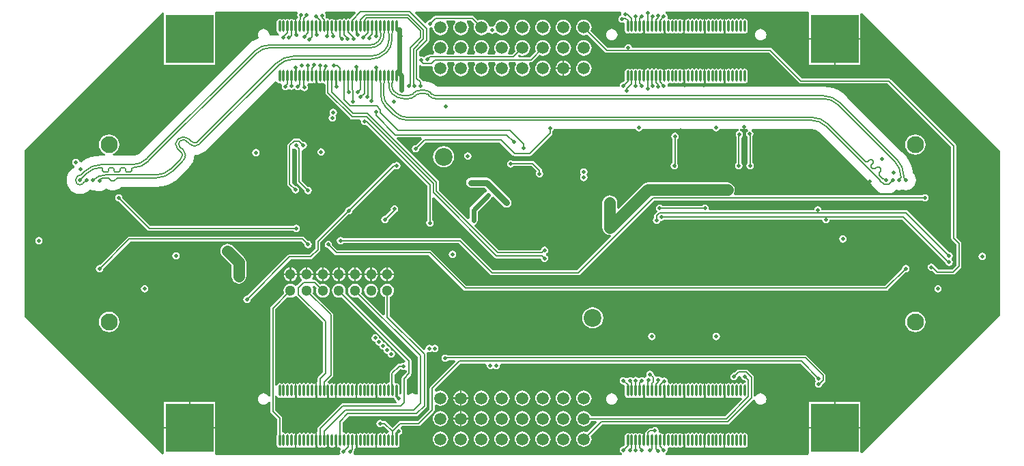
<source format=gbl>
G04 Layer_Physical_Order=4*
G04 Layer_Color=16711680*
%FSLAX44Y44*%
%MOMM*%
G71*
G01*
G75*
%ADD16C,1.5000*%
%ADD30C,0.2000*%
%ADD31C,0.6000*%
%ADD32C,0.3000*%
%ADD33C,1.4000*%
%ADD37C,0.8000*%
%ADD38C,2.1000*%
%ADD39C,2.2000*%
%ADD40R,6.0000X6.0000*%
%ADD41C,1.3000*%
%ADD42C,0.5000*%
G04:AMPARAMS|DCode=45|XSize=0.3mm|YSize=1.448mm|CornerRadius=0.15mm|HoleSize=0mm|Usage=FLASHONLY|Rotation=180.000|XOffset=0mm|YOffset=0mm|HoleType=Round|Shape=RoundedRectangle|*
%AMROUNDEDRECTD45*
21,1,0.3000,1.1480,0,0,180.0*
21,1,0.0000,1.4480,0,0,180.0*
1,1,0.3000,0.0000,0.5740*
1,1,0.3000,0.0000,0.5740*
1,1,0.3000,0.0000,-0.5740*
1,1,0.3000,0.0000,-0.5740*
%
%ADD45ROUNDEDRECTD45*%
%ADD46C,0.2500*%
G36*
X415061Y555000D02*
X415826Y553152D01*
X409337Y546663D01*
X407866Y545987D01*
X406500Y546259D01*
X405134Y545987D01*
X404000Y545229D01*
X402866Y545987D01*
X401500Y546259D01*
X400134Y545987D01*
X399000Y545229D01*
X397866Y545987D01*
X396500Y546259D01*
X395134Y545987D01*
X394000Y545229D01*
X392866Y545987D01*
X392500Y546060D01*
Y536950D01*
X390500D01*
Y546060D01*
X390134Y545987D01*
X389000Y545229D01*
X387866Y545987D01*
X386500Y546259D01*
X385134Y545987D01*
X384000Y545229D01*
X382866Y545987D01*
X381500Y546259D01*
X381384Y546235D01*
X379781Y546307D01*
X378663Y547320D01*
X378239Y548244D01*
X378588Y550000D01*
X378239Y551756D01*
X377407Y553000D01*
X377687Y554043D01*
X378217Y555000D01*
X415061Y555000D01*
D02*
G37*
G36*
X342855Y555000D02*
X343924Y553000D01*
X343761Y552756D01*
X343412Y551000D01*
X343761Y549244D01*
X344441Y548226D01*
Y547340D01*
X343412Y546456D01*
X342755Y546009D01*
X342500Y546060D01*
Y536950D01*
X340500D01*
Y546060D01*
X340134Y545987D01*
X339000Y545229D01*
X337866Y545987D01*
X336500Y546259D01*
X335134Y545987D01*
X334000Y545229D01*
X332866Y545987D01*
X331500Y546259D01*
X330134Y545987D01*
X329000Y545229D01*
X327866Y545987D01*
X326500Y546259D01*
X325134Y545987D01*
X324000Y545229D01*
X322866Y545987D01*
X321500Y546259D01*
X320134Y545987D01*
X318977Y545213D01*
X318203Y544056D01*
X317931Y542690D01*
Y531210D01*
X318203Y529844D01*
X318977Y528687D01*
X320134Y527913D01*
X320948Y525712D01*
X320566Y525095D01*
X310625D01*
X309404Y525754D01*
X308781Y526410D01*
X308538Y528258D01*
X307824Y529981D01*
X306690Y531460D01*
X305211Y532594D01*
X303488Y533308D01*
X301640Y533551D01*
X299792Y533308D01*
X298069Y532594D01*
X296590Y531460D01*
X295456Y529981D01*
X294742Y528258D01*
X294499Y526410D01*
X294742Y524562D01*
X295456Y522840D01*
X295247Y522060D01*
X292060Y520740D01*
X286678Y517442D01*
X281878Y513343D01*
X281899Y513322D01*
X281899Y513322D01*
X149112Y380535D01*
X148798Y380221D01*
X148722Y380122D01*
X146194Y378183D01*
X142722Y376744D01*
X139342Y376299D01*
X138996Y376345D01*
X114924D01*
X114526Y378345D01*
X116304Y379081D01*
X118915Y381085D01*
X120919Y383696D01*
X122178Y386737D01*
X122608Y390000D01*
X122178Y393263D01*
X120919Y396304D01*
X118915Y398915D01*
X116304Y400919D01*
X113263Y402178D01*
X110000Y402608D01*
X106737Y402178D01*
X103696Y400919D01*
X101085Y398915D01*
X99081Y396304D01*
X97822Y393263D01*
X97392Y390000D01*
X97822Y386737D01*
X99081Y383696D01*
X101085Y381085D01*
X103696Y379081D01*
X105474Y378345D01*
X105076Y376345D01*
X100071D01*
Y376374D01*
X93779Y375879D01*
X87641Y374405D01*
X81810Y371990D01*
X76428Y368692D01*
X75493Y367894D01*
X75326Y367903D01*
X73436Y368766D01*
X73239Y369756D01*
X72244Y371244D01*
X70756Y372239D01*
X69000Y372588D01*
X67244Y372239D01*
X65756Y371244D01*
X64761Y369756D01*
X64412Y368000D01*
X64761Y366244D01*
X65756Y364756D01*
X67125Y363841D01*
X67334Y363062D01*
X67281Y361715D01*
X65001Y360495D01*
X63180Y359002D01*
X62667Y358608D01*
X62510Y358403D01*
X60440Y355881D01*
X58780Y352776D01*
X57759Y349407D01*
X57439Y346159D01*
X57405Y345904D01*
Y345725D01*
X57456Y345340D01*
X57746Y342397D01*
X58716Y339197D01*
X60293Y336249D01*
X62168Y333963D01*
X62405Y333655D01*
X62813Y333341D01*
X64871Y331652D01*
X67672Y330155D01*
X70711Y329233D01*
X73361Y328972D01*
X73871Y328905D01*
X74379Y328972D01*
X77035Y329234D01*
X80077Y330156D01*
X82881Y331655D01*
X84944Y333348D01*
X85351Y333660D01*
X85688Y333998D01*
X86000Y334127D01*
X86737Y333822D01*
X90000Y333392D01*
X92092Y333667D01*
X94737Y332572D01*
X98000Y332142D01*
X101263Y332572D01*
X104304Y333831D01*
X106699Y335669D01*
X107453Y335092D01*
X110128Y333983D01*
X113000Y333605D01*
X116145D01*
X119017Y333983D01*
X121693Y335092D01*
X123990Y336855D01*
X124718Y337583D01*
X168429D01*
X169249Y337691D01*
X174721Y338121D01*
X180859Y339595D01*
X186690Y342010D01*
X192072Y345308D01*
X196872Y349407D01*
X196851Y349428D01*
X196851Y349428D01*
X209517Y362094D01*
X209523Y362088D01*
X212190Y365337D01*
X214171Y369044D01*
X215391Y373067D01*
X215803Y377250D01*
X215842Y377248D01*
X216750Y377197D01*
X216851Y377218D01*
X217778Y377310D01*
X220460Y377574D01*
X224027Y378656D01*
X227315Y380413D01*
X228728Y381573D01*
X230181Y382761D01*
X230195Y382772D01*
X230199Y382776D01*
X231583Y384160D01*
X316048Y468625D01*
X318196Y468046D01*
X318240Y467989D01*
X318977Y466887D01*
X320134Y466113D01*
X321500Y465841D01*
X322866Y466113D01*
X323869Y465574D01*
X324761Y463756D01*
X324412Y462000D01*
X324761Y460244D01*
X325756Y458756D01*
X327244Y457761D01*
X329000Y457412D01*
X330756Y457761D01*
X332244Y458756D01*
X334450Y458457D01*
X334744Y458261D01*
X336500Y457912D01*
X338256Y458261D01*
X339744Y459256D01*
X340420D01*
X340755Y458755D01*
X342243Y457760D01*
X343999Y457411D01*
X345755Y457760D01*
X347244Y458755D01*
X348756Y457756D01*
X350244Y456761D01*
X352000Y456412D01*
X353756Y456761D01*
X355244Y457756D01*
X356239Y459244D01*
X356588Y461000D01*
X356239Y462756D01*
X355392Y464023D01*
X355679Y464862D01*
X356275Y465709D01*
X356500Y465841D01*
X357866Y466113D01*
X359000Y466871D01*
X360134Y466113D01*
X361500Y465841D01*
X362866Y466113D01*
X364000Y466871D01*
X365134Y466113D01*
X365500Y466040D01*
Y475150D01*
X367500D01*
Y466040D01*
X367866Y466113D01*
X369000Y466871D01*
X370134Y466113D01*
X371500Y465841D01*
X372866Y466113D01*
X374000Y466871D01*
X375134Y466113D01*
X376500Y465841D01*
X378441Y464275D01*
Y454500D01*
X378441Y454500D01*
X378674Y453329D01*
X379337Y452337D01*
X409337Y422337D01*
X410330Y421674D01*
X411500Y421441D01*
X420997D01*
X422500Y419441D01*
X422412Y419000D01*
X422761Y417244D01*
X423756Y415756D01*
X425244Y414761D01*
X427000Y414412D01*
X428756Y414761D01*
X428923Y414873D01*
X504941Y338854D01*
Y296368D01*
X504756Y296244D01*
X503761Y294756D01*
X503412Y293000D01*
X503761Y291244D01*
X504756Y289756D01*
X506244Y288761D01*
X508000Y288412D01*
X509756Y288761D01*
X511244Y289756D01*
X512239Y291244D01*
X512588Y293000D01*
X512239Y294756D01*
X511244Y296244D01*
X511059Y296368D01*
Y324346D01*
X512906Y325111D01*
X588180Y249837D01*
X588180Y249837D01*
X589173Y249174D01*
X590343Y248941D01*
X590343Y248941D01*
X645424D01*
X645761Y247244D01*
X646756Y245756D01*
X648244Y244761D01*
X650000Y244412D01*
X651756Y244761D01*
X653244Y245756D01*
X654239Y247244D01*
X654588Y249000D01*
X654239Y250756D01*
X653244Y252244D01*
X652280Y252889D01*
X652173Y253270D01*
Y254730D01*
X652280Y255111D01*
X653244Y255756D01*
X654239Y257244D01*
X654588Y259000D01*
X654239Y260756D01*
X653244Y262244D01*
X651756Y263239D01*
X650000Y263588D01*
X648244Y263239D01*
X646756Y262244D01*
X645761Y260756D01*
X645424Y259059D01*
X593267D01*
X563220Y289106D01*
X563879Y291276D01*
X563951Y291290D01*
X565605Y292395D01*
X566710Y294049D01*
X567098Y296000D01*
Y306888D01*
X583605Y323395D01*
X584614Y324906D01*
X584827Y325074D01*
X586840Y325508D01*
X598674Y313674D01*
X600659Y312348D01*
X603000Y311882D01*
X605341Y312348D01*
X607326Y313674D01*
X608652Y315659D01*
X609118Y318000D01*
X608652Y320341D01*
X607326Y322326D01*
X582326Y347326D01*
X580341Y348652D01*
X578000Y349118D01*
X559000D01*
X556659Y348652D01*
X554674Y347326D01*
X553348Y345341D01*
X552882Y343000D01*
X553348Y340659D01*
X554674Y338674D01*
X556659Y337348D01*
X559000Y336883D01*
X575466D01*
X578508Y333840D01*
X578074Y331827D01*
X577906Y331614D01*
X576395Y330605D01*
X558395Y312605D01*
X557290Y310951D01*
X556902Y309000D01*
Y298252D01*
X554902Y297424D01*
X519059Y333267D01*
Y343435D01*
X518826Y344605D01*
X518163Y345598D01*
X518163Y345598D01*
X466819Y396941D01*
X467648Y398941D01*
X496787D01*
X497616Y396941D01*
X490219Y389545D01*
X490000Y389588D01*
X488244Y389239D01*
X486756Y388244D01*
X485761Y386756D01*
X485412Y385000D01*
X485761Y383244D01*
X486756Y381756D01*
X488244Y380761D01*
X490000Y380412D01*
X491756Y380761D01*
X493244Y381756D01*
X494239Y383244D01*
X494588Y385000D01*
X494545Y385219D01*
X502267Y392941D01*
X594733D01*
X610837Y376837D01*
X610837Y376837D01*
X611829Y376174D01*
X613000Y375941D01*
X632000D01*
X632000Y375941D01*
X633171Y376174D01*
X634163Y376837D01*
X659163Y401837D01*
X659163Y401837D01*
X659826Y402830D01*
X660059Y404000D01*
X660059Y404000D01*
Y406632D01*
X660244Y406756D01*
X661239Y408244D01*
X661430Y409205D01*
X762787D01*
X763756Y407756D01*
X765244Y406761D01*
X767000Y406412D01*
X768756Y406761D01*
X770244Y407756D01*
X771213Y409205D01*
X858787D01*
X859756Y407756D01*
X861244Y406761D01*
X863000Y406412D01*
X864756Y406761D01*
X866244Y407756D01*
X867213Y409205D01*
X890884D01*
X891081Y407205D01*
X889994Y406989D01*
X888506Y405994D01*
X887511Y404506D01*
X887162Y402750D01*
X887511Y400994D01*
X887939Y400353D01*
Y367368D01*
X887754Y367244D01*
X886759Y365755D01*
X886410Y363999D01*
X886759Y362243D01*
X887754Y360755D01*
X889242Y359760D01*
X890998Y359411D01*
X892754Y359760D01*
X894242Y360755D01*
X895237Y362243D01*
X895586Y363999D01*
X895237Y365755D01*
X894242Y367244D01*
X894057Y367368D01*
Y398879D01*
X894994Y399506D01*
X895989Y400994D01*
X896338Y402750D01*
X895989Y404506D01*
X894994Y405994D01*
X893506Y406989D01*
X892419Y407205D01*
X892616Y409205D01*
X902150D01*
X902569Y407205D01*
X901506Y406494D01*
X900511Y405006D01*
X900162Y403250D01*
X900511Y401494D01*
X901506Y400006D01*
X901941Y399715D01*
Y367368D01*
X901756Y367244D01*
X900761Y365756D01*
X900412Y364000D01*
X900761Y362244D01*
X901756Y360756D01*
X903244Y359761D01*
X905000Y359412D01*
X906756Y359761D01*
X908244Y360756D01*
X909239Y362244D01*
X909588Y364000D01*
X909239Y365756D01*
X908244Y367244D01*
X908059Y367368D01*
Y400102D01*
X908989Y401494D01*
X909338Y403250D01*
X908989Y405006D01*
X907994Y406494D01*
X906931Y407205D01*
X907349Y409205D01*
X981179D01*
X981525Y409251D01*
X984905Y408806D01*
X988377Y407367D01*
X989812Y406266D01*
X991294Y405015D01*
X991294Y405015D01*
X991294Y405015D01*
X1056732Y339577D01*
X1056761Y339546D01*
X1057559Y337620D01*
X1057559Y337620D01*
X1059395Y336627D01*
X1063117Y332905D01*
X1065415Y331142D01*
X1068091Y330033D01*
X1070963Y329655D01*
X1076750D01*
X1079622Y330033D01*
X1082298Y331142D01*
X1084595Y332905D01*
X1085688Y333998D01*
X1086000Y334127D01*
X1086737Y333822D01*
X1090000Y333392D01*
X1093263Y333822D01*
X1094000Y334127D01*
X1094737Y333822D01*
X1098000Y333392D01*
X1101263Y333822D01*
X1104304Y335081D01*
X1106915Y337085D01*
X1108919Y339696D01*
X1110178Y342737D01*
X1110608Y346000D01*
X1110178Y349263D01*
X1108919Y352304D01*
X1106915Y354915D01*
X1106488Y355243D01*
X1106329Y357271D01*
X1104855Y363409D01*
X1102440Y369240D01*
X1099142Y374622D01*
X1095043Y379422D01*
X1095043Y379422D01*
X1093608Y380815D01*
X1025765Y448658D01*
X1024372Y450093D01*
X1024372Y450093D01*
X1019572Y454192D01*
X1014190Y457490D01*
X1008359Y459905D01*
X1002221Y461379D01*
X995929Y461874D01*
Y461845D01*
X803617D01*
X802587Y463101D01*
X802412Y463979D01*
X803105Y465433D01*
X803902Y465961D01*
X804666Y466113D01*
X805800Y466871D01*
X806934Y466113D01*
X808300Y465841D01*
X809666Y466113D01*
X810800Y466871D01*
X811934Y466113D01*
X813300Y465841D01*
X814666Y466113D01*
X815800Y466871D01*
X816934Y466113D01*
X818300Y465841D01*
X819666Y466113D01*
X820800Y466871D01*
X821934Y466113D01*
X822300Y466040D01*
Y475150D01*
Y484260D01*
X821934Y484187D01*
X820800Y483429D01*
X819666Y484187D01*
X818300Y484459D01*
X816934Y484187D01*
X815800Y483429D01*
X814666Y484187D01*
X813300Y484459D01*
X811934Y484187D01*
X810800Y483429D01*
X809666Y484187D01*
X808300Y484459D01*
X806934Y484187D01*
X805800Y483429D01*
X804666Y484187D01*
X803300Y484459D01*
X801934Y484187D01*
X800800Y483429D01*
X799666Y484187D01*
X799300Y484260D01*
Y475150D01*
X797300D01*
Y484260D01*
X796934Y484187D01*
X795800Y483429D01*
X794666Y484187D01*
X793300Y484459D01*
X791934Y484187D01*
X790800Y483429D01*
X789666Y484187D01*
X788300Y484459D01*
X786934Y484187D01*
X785800Y483429D01*
X784666Y484187D01*
X783300Y484459D01*
X781934Y484187D01*
X780800Y483429D01*
X779666Y484187D01*
X778300Y484459D01*
X776934Y484187D01*
X775800Y483429D01*
X774666Y484187D01*
X774300Y484260D01*
Y475150D01*
X772300D01*
Y484260D01*
X771934Y484187D01*
X770800Y483429D01*
X769666Y484187D01*
X768300Y484459D01*
X766934Y484187D01*
X765800Y483429D01*
X764666Y484187D01*
X763300Y484459D01*
X761934Y484187D01*
X760800Y483429D01*
X759666Y484187D01*
X758300Y484459D01*
X756934Y484187D01*
X755800Y483429D01*
X754666Y484187D01*
X753300Y484459D01*
X751934Y484187D01*
X750777Y483413D01*
X750003Y482256D01*
X749732Y480890D01*
Y469410D01*
X749773Y469199D01*
X748219Y467645D01*
X748000Y467688D01*
X746244Y467339D01*
X744756Y466344D01*
X743761Y464856D01*
X743412Y463100D01*
X742382Y461845D01*
X517353D01*
X515712Y462712D01*
X512694Y465189D01*
X509251Y467030D01*
X505514Y468163D01*
X501629Y468546D01*
Y468545D01*
X498950D01*
X498826Y469170D01*
X498163Y470163D01*
X494559Y473767D01*
Y488287D01*
X496559Y489115D01*
X497337Y488337D01*
X498330Y487674D01*
X499500Y487441D01*
X499500Y487441D01*
X509500D01*
X509500Y487441D01*
X509974Y487536D01*
X511492Y486337D01*
X511702Y485995D01*
X511518Y484600D01*
X511844Y482120D01*
X512802Y479809D01*
X514324Y477825D01*
X516309Y476302D01*
X518620Y475345D01*
X521100Y475018D01*
X523580Y475345D01*
X525891Y476302D01*
X527875Y477825D01*
X529398Y479809D01*
X530355Y482120D01*
X530682Y484600D01*
X530355Y487080D01*
X529398Y489391D01*
X528899Y490041D01*
X529885Y492041D01*
X537715D01*
X538701Y490041D01*
X538202Y489391D01*
X537244Y487080D01*
X536918Y484600D01*
X537244Y482120D01*
X538202Y479809D01*
X539725Y477825D01*
X541709Y476302D01*
X544020Y475345D01*
X546500Y475018D01*
X548980Y475345D01*
X551291Y476302D01*
X553275Y477825D01*
X554798Y479809D01*
X555756Y482120D01*
X556082Y484600D01*
X555756Y487080D01*
X554798Y489391D01*
X554299Y490041D01*
X555285Y492041D01*
X563115D01*
X564101Y490041D01*
X563602Y489391D01*
X562645Y487080D01*
X562318Y484600D01*
X562645Y482120D01*
X563602Y479809D01*
X565125Y477825D01*
X567109Y476302D01*
X569420Y475345D01*
X571900Y475018D01*
X574380Y475345D01*
X576691Y476302D01*
X578675Y477825D01*
X580198Y479809D01*
X581156Y482120D01*
X581482Y484600D01*
X581156Y487080D01*
X580198Y489391D01*
X579699Y490041D01*
X580686Y492041D01*
X588515D01*
X589501Y490041D01*
X589002Y489391D01*
X588045Y487080D01*
X587718Y484600D01*
X588045Y482120D01*
X589002Y479809D01*
X590524Y477825D01*
X592509Y476302D01*
X594820Y475345D01*
X597300Y475018D01*
X599780Y475345D01*
X602091Y476302D01*
X604075Y477825D01*
X605598Y479809D01*
X606555Y482120D01*
X606882Y484600D01*
X606555Y487080D01*
X605598Y489391D01*
X605099Y490041D01*
X606086Y492041D01*
X613914D01*
X614901Y490041D01*
X614402Y489391D01*
X613445Y487080D01*
X613118Y484600D01*
X613445Y482120D01*
X614402Y479809D01*
X615924Y477825D01*
X617909Y476302D01*
X620220Y475345D01*
X622700Y475018D01*
X625180Y475345D01*
X627491Y476302D01*
X629475Y477825D01*
X630998Y479809D01*
X631955Y482120D01*
X632282Y484600D01*
X631955Y487080D01*
X630998Y489391D01*
X630499Y490041D01*
X631485Y492041D01*
X633200D01*
X633200Y492041D01*
X634370Y492274D01*
X635363Y492937D01*
X643888Y501462D01*
X645620Y500745D01*
X648100Y500418D01*
X650580Y500745D01*
X652891Y501702D01*
X654875Y503225D01*
X656398Y505209D01*
X657355Y507520D01*
X657682Y510000D01*
X657355Y512480D01*
X656398Y514791D01*
X654875Y516776D01*
X652891Y518298D01*
X650580Y519255D01*
X648100Y519582D01*
X645620Y519255D01*
X643309Y518298D01*
X641324Y516776D01*
X639802Y514791D01*
X638844Y512480D01*
X638518Y510000D01*
X638844Y507520D01*
X639562Y505788D01*
X631933Y498159D01*
X617798D01*
X617032Y500007D01*
X618488Y501462D01*
X620220Y500745D01*
X622700Y500418D01*
X625180Y500745D01*
X627491Y501702D01*
X629475Y503225D01*
X630998Y505209D01*
X631955Y507520D01*
X632282Y510000D01*
X631955Y512480D01*
X630998Y514791D01*
X629475Y516776D01*
X627491Y518298D01*
X625180Y519255D01*
X622700Y519582D01*
X620220Y519255D01*
X617909Y518298D01*
X615924Y516776D01*
X614402Y514791D01*
X613445Y512480D01*
X613118Y510000D01*
X613445Y507520D01*
X614162Y505788D01*
X610533Y502159D01*
X605779D01*
X604792Y504159D01*
X605598Y505209D01*
X606555Y507520D01*
X606882Y510000D01*
X606555Y512480D01*
X605598Y514791D01*
X604075Y516776D01*
X602091Y518298D01*
X599780Y519255D01*
X597300Y519582D01*
X594820Y519255D01*
X592509Y518298D01*
X590524Y516776D01*
X589002Y514791D01*
X588045Y512480D01*
X587718Y510000D01*
X588045Y507520D01*
X589002Y505209D01*
X589808Y504159D01*
X588821Y502159D01*
X580379D01*
X579392Y504159D01*
X580198Y505209D01*
X581156Y507520D01*
X581482Y510000D01*
X581156Y512480D01*
X580198Y514791D01*
X578675Y516776D01*
X576691Y518298D01*
X574380Y519255D01*
X571900Y519582D01*
X569420Y519255D01*
X567109Y518298D01*
X565125Y516776D01*
X563602Y514791D01*
X562645Y512480D01*
X562318Y510000D01*
X562645Y507520D01*
X563602Y505209D01*
X564408Y504159D01*
X563421Y502159D01*
X554979D01*
X553992Y504159D01*
X554798Y505209D01*
X555756Y507520D01*
X556082Y510000D01*
X555756Y512480D01*
X554798Y514791D01*
X553275Y516776D01*
X551291Y518298D01*
X548980Y519255D01*
X546500Y519582D01*
X544020Y519255D01*
X541709Y518298D01*
X539725Y516776D01*
X538202Y514791D01*
X537244Y512480D01*
X536918Y510000D01*
X537244Y507520D01*
X538202Y505209D01*
X539008Y504159D01*
X538021Y502159D01*
X529579D01*
X528592Y504159D01*
X529398Y505209D01*
X530355Y507520D01*
X530682Y510000D01*
X530355Y512480D01*
X529398Y514791D01*
X527875Y516776D01*
X525891Y518298D01*
X523580Y519255D01*
X521100Y519582D01*
X518620Y519255D01*
X516309Y518298D01*
X514324Y516776D01*
X512802Y514791D01*
X511844Y512480D01*
X511518Y510000D01*
X511844Y507520D01*
X512802Y505209D01*
X513608Y504159D01*
X512621Y502159D01*
X508100D01*
X508100Y502159D01*
X506930Y501926D01*
X505937Y501263D01*
X505219Y500545D01*
X505000Y500588D01*
X503244Y500239D01*
X501756Y499244D01*
X500244Y498244D01*
X498756Y499239D01*
X497000Y499588D01*
X496559Y499500D01*
X494559Y501003D01*
Y505919D01*
X506163Y517523D01*
X506826Y518516D01*
X507059Y519686D01*
X507059Y519687D01*
Y533560D01*
X507658Y534738D01*
X508846Y535580D01*
X509543Y535719D01*
X509923Y535657D01*
X511623Y534603D01*
X511844Y532920D01*
X512802Y530609D01*
X514324Y528625D01*
X516309Y527102D01*
X518620Y526145D01*
X521100Y525818D01*
X523580Y526145D01*
X525891Y527102D01*
X527875Y528625D01*
X529398Y530609D01*
X530355Y532920D01*
X530682Y535400D01*
X530355Y537880D01*
X529398Y540191D01*
X528055Y541941D01*
X528271Y542885D01*
X528860Y543941D01*
X538740D01*
X539329Y542885D01*
X539545Y541941D01*
X538202Y540191D01*
X537244Y537880D01*
X536918Y535400D01*
X537244Y532920D01*
X538202Y530609D01*
X539725Y528625D01*
X541709Y527102D01*
X544020Y526145D01*
X546500Y525818D01*
X548980Y526145D01*
X551291Y527102D01*
X553275Y528625D01*
X554798Y530609D01*
X555756Y532920D01*
X556082Y535400D01*
X555756Y537880D01*
X554798Y540191D01*
X553455Y541941D01*
X553671Y542885D01*
X554260Y543941D01*
X559033D01*
X563362Y539612D01*
X562645Y537880D01*
X562318Y535400D01*
X562645Y532920D01*
X563602Y530609D01*
X565125Y528625D01*
X567109Y527102D01*
X569420Y526145D01*
X571900Y525818D01*
X574380Y526145D01*
X576691Y527102D01*
X578675Y528625D01*
X579091Y529167D01*
X581542Y529075D01*
X581756Y528756D01*
X583244Y527761D01*
X585000Y527412D01*
X586756Y527761D01*
X588244Y528756D01*
X590522Y528625D01*
X590549Y528605D01*
X592509Y527102D01*
X594820Y526145D01*
X597300Y525818D01*
X599780Y526145D01*
X602091Y527102D01*
X604075Y528625D01*
X605598Y530609D01*
X606555Y532920D01*
X606882Y535400D01*
X606555Y537880D01*
X605598Y540191D01*
X604075Y542175D01*
X602091Y543698D01*
X599780Y544655D01*
X597300Y544982D01*
X594820Y544655D01*
X592509Y543698D01*
X590524Y542175D01*
X589002Y540191D01*
X588045Y537880D01*
X588011Y537623D01*
X585835Y536422D01*
X585000Y536588D01*
X583385Y536267D01*
X583190Y536268D01*
X581232Y537300D01*
X581156Y537880D01*
X580198Y540191D01*
X578675Y542175D01*
X576691Y543698D01*
X574380Y544655D01*
X571900Y544982D01*
X569420Y544655D01*
X567688Y543938D01*
X562463Y549163D01*
X561471Y549826D01*
X560300Y550059D01*
X560300Y550059D01*
X515000D01*
X513829Y549826D01*
X512837Y549163D01*
X508219Y544545D01*
X508000Y544588D01*
X506244Y544239D01*
X504756Y543244D01*
X503761Y541756D01*
X503753Y541715D01*
X501583Y541057D01*
X489487Y553152D01*
X490253Y555000D01*
X744370D01*
X745611Y553000D01*
X745412Y552000D01*
X745704Y550529D01*
X744244Y550239D01*
X742756Y549244D01*
X742392Y548699D01*
X742337Y548663D01*
X741674Y547671D01*
X741441Y546500D01*
X741476Y546324D01*
X741412Y546000D01*
X741761Y544244D01*
X742756Y542756D01*
X744244Y541761D01*
X746000Y541412D01*
X747756Y541761D01*
X749732Y540676D01*
Y531210D01*
X750003Y529844D01*
X750777Y528687D01*
X751934Y527913D01*
X753300Y527641D01*
X754666Y527913D01*
X755800Y528671D01*
X756934Y527913D01*
X758300Y527641D01*
X759666Y527913D01*
X760800Y528671D01*
X761934Y527913D01*
X763300Y527641D01*
X764666Y527913D01*
X765800Y528671D01*
X766934Y527913D01*
X768300Y527641D01*
X769666Y527913D01*
X770800Y528671D01*
X771934Y527913D01*
X772300Y527840D01*
Y536950D01*
X774300D01*
Y527840D01*
X774666Y527913D01*
X775800Y528671D01*
X776934Y527913D01*
X778300Y527641D01*
X779666Y527913D01*
X780800Y528671D01*
X781934Y527913D01*
X783300Y527641D01*
X784666Y527913D01*
X785800Y528671D01*
X786934Y527913D01*
X788300Y527641D01*
X789666Y527913D01*
X790800Y528671D01*
X791934Y527913D01*
X793300Y527641D01*
X794666Y527913D01*
X795800Y528671D01*
X796934Y527913D01*
X797300Y527840D01*
Y536950D01*
X799300D01*
Y527840D01*
X799666Y527913D01*
X800800Y528671D01*
X801934Y527913D01*
X803300Y527641D01*
X804666Y527913D01*
X805800Y528671D01*
X806934Y527913D01*
X808300Y527641D01*
X809666Y527913D01*
X810800Y528671D01*
X811934Y527913D01*
X813300Y527641D01*
X814666Y527913D01*
X815800Y528671D01*
X816934Y527913D01*
X818300Y527641D01*
X819666Y527913D01*
X820800Y528671D01*
X821934Y527913D01*
X822300Y527840D01*
Y536950D01*
Y546060D01*
X821934Y545987D01*
X820800Y545229D01*
X819666Y545987D01*
X818300Y546259D01*
X816934Y545987D01*
X815800Y545229D01*
X814666Y545987D01*
X813300Y546259D01*
X811934Y545987D01*
X810800Y545229D01*
X809666Y545987D01*
X808300Y546259D01*
X806934Y545987D01*
X805800Y545229D01*
X804666Y545987D01*
X803902Y546139D01*
X803105Y546667D01*
X802412Y548121D01*
X802587Y548999D01*
X802237Y550755D01*
X801243Y552243D01*
X800110Y553000D01*
X800329Y554709D01*
X800443Y555000D01*
X977250Y555000D01*
X977950Y553290D01*
X977950Y553000D01*
Y522290D01*
X1041950D01*
Y552221D01*
X1043950Y553050D01*
X1215000Y382000D01*
X1215000Y178000D01*
X1043950Y6950D01*
X1041950Y7778D01*
Y37710D01*
X977950D01*
Y7000D01*
X977250Y5000D01*
X800443D01*
X800329Y5292D01*
X800110Y7000D01*
X801243Y7757D01*
X802237Y9245D01*
X802587Y11001D01*
X802412Y11879D01*
X803105Y13333D01*
X803902Y13861D01*
X804666Y14013D01*
X805800Y14771D01*
X806934Y14013D01*
X808300Y13742D01*
X809666Y14013D01*
X810800Y14771D01*
X811934Y14013D01*
X813300Y13742D01*
X814666Y14013D01*
X815800Y14771D01*
X816934Y14013D01*
X818300Y13742D01*
X819666Y14013D01*
X820800Y14771D01*
X821934Y14013D01*
X822300Y13940D01*
Y23050D01*
Y32160D01*
X821934Y32087D01*
X820800Y31329D01*
X819666Y32087D01*
X818300Y32359D01*
X816934Y32087D01*
X815800Y31329D01*
X814666Y32087D01*
X813300Y32359D01*
X811934Y32087D01*
X810800Y31329D01*
X809666Y32087D01*
X808300Y32359D01*
X806934Y32087D01*
X805800Y31329D01*
X804666Y32087D01*
X803300Y32359D01*
X801934Y32087D01*
X800800Y31329D01*
X799666Y32087D01*
X799300Y32160D01*
Y23050D01*
X797300D01*
Y32160D01*
X796934Y32087D01*
X795800Y31329D01*
X794666Y32087D01*
X793300Y32359D01*
X792932Y32285D01*
X792642Y32450D01*
X791377Y33937D01*
X791588Y35000D01*
X791239Y36756D01*
X790244Y38244D01*
X788756Y39239D01*
X787000Y39588D01*
X785244Y39239D01*
X783756Y38244D01*
X783632Y38059D01*
X781000D01*
X779829Y37826D01*
X778837Y37163D01*
X778837Y37163D01*
X776137Y34463D01*
X775474Y33471D01*
X774798Y32313D01*
X774300Y32328D01*
Y23050D01*
X772300D01*
Y32160D01*
X771934Y32087D01*
X770800Y31329D01*
X769666Y32087D01*
X768300Y32359D01*
X766934Y32087D01*
X765800Y31329D01*
X764666Y32087D01*
X763300Y32359D01*
X761934Y32087D01*
X760800Y31329D01*
X759666Y32087D01*
X758300Y32359D01*
X756934Y32087D01*
X755800Y31329D01*
X754666Y32087D01*
X753300Y32359D01*
X751934Y32087D01*
X750777Y31313D01*
X750003Y30156D01*
X749732Y28790D01*
Y17310D01*
X749773Y17099D01*
X748219Y15545D01*
X748000Y15588D01*
X746244Y15239D01*
X744756Y14244D01*
X743761Y12756D01*
X743412Y11000D01*
X743761Y9244D01*
X744756Y7756D01*
X745887Y7000D01*
X745663Y5278D01*
X745554Y5000D01*
X414145Y5000D01*
X413076Y7000D01*
X413239Y7244D01*
X413588Y9000D01*
X413545Y9219D01*
X413663Y9337D01*
X413663Y9337D01*
X414326Y10330D01*
X414559Y11500D01*
Y12175D01*
X415500Y12935D01*
Y23050D01*
Y32160D01*
X415134Y32087D01*
X414000Y31329D01*
X412866Y32087D01*
X411500Y32359D01*
X410134Y32087D01*
X409000Y31329D01*
X407866Y32087D01*
X406500Y32359D01*
X405134Y32087D01*
X404000Y31329D01*
X402866Y32087D01*
X401500Y32359D01*
X399559Y33925D01*
Y45233D01*
X407267Y52941D01*
X491000D01*
X491000Y52941D01*
X492170Y53174D01*
X493163Y53837D01*
X503163Y63837D01*
X503163Y63837D01*
X503826Y64830D01*
X504059Y66000D01*
Y130000D01*
X504059Y130000D01*
X503826Y131171D01*
X503666Y131411D01*
X505107Y132852D01*
X505244Y132761D01*
X507000Y132412D01*
X508756Y132761D01*
X508935Y132881D01*
X510500Y133633D01*
X512065Y132881D01*
X512244Y132761D01*
X514000Y132412D01*
X515756Y132761D01*
X517244Y133756D01*
X518239Y135244D01*
X518588Y137000D01*
X518239Y138756D01*
X517244Y140244D01*
X515756Y141239D01*
X514000Y141588D01*
X512244Y141239D01*
X512065Y141119D01*
X510500Y140367D01*
X508935Y141119D01*
X508756Y141239D01*
X507000Y141588D01*
X505244Y141239D01*
X503756Y140244D01*
X502761Y138756D01*
X502412Y137000D01*
X500813Y134964D01*
X500435Y134891D01*
X458059Y177267D01*
Y201067D01*
X459287Y201575D01*
X461062Y202938D01*
X462425Y204713D01*
X463281Y206781D01*
X463573Y209000D01*
X463281Y211219D01*
X462425Y213287D01*
X461062Y215062D01*
X459287Y216425D01*
X457219Y217281D01*
X455000Y217573D01*
X452781Y217281D01*
X450713Y216425D01*
X448938Y215062D01*
X447575Y213287D01*
X446719Y211219D01*
X446427Y209000D01*
X446719Y206781D01*
X447575Y204713D01*
X448938Y202938D01*
X450713Y201575D01*
X451941Y201067D01*
Y178998D01*
X450093Y178232D01*
X422773Y205553D01*
X423281Y206781D01*
X423573Y209000D01*
X423281Y211219D01*
X422425Y213287D01*
X421062Y215062D01*
X419287Y216425D01*
X417219Y217281D01*
X415000Y217573D01*
X412781Y217281D01*
X410713Y216425D01*
X408938Y215062D01*
X407575Y213287D01*
X406719Y211219D01*
X406427Y209000D01*
X406719Y206781D01*
X407575Y204713D01*
X408938Y202938D01*
X410713Y201575D01*
X412781Y200719D01*
X415000Y200427D01*
X417219Y200719D01*
X418447Y201227D01*
X492941Y126733D01*
Y80609D01*
X492505Y80253D01*
X490941Y79719D01*
X489931Y80494D01*
X488208Y81208D01*
X486360Y81451D01*
X484512Y81208D01*
X482789Y80494D01*
X481311Y79359D01*
X481059Y79031D01*
X479059Y79710D01*
Y98733D01*
X484163Y103837D01*
X484826Y104830D01*
X485059Y106000D01*
X485059Y106000D01*
Y122000D01*
X484826Y123171D01*
X484163Y124163D01*
X402773Y205553D01*
X403281Y206781D01*
X403573Y209000D01*
X403281Y211219D01*
X402425Y213287D01*
X401062Y215062D01*
X399287Y216425D01*
X397219Y217281D01*
X395000Y217573D01*
X392781Y217281D01*
X390713Y216425D01*
X388938Y215062D01*
X387575Y213287D01*
X386719Y211219D01*
X386427Y209000D01*
X386719Y206781D01*
X387575Y204713D01*
X388938Y202938D01*
X390713Y201575D01*
X392781Y200719D01*
X395000Y200427D01*
X397219Y200719D01*
X398447Y201227D01*
X477821Y121853D01*
X477685Y120938D01*
X477618Y120814D01*
X475528Y119483D01*
X475000Y119588D01*
X473244Y119239D01*
X471756Y118244D01*
X471632Y118059D01*
X470000D01*
X470000Y118059D01*
X468829Y117826D01*
X467837Y117163D01*
X458837Y108163D01*
X458174Y107171D01*
X457941Y106000D01*
X457941Y106000D01*
Y95911D01*
X456500Y94159D01*
X455134Y93887D01*
X454000Y93129D01*
X452866Y93887D01*
X451500Y94159D01*
X450134Y93887D01*
X449000Y93129D01*
X447866Y93887D01*
X446500Y94159D01*
X445134Y93887D01*
X444000Y93129D01*
X442866Y93887D01*
X442500Y93960D01*
Y84850D01*
Y75740D01*
X442866Y75813D01*
X444000Y76571D01*
X445134Y75813D01*
X446500Y75542D01*
X447866Y75813D01*
X449000Y76571D01*
X450134Y75813D01*
X451500Y75542D01*
X452866Y75813D01*
X454000Y76571D01*
X455134Y75813D01*
X456500Y75542D01*
X457866Y75813D01*
X459000Y76571D01*
X460134Y75813D01*
X461500Y75542D01*
X462866Y75813D01*
X463247Y76068D01*
X463977Y74977D01*
X464526Y74428D01*
X464761Y73244D01*
X465756Y71756D01*
X466799Y71059D01*
X466331Y69059D01*
X400000D01*
X400000Y69059D01*
X398829Y68826D01*
X397837Y68163D01*
X369337Y39663D01*
X368674Y38671D01*
X368441Y37500D01*
X368441Y37500D01*
Y33925D01*
X367500Y33165D01*
Y23050D01*
Y13940D01*
X367866Y14013D01*
X369000Y14771D01*
X370134Y14013D01*
X371500Y13742D01*
X372866Y14013D01*
X374000Y14771D01*
X375134Y14013D01*
X376500Y13742D01*
X377866Y14013D01*
X379000Y14771D01*
X380134Y14013D01*
X380500Y13940D01*
Y23050D01*
X382500D01*
Y13940D01*
X382866Y14013D01*
X384000Y14771D01*
X385134Y14013D01*
X386500Y13742D01*
X387866Y14013D01*
X389000Y14771D01*
X390134Y14013D01*
X390500Y13940D01*
Y23050D01*
X392500D01*
Y13940D01*
X392866Y14013D01*
X394000Y14771D01*
X395134Y14013D01*
X396500Y13742D01*
X396539Y13749D01*
X396996Y13183D01*
X397530Y11907D01*
X396761Y10756D01*
X396412Y9000D01*
X396761Y7244D01*
X396924Y7000D01*
X395855Y5000D01*
X242550D01*
X241850Y6710D01*
X241850Y7000D01*
Y37710D01*
X177850D01*
Y7000D01*
X177840Y6970D01*
X176246Y5754D01*
X5000Y177000D01*
X5000Y383000D01*
X176246Y554246D01*
X177850Y553022D01*
Y489290D01*
X241850D01*
Y553000D01*
X242550Y555000D01*
X342855D01*
D02*
G37*
G36*
X473244Y110761D02*
X475000Y110412D01*
X476756Y110761D01*
X476941Y110885D01*
X478941Y109816D01*
Y107267D01*
X473837Y102163D01*
X473174Y101171D01*
X472941Y100000D01*
X472941Y100000D01*
Y81526D01*
X470941Y80393D01*
X470069Y80916D01*
Y90590D01*
X469797Y91956D01*
X469023Y93113D01*
X467866Y93887D01*
X466500Y94159D01*
X466059Y94071D01*
X464059Y95391D01*
Y104733D01*
X470044Y110718D01*
X471756Y111756D01*
X473244Y110761D01*
D02*
G37*
%LPC*%
G36*
X898300Y546259D02*
X896934Y545987D01*
X895800Y545229D01*
X894666Y545987D01*
X893300Y546259D01*
X891934Y545987D01*
X890800Y545229D01*
X889666Y545987D01*
X888300Y546259D01*
X886934Y545987D01*
X885800Y545229D01*
X884666Y545987D01*
X883300Y546259D01*
X881934Y545987D01*
X880800Y545229D01*
X879666Y545987D01*
X878300Y546259D01*
X876934Y545987D01*
X875800Y545229D01*
X874666Y545987D01*
X874300Y546060D01*
Y536950D01*
Y527840D01*
X874666Y527913D01*
X875800Y528671D01*
X876934Y527913D01*
X878300Y527641D01*
X879666Y527913D01*
X880800Y528671D01*
X881934Y527913D01*
X883300Y527641D01*
X884666Y527913D01*
X885800Y528671D01*
X886934Y527913D01*
X888300Y527641D01*
X889666Y527913D01*
X890800Y528671D01*
X891934Y527913D01*
X893300Y527641D01*
X894666Y527913D01*
X895800Y528671D01*
X896934Y527913D01*
X898300Y527641D01*
X899666Y527913D01*
X900823Y528687D01*
X901597Y529844D01*
X901869Y531210D01*
Y542690D01*
X901597Y544056D01*
X900823Y545213D01*
X899666Y545987D01*
X898300Y546259D01*
D02*
G37*
G36*
X868300D02*
X866934Y545987D01*
X865800Y545229D01*
X864666Y545987D01*
X863300Y546259D01*
X861934Y545987D01*
X860800Y545229D01*
X859666Y545987D01*
X858300Y546259D01*
X856934Y545987D01*
X855800Y545229D01*
X854666Y545987D01*
X853300Y546259D01*
X851934Y545987D01*
X850800Y545229D01*
X849666Y545987D01*
X849300Y546060D01*
Y536950D01*
Y527840D01*
X849666Y527913D01*
X850800Y528671D01*
X851934Y527913D01*
X853300Y527641D01*
X854666Y527913D01*
X855800Y528671D01*
X856934Y527913D01*
X858300Y527641D01*
X859666Y527913D01*
X860800Y528671D01*
X861934Y527913D01*
X863300Y527641D01*
X864666Y527913D01*
X865800Y528671D01*
X866934Y527913D01*
X868300Y527641D01*
X869666Y527913D01*
X870800Y528671D01*
X871934Y527913D01*
X872300Y527840D01*
Y536950D01*
Y546060D01*
X871934Y545987D01*
X870800Y545229D01*
X869666Y545987D01*
X868300Y546259D01*
D02*
G37*
G36*
X843300D02*
X841934Y545987D01*
X840800Y545229D01*
X839666Y545987D01*
X838300Y546259D01*
X836934Y545987D01*
X835800Y545229D01*
X834666Y545987D01*
X833300Y546259D01*
X831934Y545987D01*
X830800Y545229D01*
X829666Y545987D01*
X828300Y546259D01*
X826934Y545987D01*
X825800Y545229D01*
X824666Y545987D01*
X824300Y546060D01*
Y536950D01*
Y527840D01*
X824666Y527913D01*
X825800Y528671D01*
X826934Y527913D01*
X828300Y527641D01*
X829666Y527913D01*
X830800Y528671D01*
X831934Y527913D01*
X833300Y527641D01*
X834666Y527913D01*
X835800Y528671D01*
X836934Y527913D01*
X838300Y527641D01*
X839666Y527913D01*
X840800Y528671D01*
X841934Y527913D01*
X843300Y527641D01*
X844666Y527913D01*
X845800Y528671D01*
X846934Y527913D01*
X847300Y527840D01*
Y536950D01*
Y546060D01*
X846934Y545987D01*
X845800Y545229D01*
X844666Y545987D01*
X843300Y546259D01*
D02*
G37*
G36*
X673500Y544982D02*
X671020Y544655D01*
X668709Y543698D01*
X666724Y542175D01*
X665202Y540191D01*
X664245Y537880D01*
X663918Y535400D01*
X664245Y532920D01*
X665202Y530609D01*
X666724Y528625D01*
X668709Y527102D01*
X671020Y526145D01*
X673500Y525818D01*
X675980Y526145D01*
X678291Y527102D01*
X680275Y528625D01*
X681798Y530609D01*
X682756Y532920D01*
X683082Y535400D01*
X682756Y537880D01*
X681798Y540191D01*
X680275Y542175D01*
X678291Y543698D01*
X675980Y544655D01*
X673500Y544982D01*
D02*
G37*
G36*
X648100D02*
X645620Y544655D01*
X643309Y543698D01*
X641324Y542175D01*
X639802Y540191D01*
X638844Y537880D01*
X638518Y535400D01*
X638844Y532920D01*
X639802Y530609D01*
X641324Y528625D01*
X643309Y527102D01*
X645620Y526145D01*
X648100Y525818D01*
X650580Y526145D01*
X652891Y527102D01*
X654875Y528625D01*
X656398Y530609D01*
X657355Y532920D01*
X657682Y535400D01*
X657355Y537880D01*
X656398Y540191D01*
X654875Y542175D01*
X652891Y543698D01*
X650580Y544655D01*
X648100Y544982D01*
D02*
G37*
G36*
X622700D02*
X620220Y544655D01*
X617909Y543698D01*
X615924Y542175D01*
X614402Y540191D01*
X613445Y537880D01*
X613118Y535400D01*
X613445Y532920D01*
X614402Y530609D01*
X615924Y528625D01*
X617909Y527102D01*
X620220Y526145D01*
X622700Y525818D01*
X625180Y526145D01*
X627491Y527102D01*
X629475Y528625D01*
X630998Y530609D01*
X631955Y532920D01*
X632282Y535400D01*
X631955Y537880D01*
X630998Y540191D01*
X629475Y542175D01*
X627491Y543698D01*
X625180Y544655D01*
X622700Y544982D01*
D02*
G37*
G36*
X918160Y533551D02*
X916312Y533308D01*
X914589Y532594D01*
X913111Y531460D01*
X911976Y529981D01*
X911262Y528258D01*
X911019Y526410D01*
X911262Y524562D01*
X911976Y522839D01*
X913111Y521361D01*
X914589Y520226D01*
X916312Y519512D01*
X918160Y519269D01*
X920008Y519512D01*
X921731Y520226D01*
X923210Y521361D01*
X924344Y522839D01*
X925058Y524562D01*
X925301Y526410D01*
X925058Y528258D01*
X924344Y529981D01*
X923210Y531460D01*
X921731Y532594D01*
X920008Y533308D01*
X918160Y533551D01*
D02*
G37*
G36*
X733440D02*
X731592Y533308D01*
X729870Y532594D01*
X728391Y531460D01*
X727256Y529981D01*
X726542Y528258D01*
X726299Y526410D01*
X726542Y524562D01*
X727256Y522839D01*
X728391Y521361D01*
X729870Y520226D01*
X731592Y519512D01*
X733440Y519269D01*
X735288Y519512D01*
X737011Y520226D01*
X738490Y521361D01*
X739624Y522839D01*
X740338Y524562D01*
X740581Y526410D01*
X740338Y528258D01*
X739624Y529981D01*
X738490Y531460D01*
X737011Y532594D01*
X735288Y533308D01*
X733440Y533551D01*
D02*
G37*
G36*
X698900Y519582D02*
X696420Y519255D01*
X694109Y518298D01*
X692124Y516776D01*
X690602Y514791D01*
X689644Y512480D01*
X689318Y510000D01*
X689644Y507520D01*
X690602Y505209D01*
X692124Y503225D01*
X694109Y501702D01*
X696420Y500745D01*
X698900Y500418D01*
X701380Y500745D01*
X703691Y501702D01*
X705675Y503225D01*
X707198Y505209D01*
X708156Y507520D01*
X708482Y510000D01*
X708156Y512480D01*
X707198Y514791D01*
X705675Y516776D01*
X703691Y518298D01*
X701380Y519255D01*
X698900Y519582D01*
D02*
G37*
G36*
X673500D02*
X671020Y519255D01*
X668709Y518298D01*
X666724Y516776D01*
X665202Y514791D01*
X664245Y512480D01*
X663918Y510000D01*
X664245Y507520D01*
X665202Y505209D01*
X666724Y503225D01*
X668709Y501702D01*
X671020Y500745D01*
X673500Y500418D01*
X675980Y500745D01*
X678291Y501702D01*
X680275Y503225D01*
X681798Y505209D01*
X682756Y507520D01*
X683082Y510000D01*
X682756Y512480D01*
X681798Y514791D01*
X680275Y516776D01*
X678291Y518298D01*
X675980Y519255D01*
X673500Y519582D01*
D02*
G37*
G36*
X1041950Y520290D02*
X1010950D01*
Y489290D01*
X1041950D01*
Y520290D01*
D02*
G37*
G36*
X1008950D02*
X977950D01*
Y489290D01*
X1008950D01*
Y520290D01*
D02*
G37*
G36*
X674500Y494050D02*
Y485600D01*
X682950D01*
X682756Y487080D01*
X681798Y489391D01*
X680275Y491376D01*
X678291Y492898D01*
X675980Y493856D01*
X674500Y494050D01*
D02*
G37*
G36*
X672500D02*
X671020Y493856D01*
X668709Y492898D01*
X666724Y491376D01*
X665202Y489391D01*
X664245Y487080D01*
X664050Y485600D01*
X672500D01*
Y494050D01*
D02*
G37*
G36*
X898300Y484459D02*
X896934Y484187D01*
X895800Y483429D01*
X894666Y484187D01*
X893300Y484459D01*
X891934Y484187D01*
X890800Y483429D01*
X889666Y484187D01*
X888300Y484459D01*
X886934Y484187D01*
X885800Y483429D01*
X884666Y484187D01*
X883300Y484459D01*
X881934Y484187D01*
X880800Y483429D01*
X879666Y484187D01*
X878300Y484459D01*
X876934Y484187D01*
X875800Y483429D01*
X874666Y484187D01*
X874300Y484260D01*
Y475150D01*
Y466040D01*
X874666Y466113D01*
X875800Y466871D01*
X876934Y466113D01*
X878300Y465841D01*
X879666Y466113D01*
X880800Y466871D01*
X881934Y466113D01*
X883300Y465841D01*
X884666Y466113D01*
X885800Y466871D01*
X886934Y466113D01*
X888300Y465841D01*
X889666Y466113D01*
X890800Y466871D01*
X891934Y466113D01*
X893300Y465841D01*
X894666Y466113D01*
X895800Y466871D01*
X896934Y466113D01*
X898300Y465841D01*
X899666Y466113D01*
X900823Y466887D01*
X901597Y468044D01*
X901869Y469410D01*
Y480890D01*
X901597Y482256D01*
X900823Y483413D01*
X899666Y484187D01*
X898300Y484459D01*
D02*
G37*
G36*
X868300D02*
X866934Y484187D01*
X865800Y483429D01*
X864666Y484187D01*
X863300Y484459D01*
X861934Y484187D01*
X860800Y483429D01*
X859666Y484187D01*
X858300Y484459D01*
X856934Y484187D01*
X855800Y483429D01*
X854666Y484187D01*
X853300Y484459D01*
X851934Y484187D01*
X850800Y483429D01*
X849666Y484187D01*
X849300Y484260D01*
Y475150D01*
Y466040D01*
X849666Y466113D01*
X850800Y466871D01*
X851934Y466113D01*
X853300Y465841D01*
X854666Y466113D01*
X855800Y466871D01*
X856934Y466113D01*
X858300Y465841D01*
X859666Y466113D01*
X860800Y466871D01*
X861934Y466113D01*
X863300Y465841D01*
X864666Y466113D01*
X865800Y466871D01*
X866934Y466113D01*
X868300Y465841D01*
X869666Y466113D01*
X870800Y466871D01*
X871934Y466113D01*
X872300Y466040D01*
Y475150D01*
Y484260D01*
X871934Y484187D01*
X870800Y483429D01*
X869666Y484187D01*
X868300Y484459D01*
D02*
G37*
G36*
X843300D02*
X841934Y484187D01*
X840800Y483429D01*
X839666Y484187D01*
X838300Y484459D01*
X836934Y484187D01*
X835800Y483429D01*
X834666Y484187D01*
X833300Y484459D01*
X831934Y484187D01*
X830800Y483429D01*
X829666Y484187D01*
X828300Y484459D01*
X826934Y484187D01*
X825800Y483429D01*
X824666Y484187D01*
X824300Y484260D01*
Y475150D01*
Y466040D01*
X824666Y466113D01*
X825800Y466871D01*
X826934Y466113D01*
X828300Y465841D01*
X829666Y466113D01*
X830800Y466871D01*
X831934Y466113D01*
X833300Y465841D01*
X834666Y466113D01*
X835800Y466871D01*
X836934Y466113D01*
X838300Y465841D01*
X839666Y466113D01*
X840800Y466871D01*
X841934Y466113D01*
X843300Y465841D01*
X844666Y466113D01*
X845800Y466871D01*
X846934Y466113D01*
X847300Y466040D01*
Y475150D01*
Y484260D01*
X846934Y484187D01*
X845800Y483429D01*
X844666Y484187D01*
X843300Y484459D01*
D02*
G37*
G36*
X682950Y483600D02*
X674500D01*
Y475150D01*
X675980Y475345D01*
X678291Y476302D01*
X680275Y477825D01*
X681798Y479809D01*
X682756Y482120D01*
X682950Y483600D01*
D02*
G37*
G36*
X672500D02*
X664050D01*
X664245Y482120D01*
X665202Y479809D01*
X666724Y477825D01*
X668709Y476302D01*
X671020Y475345D01*
X672500Y475150D01*
Y483600D01*
D02*
G37*
G36*
X698900Y494182D02*
X696420Y493856D01*
X694109Y492898D01*
X692124Y491376D01*
X690602Y489391D01*
X689644Y487080D01*
X689318Y484600D01*
X689644Y482120D01*
X690602Y479809D01*
X692124Y477825D01*
X694109Y476302D01*
X696420Y475345D01*
X698900Y475018D01*
X701380Y475345D01*
X703691Y476302D01*
X705675Y477825D01*
X707198Y479809D01*
X708156Y482120D01*
X708482Y484600D01*
X708156Y487080D01*
X707198Y489391D01*
X705675Y491376D01*
X703691Y492898D01*
X701380Y493856D01*
X698900Y494182D01*
D02*
G37*
G36*
X648100D02*
X645620Y493856D01*
X643309Y492898D01*
X641324Y491376D01*
X639802Y489391D01*
X638844Y487080D01*
X638518Y484600D01*
X638844Y482120D01*
X639802Y479809D01*
X641324Y477825D01*
X643309Y476302D01*
X645620Y475345D01*
X648100Y475018D01*
X650580Y475345D01*
X652891Y476302D01*
X654875Y477825D01*
X656398Y479809D01*
X657355Y482120D01*
X657682Y484600D01*
X657355Y487080D01*
X656398Y489391D01*
X654875Y491376D01*
X652891Y492898D01*
X650580Y493856D01*
X648100Y494182D01*
D02*
G37*
G36*
X388000Y434588D02*
X386244Y434239D01*
X384756Y433244D01*
X383761Y431756D01*
X383412Y430000D01*
X383761Y428244D01*
X384683Y426864D01*
X383755Y426244D01*
X382760Y424755D01*
X382411Y422999D01*
X382760Y421243D01*
X383755Y419755D01*
X385243Y418760D01*
X386999Y418411D01*
X388755Y418760D01*
X390243Y419755D01*
X391238Y421243D01*
X391587Y422999D01*
X391238Y424755D01*
X390316Y426135D01*
X391244Y426756D01*
X392239Y428244D01*
X392588Y430000D01*
X392239Y431756D01*
X391244Y433244D01*
X389756Y434239D01*
X388000Y434588D01*
D02*
G37*
G36*
X345500Y397559D02*
X345500Y397559D01*
X339722D01*
X339722Y397559D01*
X338551Y397326D01*
X337559Y396663D01*
X331837Y390941D01*
X331174Y389949D01*
X330941Y388778D01*
X330941Y388778D01*
Y341000D01*
X330941Y341000D01*
X331174Y339829D01*
X331837Y338837D01*
X336455Y334219D01*
X336412Y334000D01*
X336761Y332244D01*
X337756Y330756D01*
X339244Y329761D01*
X341000Y329412D01*
X342756Y329761D01*
X344244Y330756D01*
X345239Y332244D01*
X345588Y334000D01*
X345239Y335756D01*
X344244Y337244D01*
X342756Y338239D01*
X341000Y338588D01*
X340781Y338545D01*
X337059Y342267D01*
Y384695D01*
X337882Y385210D01*
X339059Y385553D01*
X340244Y384761D01*
X342000Y384412D01*
X342941Y382716D01*
Y344000D01*
X342941Y344000D01*
X343174Y342830D01*
X343837Y341837D01*
X352455Y333219D01*
X352412Y333000D01*
X352761Y331244D01*
X353756Y329756D01*
X355244Y328761D01*
X357000Y328412D01*
X358756Y328761D01*
X360244Y329756D01*
X361239Y331244D01*
X361588Y333000D01*
X361239Y334756D01*
X360244Y336244D01*
X358756Y337239D01*
X357000Y337588D01*
X356781Y337545D01*
X349059Y345267D01*
Y382759D01*
X351000Y384412D01*
X352756Y384761D01*
X354244Y385756D01*
X355239Y387244D01*
X355588Y389000D01*
X355239Y390756D01*
X354244Y392244D01*
X352756Y393239D01*
X351000Y393588D01*
X350781Y393545D01*
X347663Y396663D01*
X346671Y397326D01*
X345500Y397559D01*
D02*
G37*
G36*
X1110000Y402608D02*
X1106737Y402178D01*
X1103696Y400919D01*
X1101085Y398915D01*
X1099081Y396304D01*
X1097822Y393263D01*
X1097392Y390000D01*
X1097822Y386737D01*
X1099081Y383696D01*
X1101085Y381085D01*
X1103696Y379081D01*
X1106737Y377822D01*
X1110000Y377392D01*
X1113263Y377822D01*
X1116304Y379081D01*
X1118915Y381085D01*
X1120919Y383696D01*
X1122178Y386737D01*
X1122608Y390000D01*
X1122178Y393263D01*
X1120919Y396304D01*
X1118915Y398915D01*
X1116304Y400919D01*
X1113263Y402178D01*
X1110000Y402608D01*
D02*
G37*
G36*
X373000Y385588D02*
X371244Y385239D01*
X369756Y384244D01*
X368761Y382756D01*
X368412Y381000D01*
X368761Y379244D01*
X369756Y377756D01*
X371244Y376761D01*
X373000Y376412D01*
X374756Y376761D01*
X376244Y377756D01*
X377239Y379244D01*
X377588Y381000D01*
X377239Y382756D01*
X376244Y384244D01*
X374756Y385239D01*
X373000Y385588D01*
D02*
G37*
G36*
X292000Y384588D02*
X290244Y384239D01*
X288756Y383244D01*
X287761Y381756D01*
X287412Y380000D01*
X287761Y378244D01*
X288756Y376756D01*
X290244Y375761D01*
X292000Y375412D01*
X293756Y375761D01*
X295244Y376756D01*
X296239Y378244D01*
X296588Y380000D01*
X296239Y381756D01*
X295244Y383244D01*
X293756Y384239D01*
X292000Y384588D01*
D02*
G37*
G36*
X555000Y380588D02*
X553244Y380239D01*
X551756Y379244D01*
X550761Y377756D01*
X550412Y376000D01*
X550761Y374244D01*
X551756Y372756D01*
X553244Y371761D01*
X555000Y371412D01*
X556756Y371761D01*
X558244Y372756D01*
X559239Y374244D01*
X559588Y376000D01*
X559239Y377756D01*
X558244Y379244D01*
X556756Y380239D01*
X555000Y380588D01*
D02*
G37*
G36*
X525000Y388112D02*
X521606Y387665D01*
X518444Y386355D01*
X515728Y384272D01*
X513644Y381556D01*
X512335Y378394D01*
X511888Y375000D01*
X512335Y371606D01*
X513644Y368444D01*
X515728Y365728D01*
X518444Y363644D01*
X521606Y362335D01*
X525000Y361888D01*
X528394Y362335D01*
X531556Y363644D01*
X534272Y365728D01*
X536356Y368444D01*
X537665Y371606D01*
X538112Y375000D01*
X537665Y378394D01*
X536356Y381556D01*
X534272Y384272D01*
X531556Y386355D01*
X528394Y387665D01*
X525000Y388112D01*
D02*
G37*
G36*
X467000Y368588D02*
X465244Y368239D01*
X463756Y367244D01*
X463632Y367059D01*
X463000D01*
X461829Y366826D01*
X460837Y366163D01*
X407219Y312545D01*
X407000Y312588D01*
X405244Y312239D01*
X403756Y311244D01*
X402761Y309756D01*
X402412Y308000D01*
X402455Y307781D01*
X366837Y272163D01*
X366174Y271171D01*
X365941Y270000D01*
X365941Y270000D01*
Y261267D01*
X358733Y254059D01*
X334000D01*
X332829Y253826D01*
X331837Y253163D01*
X331837Y253163D01*
X281219Y202545D01*
X281000Y202588D01*
X279244Y202239D01*
X277756Y201244D01*
X276761Y199756D01*
X276412Y198000D01*
X276761Y196244D01*
X277756Y194756D01*
X279244Y193761D01*
X281000Y193412D01*
X282756Y193761D01*
X284244Y194756D01*
X285239Y196244D01*
X285588Y198000D01*
X285545Y198219D01*
X335267Y247941D01*
X360000D01*
X360000Y247941D01*
X361171Y248174D01*
X362163Y248837D01*
X371163Y257837D01*
X371826Y258829D01*
X372059Y260000D01*
Y268733D01*
X406781Y303455D01*
X407000Y303412D01*
X408756Y303761D01*
X410244Y304756D01*
X411239Y306244D01*
X411588Y308000D01*
X411545Y308219D01*
X463951Y360625D01*
X465244Y359761D01*
X467000Y359412D01*
X468756Y359761D01*
X470244Y360756D01*
X471239Y362244D01*
X471588Y364000D01*
X471239Y365756D01*
X470244Y367244D01*
X468756Y368239D01*
X467000Y368588D01*
D02*
G37*
G36*
X811750Y404838D02*
X809994Y404489D01*
X808506Y403494D01*
X807511Y402006D01*
X807162Y400250D01*
X807511Y398494D01*
X808506Y397006D01*
X808691Y396882D01*
Y367870D01*
X807754Y367244D01*
X806759Y365755D01*
X806410Y363999D01*
X806759Y362243D01*
X807754Y360755D01*
X809243Y359760D01*
X810430Y359524D01*
X810580Y359424D01*
X811750Y359191D01*
X812921Y359424D01*
X813913Y360087D01*
X814576Y361079D01*
X814625Y361328D01*
X815237Y362243D01*
X815586Y363999D01*
X815237Y365755D01*
X814809Y366396D01*
Y396882D01*
X814994Y397006D01*
X815989Y398494D01*
X816338Y400250D01*
X815989Y402006D01*
X814994Y403494D01*
X813506Y404489D01*
X811750Y404838D01*
D02*
G37*
G36*
X608000Y370588D02*
X606244Y370239D01*
X604756Y369244D01*
X603761Y367756D01*
X603412Y366000D01*
X603761Y364244D01*
X604756Y362756D01*
X606244Y361761D01*
X608000Y361412D01*
X609756Y361761D01*
X611244Y362756D01*
X611702Y363441D01*
X634233D01*
X640625Y357049D01*
X639761Y355756D01*
X639412Y354000D01*
X639761Y352244D01*
X640756Y350756D01*
X642244Y349761D01*
X644000Y349412D01*
X645756Y349761D01*
X647244Y350756D01*
X648239Y352244D01*
X648588Y354000D01*
X648239Y355756D01*
X647244Y357244D01*
X647059Y357368D01*
Y358000D01*
X647059Y358000D01*
X646826Y359170D01*
X646163Y360163D01*
X637663Y368663D01*
X636670Y369326D01*
X635500Y369559D01*
X635500Y369559D01*
X610774D01*
X609756Y370239D01*
X608000Y370588D01*
D02*
G37*
G36*
X698900Y360588D02*
X697144Y360239D01*
X695656Y359244D01*
X694661Y357756D01*
X694312Y356000D01*
X694661Y354244D01*
X694735Y354134D01*
X695550Y352550D01*
X694735Y350966D01*
X694661Y350856D01*
X694312Y349100D01*
X694661Y347344D01*
X695656Y345856D01*
X697144Y344861D01*
X698900Y344512D01*
X700656Y344861D01*
X702144Y345856D01*
X703139Y347344D01*
X703488Y349100D01*
X703139Y350856D01*
X703065Y350966D01*
X702250Y352550D01*
X703065Y354134D01*
X703139Y354244D01*
X703488Y356000D01*
X703139Y357756D01*
X702144Y359244D01*
X700656Y360239D01*
X698900Y360588D01*
D02*
G37*
G36*
X849000Y315588D02*
X847244Y315239D01*
X845756Y314244D01*
X845632Y314059D01*
X796368D01*
X796244Y314244D01*
X794756Y315239D01*
X793000Y315588D01*
X791244Y315239D01*
X789756Y314244D01*
X788761Y312756D01*
X788412Y311000D01*
X788761Y309244D01*
X789756Y307756D01*
X789836Y306940D01*
X786837Y303941D01*
X786174Y302949D01*
X785941Y301778D01*
X785941Y301778D01*
Y299368D01*
X785756Y299244D01*
X784761Y297756D01*
X784412Y296000D01*
X784761Y294244D01*
X785756Y292756D01*
X787244Y291761D01*
X789000Y291412D01*
X790756Y291761D01*
X792244Y292756D01*
X793239Y294244D01*
X793529Y295704D01*
X795000Y295412D01*
X796756Y295761D01*
X798244Y296756D01*
X798368Y296941D01*
X994424D01*
X994761Y295244D01*
X995756Y293756D01*
X997244Y292761D01*
X999000Y292412D01*
X1000756Y292761D01*
X1002244Y293756D01*
X1003239Y295244D01*
X1003577Y296941D01*
X1093733D01*
X1147595Y243079D01*
X1147761Y242244D01*
X1148756Y240756D01*
X1150244Y239761D01*
X1152000Y239412D01*
X1153756Y239761D01*
X1155244Y240756D01*
X1156239Y242244D01*
X1156588Y244000D01*
X1156239Y245756D01*
X1155244Y247244D01*
Y248756D01*
X1156239Y250244D01*
X1156588Y252000D01*
X1156239Y253756D01*
X1155244Y255244D01*
X1153756Y256239D01*
X1152000Y256588D01*
X1151781Y256545D01*
X1100663Y307663D01*
X1099670Y308326D01*
X1098500Y308559D01*
X1098500Y308559D01*
X993950D01*
X993588Y309000D01*
X993239Y310756D01*
X992244Y312244D01*
X990756Y313239D01*
X989000Y313588D01*
X987244Y313239D01*
X985756Y312244D01*
X984761Y310756D01*
X984412Y309000D01*
X984050Y308559D01*
X855003D01*
X853500Y310559D01*
X853588Y311000D01*
X853239Y312756D01*
X852244Y314244D01*
X850756Y315239D01*
X849000Y315588D01*
D02*
G37*
G36*
X877000Y343078D02*
X778000D01*
X775650Y342768D01*
X773461Y341861D01*
X771581Y340419D01*
X741925Y310763D01*
X740078Y311528D01*
Y318000D01*
X739768Y320350D01*
X738861Y322539D01*
X737419Y324419D01*
X735539Y325862D01*
X733350Y326768D01*
X731000Y327078D01*
X728651Y326768D01*
X726461Y325862D01*
X724581Y324419D01*
X723139Y322539D01*
X722232Y320350D01*
X721922Y318000D01*
Y292000D01*
Y287000D01*
X722232Y284650D01*
X723139Y282461D01*
X724581Y280581D01*
X726461Y279139D01*
X728651Y278232D01*
X731000Y277922D01*
X731885Y278039D01*
X732819Y276145D01*
X690733Y234059D01*
X586267D01*
X547163Y273163D01*
X546171Y273826D01*
X545000Y274059D01*
X545000Y274059D01*
X400368D01*
X400244Y274244D01*
X398756Y275239D01*
X397000Y275588D01*
X395244Y275239D01*
X393756Y274244D01*
X392761Y272756D01*
X392412Y271000D01*
X392761Y269244D01*
X393756Y267756D01*
X395244Y266761D01*
X397000Y266412D01*
X398756Y266761D01*
X400244Y267756D01*
X400368Y267941D01*
X543733D01*
X582837Y228837D01*
X582837Y228837D01*
X583829Y228174D01*
X585000Y227941D01*
X585000Y227941D01*
X692000D01*
X692000Y227941D01*
X693170Y228174D01*
X694163Y228837D01*
X786267Y320941D01*
X1118632D01*
X1118756Y320756D01*
X1120244Y319761D01*
X1122000Y319412D01*
X1123756Y319761D01*
X1125244Y320756D01*
X1126239Y322244D01*
X1126588Y324000D01*
X1126239Y325756D01*
X1125244Y327244D01*
X1123756Y328239D01*
X1122000Y328588D01*
X1120244Y328239D01*
X1118756Y327244D01*
X1118632Y327059D01*
X885539D01*
X884553Y329059D01*
X884862Y329461D01*
X885768Y331651D01*
X886078Y334000D01*
X885768Y336349D01*
X884862Y338539D01*
X883419Y340419D01*
X881539Y341861D01*
X879350Y342768D01*
X877000Y343078D01*
D02*
G37*
G36*
X464000Y314588D02*
X462244Y314239D01*
X460756Y313244D01*
X459761Y311756D01*
X459412Y310000D01*
X459621Y308947D01*
X452219Y301545D01*
X452000Y301588D01*
X450244Y301239D01*
X448756Y300244D01*
X447761Y298756D01*
X447412Y297000D01*
X447761Y295244D01*
X448756Y293756D01*
X450244Y292761D01*
X452000Y292412D01*
X453756Y292761D01*
X455244Y293756D01*
X456239Y295244D01*
X456588Y297000D01*
X456545Y297219D01*
X464921Y305595D01*
X465756Y305761D01*
X467244Y306756D01*
X468239Y308244D01*
X468588Y310000D01*
X468239Y311756D01*
X467244Y313244D01*
X465756Y314239D01*
X464000Y314588D01*
D02*
G37*
G36*
X122000Y328588D02*
X120244Y328239D01*
X118756Y327244D01*
X117761Y325756D01*
X117412Y324000D01*
X117761Y322244D01*
X118756Y320756D01*
X120244Y319761D01*
X122000Y319412D01*
X122219Y319455D01*
X157837Y283837D01*
X157837Y283837D01*
X158829Y283174D01*
X160000Y282941D01*
X160000Y282941D01*
X338632D01*
X338756Y282756D01*
X340244Y281761D01*
X342000Y281412D01*
X343756Y281761D01*
X345244Y282756D01*
X346239Y284244D01*
X346588Y286000D01*
X346239Y287756D01*
X345244Y289244D01*
X343756Y290239D01*
X342000Y290588D01*
X340244Y290239D01*
X338756Y289244D01*
X338632Y289059D01*
X161267D01*
X126545Y323781D01*
X126588Y324000D01*
X126239Y325756D01*
X125244Y327244D01*
X123756Y328239D01*
X122000Y328588D01*
D02*
G37*
G36*
X350000Y276059D02*
X350000Y276059D01*
X135000D01*
X135000Y276059D01*
X133829Y275826D01*
X132837Y275163D01*
X132837Y275163D01*
X98219Y240545D01*
X98000Y240588D01*
X96244Y240239D01*
X94756Y239244D01*
X93761Y237756D01*
X93412Y236000D01*
X93761Y234244D01*
X94756Y232756D01*
X96244Y231761D01*
X98000Y231412D01*
X99756Y231761D01*
X101244Y232756D01*
X102239Y234244D01*
X102588Y236000D01*
X102545Y236219D01*
X136267Y269941D01*
X348733D01*
X352455Y266219D01*
X352412Y266000D01*
X352761Y264244D01*
X353756Y262756D01*
X355244Y261761D01*
X357000Y261412D01*
X358756Y261761D01*
X360244Y262756D01*
X361239Y264244D01*
X361588Y266000D01*
X361239Y267756D01*
X360244Y269244D01*
X358756Y270239D01*
X357000Y270588D01*
X356781Y270545D01*
X352163Y275163D01*
X351171Y275826D01*
X350000Y276059D01*
D02*
G37*
G36*
X1020000Y277588D02*
X1018244Y277239D01*
X1016756Y276244D01*
X1015761Y274756D01*
X1015412Y273000D01*
X1015761Y271244D01*
X1016756Y269756D01*
X1018244Y268761D01*
X1020000Y268412D01*
X1021756Y268761D01*
X1023244Y269756D01*
X1024239Y271244D01*
X1024588Y273000D01*
X1024239Y274756D01*
X1023244Y276244D01*
X1021756Y277239D01*
X1020000Y277588D01*
D02*
G37*
G36*
X23000Y275588D02*
X21244Y275239D01*
X19756Y274244D01*
X18761Y272756D01*
X18412Y271000D01*
X18761Y269244D01*
X19756Y267756D01*
X21244Y266761D01*
X23000Y266412D01*
X24756Y266761D01*
X26244Y267756D01*
X27239Y269244D01*
X27588Y271000D01*
X27239Y272756D01*
X26244Y274244D01*
X24756Y275239D01*
X23000Y275588D01*
D02*
G37*
G36*
X536000Y258588D02*
X534244Y258239D01*
X532756Y257244D01*
X531761Y255756D01*
X531412Y254000D01*
X531761Y252244D01*
X532756Y250756D01*
X534244Y249761D01*
X536000Y249412D01*
X537756Y249761D01*
X539244Y250756D01*
X540239Y252244D01*
X540588Y254000D01*
X540239Y255756D01*
X539244Y257244D01*
X537756Y258239D01*
X536000Y258588D01*
D02*
G37*
G36*
X193000Y256588D02*
X191244Y256239D01*
X189756Y255244D01*
X188761Y253756D01*
X188412Y252000D01*
X188761Y250244D01*
X189756Y248756D01*
X191244Y247761D01*
X193000Y247412D01*
X194756Y247761D01*
X196244Y248756D01*
X197239Y250244D01*
X197588Y252000D01*
X197239Y253756D01*
X196244Y255244D01*
X194756Y256239D01*
X193000Y256588D01*
D02*
G37*
G36*
X1193000Y256088D02*
X1191244Y255739D01*
X1189756Y254744D01*
X1188761Y253256D01*
X1188412Y251500D01*
X1188761Y249744D01*
X1189756Y248256D01*
X1191244Y247261D01*
X1193000Y246912D01*
X1194756Y247261D01*
X1196244Y248256D01*
X1197239Y249744D01*
X1197588Y251500D01*
X1197239Y253256D01*
X1196244Y254744D01*
X1194756Y255739D01*
X1193000Y256088D01*
D02*
G37*
G36*
X698900Y544982D02*
X696420Y544655D01*
X694109Y543698D01*
X692124Y542175D01*
X690602Y540191D01*
X689644Y537880D01*
X689318Y535400D01*
X689644Y532920D01*
X690602Y530609D01*
X692124Y528625D01*
X694109Y527102D01*
X696420Y526145D01*
X698900Y525818D01*
X701380Y526145D01*
X703112Y526862D01*
X725137Y504837D01*
X725137Y504837D01*
X726130Y504174D01*
X727300Y503941D01*
X727300Y503941D01*
X928733D01*
X965837Y466837D01*
X965837Y466837D01*
X966830Y466174D01*
X968000Y465941D01*
X968000Y465941D01*
X1075733D01*
X1154441Y387233D01*
Y274000D01*
X1154441Y274000D01*
X1154674Y272829D01*
X1155337Y271837D01*
X1160941Y266233D01*
Y240267D01*
X1155733Y235059D01*
X1138267D01*
X1134405Y238921D01*
X1134239Y239756D01*
X1133244Y241244D01*
X1131756Y242239D01*
X1130000Y242588D01*
X1128244Y242239D01*
X1126756Y241244D01*
X1125761Y239756D01*
X1125412Y238000D01*
X1125761Y236244D01*
X1126756Y234756D01*
X1128244Y233761D01*
X1130000Y233412D01*
X1131053Y233621D01*
X1134837Y229837D01*
X1134837Y229837D01*
X1135829Y229174D01*
X1137000Y228941D01*
X1137000Y228941D01*
X1157000D01*
X1157000Y228941D01*
X1158170Y229174D01*
X1159163Y229837D01*
X1166163Y236837D01*
X1166163Y236837D01*
X1166826Y237829D01*
X1167059Y239000D01*
X1167059Y239000D01*
Y267500D01*
X1167059Y267500D01*
X1166826Y268671D01*
X1166163Y269663D01*
X1166163Y269663D01*
X1160559Y275267D01*
Y388500D01*
X1160326Y389670D01*
X1159663Y390663D01*
X1159663Y390663D01*
X1079163Y471163D01*
X1078170Y471826D01*
X1077000Y472059D01*
X1077000Y472059D01*
X969267D01*
X932163Y509163D01*
X931171Y509826D01*
X930000Y510059D01*
X930000Y510059D01*
X758577D01*
X758239Y511756D01*
X757244Y513244D01*
X755756Y514239D01*
X754000Y514588D01*
X752244Y514239D01*
X750756Y513244D01*
X749761Y511756D01*
X749424Y510059D01*
X728567D01*
X707438Y531188D01*
X708156Y532920D01*
X708482Y535400D01*
X708156Y537880D01*
X707198Y540191D01*
X705675Y542175D01*
X703691Y543698D01*
X701380Y544655D01*
X698900Y544982D01*
D02*
G37*
G36*
X382000Y270588D02*
X380244Y270239D01*
X378756Y269244D01*
X377761Y267756D01*
X377412Y266000D01*
X377761Y264244D01*
X378756Y262756D01*
X380244Y261761D01*
X382000Y261412D01*
X382219Y261455D01*
X389837Y253837D01*
X389837Y253837D01*
X390830Y253174D01*
X392000Y252941D01*
X506733D01*
X549837Y209837D01*
X550830Y209174D01*
X552000Y208941D01*
X1074000D01*
X1074000Y208941D01*
X1075171Y209174D01*
X1076163Y209837D01*
X1097781Y231455D01*
X1098000Y231412D01*
X1099756Y231761D01*
X1101244Y232756D01*
X1102239Y234244D01*
X1102588Y236000D01*
X1102239Y237756D01*
X1101244Y239244D01*
X1099756Y240239D01*
X1098000Y240588D01*
X1096244Y240239D01*
X1094756Y239244D01*
X1093761Y237756D01*
X1093412Y236000D01*
X1093455Y235781D01*
X1072733Y215059D01*
X553267D01*
X510163Y258163D01*
X509170Y258826D01*
X508000Y259059D01*
X508000Y259059D01*
X393267D01*
X386545Y265781D01*
X386588Y266000D01*
X386239Y267756D01*
X385244Y269244D01*
X383756Y270239D01*
X382000Y270588D01*
D02*
G37*
G36*
X456000Y237442D02*
Y230000D01*
X463442D01*
X463281Y231219D01*
X462425Y233287D01*
X461062Y235062D01*
X459287Y236425D01*
X457219Y237281D01*
X456000Y237442D01*
D02*
G37*
G36*
X454000D02*
X452781Y237281D01*
X450713Y236425D01*
X448938Y235062D01*
X447575Y233287D01*
X446719Y231219D01*
X446558Y230000D01*
X454000D01*
Y237442D01*
D02*
G37*
G36*
X436000D02*
Y230000D01*
X443442D01*
X443281Y231219D01*
X442425Y233287D01*
X441062Y235062D01*
X439287Y236425D01*
X437219Y237281D01*
X436000Y237442D01*
D02*
G37*
G36*
X434000D02*
X432781Y237281D01*
X430713Y236425D01*
X428938Y235062D01*
X427575Y233287D01*
X426719Y231219D01*
X426558Y230000D01*
X434000D01*
Y237442D01*
D02*
G37*
G36*
X416000D02*
Y230000D01*
X423442D01*
X423281Y231219D01*
X422425Y233287D01*
X421062Y235062D01*
X419287Y236425D01*
X417219Y237281D01*
X416000Y237442D01*
D02*
G37*
G36*
X414000D02*
X412781Y237281D01*
X410713Y236425D01*
X408938Y235062D01*
X407575Y233287D01*
X406719Y231219D01*
X406558Y230000D01*
X414000D01*
Y237442D01*
D02*
G37*
G36*
X396000D02*
Y230000D01*
X403442D01*
X403281Y231219D01*
X402425Y233287D01*
X401062Y235062D01*
X399287Y236425D01*
X397219Y237281D01*
X396000Y237442D01*
D02*
G37*
G36*
X394000D02*
X392781Y237281D01*
X390713Y236425D01*
X388938Y235062D01*
X387575Y233287D01*
X386719Y231219D01*
X386558Y230000D01*
X394000D01*
Y237442D01*
D02*
G37*
G36*
X376000D02*
Y230000D01*
X383442D01*
X383281Y231219D01*
X382425Y233287D01*
X381062Y235062D01*
X379287Y236425D01*
X377219Y237281D01*
X376000Y237442D01*
D02*
G37*
G36*
X374000D02*
X372781Y237281D01*
X370713Y236425D01*
X368938Y235062D01*
X367575Y233287D01*
X366719Y231219D01*
X366558Y230000D01*
X374000D01*
Y237442D01*
D02*
G37*
G36*
X356000D02*
Y230000D01*
X363442D01*
X363281Y231219D01*
X362425Y233287D01*
X361062Y235062D01*
X359287Y236425D01*
X357219Y237281D01*
X356000Y237442D01*
D02*
G37*
G36*
X354000D02*
X352781Y237281D01*
X350713Y236425D01*
X348938Y235062D01*
X347575Y233287D01*
X346719Y231219D01*
X346558Y230000D01*
X354000D01*
Y237442D01*
D02*
G37*
G36*
X336000D02*
Y230000D01*
X343442D01*
X343281Y231219D01*
X342425Y233287D01*
X341062Y235062D01*
X339287Y236425D01*
X337219Y237281D01*
X336000Y237442D01*
D02*
G37*
G36*
X334000D02*
X332781Y237281D01*
X330713Y236425D01*
X328938Y235062D01*
X327575Y233287D01*
X326719Y231219D01*
X326558Y230000D01*
X334000D01*
Y237442D01*
D02*
G37*
G36*
X463442Y228000D02*
X456000D01*
Y220558D01*
X457219Y220719D01*
X459287Y221575D01*
X461062Y222938D01*
X462425Y224713D01*
X463281Y226781D01*
X463442Y228000D01*
D02*
G37*
G36*
X454000D02*
X446558D01*
X446719Y226781D01*
X447575Y224713D01*
X448938Y222938D01*
X450713Y221575D01*
X452781Y220719D01*
X454000Y220558D01*
Y228000D01*
D02*
G37*
G36*
X443442D02*
X436000D01*
Y220558D01*
X437219Y220719D01*
X439287Y221575D01*
X441062Y222938D01*
X442425Y224713D01*
X443281Y226781D01*
X443442Y228000D01*
D02*
G37*
G36*
X434000D02*
X426558D01*
X426719Y226781D01*
X427575Y224713D01*
X428938Y222938D01*
X430713Y221575D01*
X432781Y220719D01*
X434000Y220558D01*
Y228000D01*
D02*
G37*
G36*
X423442D02*
X416000D01*
Y220558D01*
X417219Y220719D01*
X419287Y221575D01*
X421062Y222938D01*
X422425Y224713D01*
X423281Y226781D01*
X423442Y228000D01*
D02*
G37*
G36*
X414000D02*
X406558D01*
X406719Y226781D01*
X407575Y224713D01*
X408938Y222938D01*
X410713Y221575D01*
X412781Y220719D01*
X414000Y220558D01*
Y228000D01*
D02*
G37*
G36*
X403442D02*
X396000D01*
Y220558D01*
X397219Y220719D01*
X399287Y221575D01*
X401062Y222938D01*
X402425Y224713D01*
X403281Y226781D01*
X403442Y228000D01*
D02*
G37*
G36*
X394000D02*
X386558D01*
X386719Y226781D01*
X387575Y224713D01*
X388938Y222938D01*
X390713Y221575D01*
X392781Y220719D01*
X394000Y220558D01*
Y228000D01*
D02*
G37*
G36*
X383442D02*
X376000D01*
Y220558D01*
X377219Y220719D01*
X379287Y221575D01*
X381062Y222938D01*
X382425Y224713D01*
X383281Y226781D01*
X383442Y228000D01*
D02*
G37*
G36*
X374000D02*
X366558D01*
X366719Y226781D01*
X367575Y224713D01*
X368938Y222938D01*
X370713Y221575D01*
X372781Y220719D01*
X374000Y220558D01*
Y228000D01*
D02*
G37*
G36*
X343442D02*
X336000D01*
Y220558D01*
X337219Y220719D01*
X339287Y221575D01*
X341062Y222938D01*
X342425Y224713D01*
X343281Y226781D01*
X343442Y228000D01*
D02*
G37*
G36*
X334000D02*
X326558D01*
X326719Y226781D01*
X327575Y224713D01*
X328938Y222938D01*
X330713Y221575D01*
X332781Y220719D01*
X334000Y220558D01*
Y228000D01*
D02*
G37*
G36*
X257000Y267078D02*
X254650Y266768D01*
X252461Y265861D01*
X250581Y264419D01*
X249139Y262539D01*
X248232Y260349D01*
X247922Y258000D01*
X248232Y255651D01*
X249139Y253461D01*
X250581Y251581D01*
X261922Y240240D01*
Y226500D01*
X262232Y224151D01*
X263139Y221961D01*
X264581Y220081D01*
X266461Y218639D01*
X268650Y217732D01*
X271000Y217422D01*
X273349Y217732D01*
X275539Y218639D01*
X277419Y220081D01*
X278861Y221961D01*
X279768Y224151D01*
X280078Y226500D01*
Y244000D01*
X280078Y244000D01*
X279768Y246350D01*
X278862Y248539D01*
X277419Y250419D01*
X263419Y264419D01*
X261539Y265861D01*
X259349Y266768D01*
X257000Y267078D01*
D02*
G37*
G36*
X363442Y228000D02*
X346558D01*
X346719Y226781D01*
X347575Y224713D01*
X348775Y223150D01*
X348921Y222687D01*
X348778Y220539D01*
X343461Y215222D01*
X341313Y215079D01*
X340851Y215225D01*
X339287Y216425D01*
X337219Y217281D01*
X335000Y217573D01*
X332781Y217281D01*
X330713Y216425D01*
X328938Y215062D01*
X327575Y213287D01*
X326719Y211219D01*
X326427Y209000D01*
X326719Y206781D01*
X327227Y205553D01*
X310837Y189163D01*
X310174Y188171D01*
X309941Y187000D01*
X309941Y187000D01*
Y77996D01*
X307941Y77599D01*
X307824Y77881D01*
X306690Y79359D01*
X305211Y80494D01*
X303488Y81208D01*
X301640Y81451D01*
X299792Y81208D01*
X298069Y80494D01*
X296590Y79359D01*
X295456Y77881D01*
X294742Y76158D01*
X294499Y74310D01*
X294742Y72462D01*
X295456Y70739D01*
X296590Y69261D01*
X298069Y68126D01*
X299792Y67412D01*
X301640Y67169D01*
X303488Y67412D01*
X305211Y68126D01*
X306690Y69261D01*
X307824Y70739D01*
X307941Y71021D01*
X309941Y70624D01*
Y59000D01*
X309941Y59000D01*
X310174Y57829D01*
X310837Y56837D01*
X318441Y49233D01*
Y30512D01*
X318203Y30156D01*
X317931Y28790D01*
Y17310D01*
X318203Y15944D01*
X318977Y14787D01*
X320134Y14013D01*
X321500Y13742D01*
X322866Y14013D01*
X324000Y14771D01*
X325134Y14013D01*
X326500Y13742D01*
X327866Y14013D01*
X329000Y14771D01*
X330134Y14013D01*
X331500Y13742D01*
X332866Y14013D01*
X334000Y14771D01*
X335134Y14013D01*
X336500Y13742D01*
X337866Y14013D01*
X339000Y14771D01*
X340134Y14013D01*
X340500Y13940D01*
Y23050D01*
Y32160D01*
X340134Y32087D01*
X339000Y31329D01*
X337866Y32087D01*
X336500Y32359D01*
X335134Y32087D01*
X334000Y31329D01*
X332866Y32087D01*
X331500Y32359D01*
X330134Y32087D01*
X329000Y31329D01*
X327866Y32087D01*
X326500Y32359D01*
X324559Y33925D01*
Y50500D01*
X324559Y50500D01*
X324326Y51670D01*
X323663Y52663D01*
X323663Y52663D01*
X316059Y60267D01*
Y78273D01*
X318059Y78470D01*
X318203Y77744D01*
X318977Y76587D01*
X320134Y75813D01*
X321500Y75542D01*
X322866Y75813D01*
X324000Y76571D01*
X325134Y75813D01*
X326500Y75542D01*
X327866Y75813D01*
X329000Y76571D01*
X330134Y75813D01*
X331500Y75542D01*
X332866Y75813D01*
X334000Y76571D01*
X335134Y75813D01*
X336500Y75542D01*
X337866Y75813D01*
X339000Y76571D01*
X340134Y75813D01*
X340500Y75740D01*
Y84850D01*
Y93960D01*
X340134Y93887D01*
X339000Y93129D01*
X337866Y93887D01*
X336500Y94159D01*
X335134Y93887D01*
X334000Y93129D01*
X332866Y93887D01*
X331500Y94159D01*
X330134Y93887D01*
X329000Y93129D01*
X327866Y93887D01*
X326500Y94159D01*
X325134Y93887D01*
X324000Y93129D01*
X322866Y93887D01*
X321500Y94159D01*
X320134Y93887D01*
X318977Y93113D01*
X318203Y91956D01*
X318059Y91230D01*
X316059Y91427D01*
Y185733D01*
X331553Y201227D01*
X332781Y200719D01*
X335000Y200427D01*
X337219Y200719D01*
X339287Y201575D01*
X340280Y202338D01*
X340489Y202392D01*
X342481Y202091D01*
X342791Y201906D01*
X342837Y201837D01*
X375441Y169233D01*
Y107767D01*
X369337Y101663D01*
X368674Y100670D01*
X368441Y99500D01*
X368441Y99500D01*
Y95725D01*
X367500Y94965D01*
Y84850D01*
Y75740D01*
X367866Y75813D01*
X369000Y76571D01*
X370134Y75813D01*
X371500Y75542D01*
X372866Y75813D01*
X374000Y76571D01*
X375134Y75813D01*
X376500Y75542D01*
X377866Y75813D01*
X379000Y76571D01*
X380134Y75813D01*
X380500Y75740D01*
Y84850D01*
X382500D01*
Y75740D01*
X382866Y75813D01*
X384000Y76571D01*
X385134Y75813D01*
X386500Y75542D01*
X387866Y75813D01*
X389000Y76571D01*
X390134Y75813D01*
X390500Y75740D01*
Y84850D01*
Y93960D01*
X390134Y93887D01*
X389000Y93129D01*
X387866Y93887D01*
X386500Y94159D01*
X385134Y93887D01*
X384000Y93129D01*
X382866Y93887D01*
X382178Y94024D01*
X381402Y95852D01*
X381390Y96064D01*
X387163Y101837D01*
X387163Y101837D01*
X387826Y102830D01*
X388059Y104000D01*
X388059Y104000D01*
Y179000D01*
X388059Y179000D01*
X387826Y180171D01*
X387163Y181163D01*
X362773Y205553D01*
X363281Y206781D01*
X363573Y209000D01*
X363281Y211219D01*
X362675Y212684D01*
X363319Y214359D01*
X363737Y214862D01*
X364674Y215000D01*
X367227Y212447D01*
X366719Y211219D01*
X366427Y209000D01*
X366719Y206781D01*
X367575Y204713D01*
X368938Y202938D01*
X370713Y201575D01*
X372781Y200719D01*
X375000Y200427D01*
X377219Y200719D01*
X379287Y201575D01*
X381062Y202938D01*
X382425Y204713D01*
X383281Y206781D01*
X383573Y209000D01*
X383281Y211219D01*
X382425Y213287D01*
X381062Y215062D01*
X379287Y216425D01*
X377219Y217281D01*
X375000Y217573D01*
X372781Y217281D01*
X371553Y216773D01*
X367163Y221163D01*
X366171Y221826D01*
X365000Y222059D01*
X365000Y222059D01*
X362909D01*
X361922Y224059D01*
X362425Y224713D01*
X363281Y226781D01*
X363442Y228000D01*
D02*
G37*
G36*
X1138000Y215588D02*
X1136244Y215239D01*
X1134756Y214244D01*
X1133761Y212756D01*
X1133412Y211000D01*
X1133761Y209244D01*
X1134756Y207756D01*
X1136244Y206761D01*
X1138000Y206412D01*
X1139756Y206761D01*
X1141244Y207756D01*
X1142239Y209244D01*
X1142588Y211000D01*
X1142239Y212756D01*
X1141244Y214244D01*
X1139756Y215239D01*
X1138000Y215588D01*
D02*
G37*
G36*
X154000D02*
X152244Y215239D01*
X150756Y214244D01*
X149761Y212756D01*
X149412Y211000D01*
X149761Y209244D01*
X150756Y207756D01*
X152244Y206761D01*
X154000Y206412D01*
X155756Y206761D01*
X157244Y207756D01*
X158239Y209244D01*
X158588Y211000D01*
X158239Y212756D01*
X157244Y214244D01*
X155756Y215239D01*
X154000Y215588D01*
D02*
G37*
G36*
X435000Y217573D02*
X432781Y217281D01*
X430713Y216425D01*
X428938Y215062D01*
X427575Y213287D01*
X426719Y211219D01*
X426427Y209000D01*
X426719Y206781D01*
X427575Y204713D01*
X428938Y202938D01*
X430713Y201575D01*
X432781Y200719D01*
X435000Y200427D01*
X437219Y200719D01*
X439287Y201575D01*
X441062Y202938D01*
X442425Y204713D01*
X443281Y206781D01*
X443573Y209000D01*
X443281Y211219D01*
X442425Y213287D01*
X441062Y215062D01*
X439287Y216425D01*
X437219Y217281D01*
X435000Y217573D01*
D02*
G37*
G36*
X710000Y188112D02*
X706606Y187665D01*
X703444Y186355D01*
X700728Y184272D01*
X698644Y181556D01*
X697335Y178394D01*
X696888Y175000D01*
X697335Y171606D01*
X698644Y168444D01*
X700728Y165728D01*
X703444Y163645D01*
X706606Y162335D01*
X710000Y161888D01*
X713394Y162335D01*
X716556Y163645D01*
X719272Y165728D01*
X721356Y168444D01*
X722665Y171606D01*
X723112Y175000D01*
X722665Y178394D01*
X721356Y181556D01*
X719272Y184272D01*
X716556Y186355D01*
X713394Y187665D01*
X710000Y188112D01*
D02*
G37*
G36*
X1110000Y182608D02*
X1106737Y182178D01*
X1103696Y180919D01*
X1101085Y178915D01*
X1099081Y176304D01*
X1097822Y173263D01*
X1097392Y170000D01*
X1097822Y166737D01*
X1099081Y163696D01*
X1101085Y161085D01*
X1103696Y159081D01*
X1106737Y157822D01*
X1110000Y157392D01*
X1113263Y157822D01*
X1116304Y159081D01*
X1118915Y161085D01*
X1120919Y163696D01*
X1122178Y166737D01*
X1122608Y170000D01*
X1122178Y173263D01*
X1120919Y176304D01*
X1118915Y178915D01*
X1116304Y180919D01*
X1113263Y182178D01*
X1110000Y182608D01*
D02*
G37*
G36*
X110000D02*
X106737Y182178D01*
X103696Y180919D01*
X101085Y178915D01*
X99081Y176304D01*
X97822Y173263D01*
X97392Y170000D01*
X97822Y166737D01*
X99081Y163696D01*
X101085Y161085D01*
X103696Y159081D01*
X106737Y157822D01*
X110000Y157392D01*
X113263Y157822D01*
X116304Y159081D01*
X118915Y161085D01*
X120919Y163696D01*
X122178Y166737D01*
X122608Y170000D01*
X122178Y173263D01*
X120919Y176304D01*
X118915Y178915D01*
X116304Y180919D01*
X113263Y182178D01*
X110000Y182608D01*
D02*
G37*
G36*
X863000Y156588D02*
X861244Y156239D01*
X859756Y155244D01*
X858761Y153756D01*
X858412Y152000D01*
X858761Y150244D01*
X859756Y148756D01*
X861244Y147761D01*
X863000Y147412D01*
X864756Y147761D01*
X866244Y148756D01*
X867239Y150244D01*
X867588Y152000D01*
X867239Y153756D01*
X866244Y155244D01*
X864756Y156239D01*
X863000Y156588D01*
D02*
G37*
G36*
X783000D02*
X781244Y156239D01*
X779756Y155244D01*
X778761Y153756D01*
X778412Y152000D01*
X778761Y150244D01*
X779756Y148756D01*
X781244Y147761D01*
X783000Y147412D01*
X784756Y147761D01*
X786244Y148756D01*
X787239Y150244D01*
X787588Y152000D01*
X787239Y153756D01*
X786244Y155244D01*
X784756Y156239D01*
X783000Y156588D01*
D02*
G37*
G36*
X440000Y154588D02*
X438244Y154239D01*
X436756Y153244D01*
X435761Y151756D01*
X435412Y150000D01*
X435761Y148244D01*
X436756Y146756D01*
X438244Y145761D01*
X440000Y145412D01*
X440412Y145000D01*
X440761Y143244D01*
X441756Y141756D01*
X443244Y140761D01*
X445000Y140412D01*
X445412Y140000D01*
X445761Y138244D01*
X446756Y136756D01*
X448244Y135761D01*
X448513Y135708D01*
X450412Y135000D01*
X450761Y133244D01*
X451756Y131756D01*
X453244Y130761D01*
X455000Y130412D01*
X455412Y130000D01*
X455761Y128244D01*
X456756Y126756D01*
X458244Y125761D01*
X460000Y125412D01*
X461756Y125761D01*
X463244Y126756D01*
X464239Y128244D01*
X464588Y130000D01*
X464239Y131756D01*
X463244Y133244D01*
X461756Y134239D01*
X460000Y134588D01*
X459588Y135000D01*
X459239Y136756D01*
X458244Y138244D01*
X456756Y139239D01*
X456487Y139292D01*
X454588Y140000D01*
X454239Y141756D01*
X453244Y143244D01*
X451756Y144239D01*
X450000Y144588D01*
X449588Y145000D01*
X449239Y146756D01*
X448244Y148244D01*
X446756Y149239D01*
X445000Y149588D01*
X444588Y150000D01*
X444239Y151756D01*
X443244Y153244D01*
X441756Y154239D01*
X440000Y154588D01*
D02*
G37*
G36*
X900529Y110810D02*
X900529Y110810D01*
X890751D01*
X890751Y110810D01*
X889580Y110577D01*
X888588Y109914D01*
X888588Y109914D01*
X885470Y106795D01*
X885251Y106839D01*
X883495Y106490D01*
X882007Y105495D01*
X881012Y104007D01*
X880663Y102251D01*
X881012Y100495D01*
X882007Y99007D01*
X883495Y98012D01*
X885251Y97663D01*
X887007Y98012D01*
X888495Y99007D01*
X889490Y100495D01*
X889839Y102251D01*
X891433Y103344D01*
X891940Y103309D01*
X893663Y102251D01*
X894012Y100495D01*
X895006Y99007D01*
X896495Y98012D01*
X898251Y97663D01*
X899741Y96334D01*
Y95911D01*
X898300Y94159D01*
X896934Y93887D01*
X895800Y93129D01*
X894666Y93887D01*
X893300Y94159D01*
X891934Y93887D01*
X890800Y93129D01*
X889666Y93887D01*
X888300Y94159D01*
X886934Y93887D01*
X885800Y93129D01*
X884666Y93887D01*
X883300Y94159D01*
X881934Y93887D01*
X880800Y93129D01*
X879666Y93887D01*
X878300Y94159D01*
X876934Y93887D01*
X875800Y93129D01*
X874666Y93887D01*
X874300Y93960D01*
Y84850D01*
Y75740D01*
X874666Y75813D01*
X875800Y76571D01*
X876934Y75813D01*
X878300Y75542D01*
X879666Y75813D01*
X880800Y76571D01*
X881934Y75813D01*
X883300Y75542D01*
X884666Y75813D01*
X885800Y76571D01*
X886934Y75813D01*
X888300Y75542D01*
X889666Y75813D01*
X890800Y76571D01*
X891934Y75813D01*
X893300Y75542D01*
X894100Y75701D01*
X895128Y73900D01*
X874287Y53059D01*
X707916D01*
X707198Y54791D01*
X705675Y56775D01*
X703691Y58298D01*
X701380Y59255D01*
X698900Y59582D01*
X696420Y59255D01*
X694109Y58298D01*
X692124Y56775D01*
X690602Y54791D01*
X689644Y52480D01*
X689318Y50000D01*
X689644Y47520D01*
X690602Y45209D01*
X692124Y43225D01*
X694109Y41702D01*
X696420Y40745D01*
X698900Y40418D01*
X701380Y40745D01*
X703691Y41702D01*
X705675Y43225D01*
X707198Y45209D01*
X707916Y46941D01*
X714302D01*
X715068Y45093D01*
X703112Y33138D01*
X701380Y33856D01*
X698900Y34182D01*
X696420Y33856D01*
X694109Y32898D01*
X692124Y31376D01*
X690602Y29391D01*
X689644Y27080D01*
X689318Y24600D01*
X689644Y22120D01*
X690602Y19809D01*
X692124Y17825D01*
X694109Y16302D01*
X696420Y15345D01*
X698900Y15018D01*
X701380Y15345D01*
X703691Y16302D01*
X705675Y17825D01*
X707198Y19809D01*
X708156Y22120D01*
X708482Y24600D01*
X708156Y27080D01*
X707438Y28812D01*
X721567Y42941D01*
X877211D01*
X877211Y42941D01*
X878381Y43174D01*
X879374Y43837D01*
X908963Y73426D01*
X908963Y73426D01*
X909092Y73620D01*
X910398Y73514D01*
X911174Y73135D01*
X911262Y72462D01*
X911976Y70739D01*
X913111Y69261D01*
X914589Y68126D01*
X916312Y67412D01*
X918160Y67169D01*
X920008Y67412D01*
X921731Y68126D01*
X923210Y69261D01*
X924344Y70739D01*
X925058Y72462D01*
X925301Y74310D01*
X925058Y76158D01*
X924344Y77881D01*
X923210Y79359D01*
X921731Y80494D01*
X920008Y81208D01*
X918160Y81451D01*
X916312Y81208D01*
X914589Y80494D01*
X913111Y79359D01*
X911976Y77881D01*
X911859Y77598D01*
X909859Y77996D01*
Y101480D01*
X909859Y101480D01*
X909626Y102650D01*
X908963Y103643D01*
X902692Y109914D01*
X901700Y110577D01*
X900529Y110810D01*
D02*
G37*
G36*
X781000Y109588D02*
X779244Y109239D01*
X777756Y108244D01*
X776761Y106756D01*
X776412Y105000D01*
X776761Y103244D01*
X775855Y101244D01*
X774254Y100151D01*
X773313Y100765D01*
X772754Y101138D01*
X770999Y101487D01*
X769243Y101138D01*
X768720Y100788D01*
X766544Y100444D01*
X765056Y101439D01*
X763300Y101788D01*
X761544Y101439D01*
X760056Y100444D01*
X758121Y100895D01*
X757756Y101139D01*
X756000Y101488D01*
X754244Y101139D01*
X753374Y100557D01*
X752000Y100291D01*
X750626Y100557D01*
X749756Y101139D01*
X748000Y101488D01*
X746244Y101139D01*
X744756Y100144D01*
X743761Y98656D01*
X743412Y96900D01*
X743761Y95144D01*
X744756Y93656D01*
X746244Y92661D01*
X748000Y92312D01*
X748219Y92355D01*
X749773Y90801D01*
X749732Y90590D01*
Y79110D01*
X750003Y77744D01*
X750777Y76587D01*
X751934Y75813D01*
X753300Y75542D01*
X754666Y75813D01*
X755800Y76571D01*
X756934Y75813D01*
X758300Y75542D01*
X759666Y75813D01*
X760800Y76571D01*
X761934Y75813D01*
X763300Y75542D01*
X764666Y75813D01*
X765800Y76571D01*
X766934Y75813D01*
X768300Y75542D01*
X769666Y75813D01*
X770800Y76571D01*
X771934Y75813D01*
X772300Y75740D01*
Y84850D01*
X774300D01*
Y75740D01*
X774666Y75813D01*
X775800Y76571D01*
X776934Y75813D01*
X778300Y75542D01*
X779666Y75813D01*
X780800Y76571D01*
X781934Y75813D01*
X783300Y75542D01*
X784666Y75813D01*
X785800Y76571D01*
X786934Y75813D01*
X788300Y75542D01*
X789666Y75813D01*
X790800Y76571D01*
X791934Y75813D01*
X793300Y75542D01*
X794666Y75813D01*
X795800Y76571D01*
X796934Y75813D01*
X797300Y75740D01*
Y84850D01*
X799300D01*
Y75740D01*
X799666Y75813D01*
X800800Y76571D01*
X801934Y75813D01*
X803300Y75542D01*
X804666Y75813D01*
X805800Y76571D01*
X806934Y75813D01*
X808300Y75542D01*
X809666Y75813D01*
X810800Y76571D01*
X811934Y75813D01*
X813300Y75542D01*
X814666Y75813D01*
X815800Y76571D01*
X816934Y75813D01*
X818300Y75542D01*
X819666Y75813D01*
X820800Y76571D01*
X821934Y75813D01*
X822300Y75740D01*
Y84850D01*
Y93960D01*
X821934Y93887D01*
X820800Y93129D01*
X819666Y93887D01*
X818300Y94159D01*
X816934Y93887D01*
X815800Y93129D01*
X814666Y93887D01*
X813300Y94159D01*
X811934Y93887D01*
X810800Y93129D01*
X809666Y93887D01*
X808300Y94159D01*
X806934Y93887D01*
X805800Y93129D01*
X804666Y93887D01*
X804436Y93933D01*
X803233Y94569D01*
X802984Y96105D01*
X803081Y96590D01*
X802731Y98346D01*
X801737Y99834D01*
X800248Y100829D01*
X798492Y101178D01*
X796737Y100829D01*
X794243Y101143D01*
X792754Y102138D01*
X790998Y102487D01*
X789390Y102167D01*
X789243Y102138D01*
X787075Y103095D01*
X786763Y103563D01*
X786763Y103563D01*
X785545Y104781D01*
X785588Y105000D01*
X785239Y106756D01*
X784244Y108244D01*
X782756Y109239D01*
X781000Y109588D01*
D02*
G37*
G36*
X868300Y94159D02*
X866934Y93887D01*
X865800Y93129D01*
X864666Y93887D01*
X863300Y94159D01*
X861934Y93887D01*
X860800Y93129D01*
X859666Y93887D01*
X858300Y94159D01*
X856934Y93887D01*
X855800Y93129D01*
X854666Y93887D01*
X853300Y94159D01*
X851934Y93887D01*
X850800Y93129D01*
X849666Y93887D01*
X849300Y93960D01*
Y84850D01*
Y75740D01*
X849666Y75813D01*
X850800Y76571D01*
X851934Y75813D01*
X853300Y75542D01*
X854666Y75813D01*
X855800Y76571D01*
X856934Y75813D01*
X858300Y75542D01*
X859666Y75813D01*
X860800Y76571D01*
X861934Y75813D01*
X863300Y75542D01*
X864666Y75813D01*
X865800Y76571D01*
X866934Y75813D01*
X868300Y75542D01*
X869666Y75813D01*
X870800Y76571D01*
X871934Y75813D01*
X872300Y75740D01*
Y84850D01*
Y93960D01*
X871934Y93887D01*
X870800Y93129D01*
X869666Y93887D01*
X868300Y94159D01*
D02*
G37*
G36*
X843300D02*
X841934Y93887D01*
X840800Y93129D01*
X839666Y93887D01*
X838300Y94159D01*
X836934Y93887D01*
X835800Y93129D01*
X834666Y93887D01*
X833300Y94159D01*
X831934Y93887D01*
X830800Y93129D01*
X829666Y93887D01*
X828300Y94159D01*
X826934Y93887D01*
X825800Y93129D01*
X824666Y93887D01*
X824300Y93960D01*
Y84850D01*
Y75740D01*
X824666Y75813D01*
X825800Y76571D01*
X826934Y75813D01*
X828300Y75542D01*
X829666Y75813D01*
X830800Y76571D01*
X831934Y75813D01*
X833300Y75542D01*
X834666Y75813D01*
X835800Y76571D01*
X836934Y75813D01*
X838300Y75542D01*
X839666Y75813D01*
X840800Y76571D01*
X841934Y75813D01*
X843300Y75542D01*
X844666Y75813D01*
X845800Y76571D01*
X846934Y75813D01*
X847300Y75740D01*
Y84850D01*
Y93960D01*
X846934Y93887D01*
X845800Y93129D01*
X844666Y93887D01*
X843300Y94159D01*
D02*
G37*
G36*
X436500D02*
X435134Y93887D01*
X434000Y93129D01*
X432866Y93887D01*
X431500Y94159D01*
X430134Y93887D01*
X429000Y93129D01*
X427866Y93887D01*
X426500Y94159D01*
X425134Y93887D01*
X424000Y93129D01*
X422866Y93887D01*
X421500Y94159D01*
X420134Y93887D01*
X419000Y93129D01*
X417866Y93887D01*
X417500Y93960D01*
Y84850D01*
Y75740D01*
X417866Y75813D01*
X419000Y76571D01*
X420134Y75813D01*
X421500Y75542D01*
X422866Y75813D01*
X424000Y76571D01*
X425134Y75813D01*
X426500Y75542D01*
X427866Y75813D01*
X429000Y76571D01*
X430134Y75813D01*
X431500Y75542D01*
X432866Y75813D01*
X434000Y76571D01*
X435134Y75813D01*
X436500Y75542D01*
X437866Y75813D01*
X439000Y76571D01*
X440134Y75813D01*
X440500Y75740D01*
Y84850D01*
Y93960D01*
X440134Y93887D01*
X439000Y93129D01*
X437866Y93887D01*
X436500Y94159D01*
D02*
G37*
G36*
X411500D02*
X410134Y93887D01*
X409000Y93129D01*
X407866Y93887D01*
X406500Y94159D01*
X405134Y93887D01*
X404000Y93129D01*
X402866Y93887D01*
X401500Y94159D01*
X400134Y93887D01*
X399000Y93129D01*
X397866Y93887D01*
X396500Y94159D01*
X395134Y93887D01*
X394000Y93129D01*
X392866Y93887D01*
X392500Y93960D01*
Y84850D01*
Y75740D01*
X392866Y75813D01*
X394000Y76571D01*
X395134Y75813D01*
X396500Y75542D01*
X397866Y75813D01*
X399000Y76571D01*
X400134Y75813D01*
X401500Y75542D01*
X402866Y75813D01*
X404000Y76571D01*
X405134Y75813D01*
X406500Y75542D01*
X407866Y75813D01*
X409000Y76571D01*
X410134Y75813D01*
X411500Y75542D01*
X412866Y75813D01*
X414000Y76571D01*
X415134Y75813D01*
X415500Y75740D01*
Y84850D01*
Y93960D01*
X415134Y93887D01*
X414000Y93129D01*
X412866Y93887D01*
X411500Y94159D01*
D02*
G37*
G36*
X361500D02*
X360134Y93887D01*
X359000Y93129D01*
X357866Y93887D01*
X356500Y94159D01*
X355134Y93887D01*
X354000Y93129D01*
X352866Y93887D01*
X351500Y94159D01*
X350134Y93887D01*
X349000Y93129D01*
X347866Y93887D01*
X346500Y94159D01*
X345134Y93887D01*
X344000Y93129D01*
X342866Y93887D01*
X342500Y93960D01*
Y84850D01*
Y75740D01*
X342866Y75813D01*
X344000Y76571D01*
X345134Y75813D01*
X346500Y75542D01*
X347866Y75813D01*
X349000Y76571D01*
X350134Y75813D01*
X351500Y75542D01*
X352866Y75813D01*
X354000Y76571D01*
X355134Y75813D01*
X356500Y75542D01*
X357866Y75813D01*
X359000Y76571D01*
X360134Y75813D01*
X361500Y75542D01*
X362866Y75813D01*
X364000Y76571D01*
X365134Y75813D01*
X365500Y75740D01*
Y84850D01*
Y93960D01*
X365134Y93887D01*
X364000Y93129D01*
X362866Y93887D01*
X361500Y94159D01*
D02*
G37*
G36*
X527000Y129588D02*
X525244Y129239D01*
X523756Y128244D01*
X522761Y126756D01*
X522412Y125000D01*
X522761Y123244D01*
X523756Y121756D01*
X525244Y120761D01*
X527000Y120412D01*
X528756Y120761D01*
X530244Y121756D01*
X530702Y122441D01*
X538502D01*
X539268Y120593D01*
X508437Y89763D01*
X507774Y88771D01*
X507541Y87600D01*
X507541Y87600D01*
Y61867D01*
X492733Y47059D01*
X471222D01*
X471222Y47059D01*
X470051Y46826D01*
X469059Y46163D01*
X461500Y38604D01*
X453941Y46163D01*
X452949Y46826D01*
X451778Y47059D01*
X451778Y47059D01*
X449368D01*
X449244Y47244D01*
X447756Y48239D01*
X446000Y48588D01*
X444244Y48239D01*
X442756Y47244D01*
X441761Y45756D01*
X441412Y44000D01*
X441761Y42244D01*
X442756Y40756D01*
X444244Y39761D01*
X446000Y39412D01*
X447756Y39761D01*
X449244Y40756D01*
X451129Y40323D01*
X457192Y34260D01*
X456745Y33031D01*
X456304Y32320D01*
X455134Y32087D01*
X454000Y31329D01*
X452866Y32087D01*
X451500Y32359D01*
X450134Y32087D01*
X449000Y31329D01*
X447866Y32087D01*
X446500Y32359D01*
X445134Y32087D01*
X444000Y31329D01*
X442866Y32087D01*
X442500Y32160D01*
Y23050D01*
Y13940D01*
X442866Y14013D01*
X444000Y14771D01*
X445134Y14013D01*
X446500Y13742D01*
X447866Y14013D01*
X449000Y14771D01*
X450134Y14013D01*
X451500Y13742D01*
X452866Y14013D01*
X454000Y14771D01*
X455134Y14013D01*
X456500Y13742D01*
X457866Y14013D01*
X459000Y14771D01*
X460134Y14013D01*
X461500Y13742D01*
X462866Y14013D01*
X464000Y14771D01*
X465134Y14013D01*
X466500Y13742D01*
X467866Y14013D01*
X469023Y14787D01*
X469797Y15944D01*
X470069Y17310D01*
Y29624D01*
X470756Y29761D01*
X472244Y30756D01*
X473239Y32244D01*
X473588Y34000D01*
X473239Y35756D01*
X472244Y37244D01*
X471970Y37427D01*
X471710Y39410D01*
X473092Y40941D01*
X494000D01*
X494000Y40941D01*
X495171Y41174D01*
X496163Y41837D01*
X512763Y58437D01*
X512763Y58437D01*
X513426Y59429D01*
X513659Y60600D01*
Y66614D01*
X515659Y67601D01*
X516309Y67102D01*
X518620Y66144D01*
X521100Y65818D01*
X523580Y66144D01*
X525891Y67102D01*
X527875Y68625D01*
X529398Y70609D01*
X530355Y72920D01*
X530682Y75400D01*
X530355Y77880D01*
X529398Y80191D01*
X527875Y82176D01*
X525891Y83698D01*
X523580Y84656D01*
X521100Y84982D01*
X518620Y84656D01*
X516309Y83698D01*
X515659Y83199D01*
X513659Y84185D01*
Y86333D01*
X545767Y118441D01*
X576997D01*
X578500Y116441D01*
X578412Y116000D01*
X578761Y114244D01*
X579756Y112756D01*
X581244Y111761D01*
X583000Y111412D01*
X584756Y111761D01*
X584935Y111881D01*
X586500Y112633D01*
X588065Y111881D01*
X588244Y111761D01*
X590000Y111412D01*
X591756Y111761D01*
X593244Y112756D01*
X594239Y114244D01*
X594588Y116000D01*
X594500Y116441D01*
X596003Y118441D01*
X967233D01*
X985455Y100219D01*
X985412Y100000D01*
X985761Y98244D01*
X986756Y96756D01*
Y96244D01*
X985761Y94756D01*
X985412Y93000D01*
X985761Y91244D01*
X986756Y89756D01*
X988244Y88761D01*
X990000Y88412D01*
X991756Y88761D01*
X993244Y89756D01*
X994239Y91244D01*
X994460Y92356D01*
X997663Y95559D01*
X997663Y95559D01*
X998326Y96551D01*
X998559Y97722D01*
Y103500D01*
X998559Y103500D01*
X998326Y104671D01*
X997663Y105663D01*
X975663Y127663D01*
X974671Y128326D01*
X973500Y128559D01*
X973500Y128559D01*
X529774D01*
X528756Y129239D01*
X527000Y129588D01*
D02*
G37*
G36*
X547500Y84850D02*
Y76400D01*
X555950D01*
X555756Y77880D01*
X554798Y80191D01*
X553275Y82176D01*
X551291Y83698D01*
X548980Y84656D01*
X547500Y84850D01*
D02*
G37*
G36*
X545500D02*
X544020Y84656D01*
X541709Y83698D01*
X539725Y82176D01*
X538202Y80191D01*
X537244Y77880D01*
X537050Y76400D01*
X545500D01*
Y84850D01*
D02*
G37*
G36*
X733440Y81451D02*
X731592Y81208D01*
X729870Y80494D01*
X728391Y79359D01*
X727256Y77881D01*
X726542Y76158D01*
X726299Y74310D01*
X726542Y72462D01*
X727256Y70739D01*
X728391Y69261D01*
X729870Y68126D01*
X731592Y67412D01*
X733440Y67169D01*
X735288Y67412D01*
X737011Y68126D01*
X738490Y69261D01*
X739624Y70739D01*
X740338Y72462D01*
X740581Y74310D01*
X740338Y76158D01*
X739624Y77881D01*
X738490Y79359D01*
X737011Y80494D01*
X735288Y81208D01*
X733440Y81451D01*
D02*
G37*
G36*
X555950Y74400D02*
X547500D01*
Y65950D01*
X548980Y66144D01*
X551291Y67102D01*
X553275Y68625D01*
X554798Y70609D01*
X555756Y72920D01*
X555950Y74400D01*
D02*
G37*
G36*
X545500D02*
X537050D01*
X537244Y72920D01*
X538202Y70609D01*
X539725Y68625D01*
X541709Y67102D01*
X544020Y66144D01*
X545500Y65950D01*
Y74400D01*
D02*
G37*
G36*
X698900Y84982D02*
X696420Y84656D01*
X694109Y83698D01*
X692124Y82176D01*
X690602Y80191D01*
X689644Y77880D01*
X689318Y75400D01*
X689644Y72920D01*
X690602Y70609D01*
X692124Y68625D01*
X694109Y67102D01*
X696420Y66144D01*
X698900Y65818D01*
X701380Y66144D01*
X703691Y67102D01*
X705675Y68625D01*
X707198Y70609D01*
X708156Y72920D01*
X708482Y75400D01*
X708156Y77880D01*
X707198Y80191D01*
X705675Y82176D01*
X703691Y83698D01*
X701380Y84656D01*
X698900Y84982D01*
D02*
G37*
G36*
X673500D02*
X671020Y84656D01*
X668709Y83698D01*
X666724Y82176D01*
X665202Y80191D01*
X664245Y77880D01*
X663918Y75400D01*
X664245Y72920D01*
X665202Y70609D01*
X666724Y68625D01*
X668709Y67102D01*
X671020Y66144D01*
X673500Y65818D01*
X675980Y66144D01*
X678291Y67102D01*
X680275Y68625D01*
X681798Y70609D01*
X682756Y72920D01*
X683082Y75400D01*
X682756Y77880D01*
X681798Y80191D01*
X680275Y82176D01*
X678291Y83698D01*
X675980Y84656D01*
X673500Y84982D01*
D02*
G37*
G36*
X648100D02*
X645620Y84656D01*
X643309Y83698D01*
X641324Y82176D01*
X639802Y80191D01*
X638844Y77880D01*
X638518Y75400D01*
X638844Y72920D01*
X639802Y70609D01*
X641324Y68625D01*
X643309Y67102D01*
X645620Y66144D01*
X648100Y65818D01*
X650580Y66144D01*
X652891Y67102D01*
X654875Y68625D01*
X656398Y70609D01*
X657355Y72920D01*
X657682Y75400D01*
X657355Y77880D01*
X656398Y80191D01*
X654875Y82176D01*
X652891Y83698D01*
X650580Y84656D01*
X648100Y84982D01*
D02*
G37*
G36*
X622700D02*
X620220Y84656D01*
X617909Y83698D01*
X615924Y82176D01*
X614402Y80191D01*
X613445Y77880D01*
X613118Y75400D01*
X613445Y72920D01*
X614402Y70609D01*
X615924Y68625D01*
X617909Y67102D01*
X620220Y66144D01*
X622700Y65818D01*
X625180Y66144D01*
X627491Y67102D01*
X629475Y68625D01*
X630998Y70609D01*
X631955Y72920D01*
X632282Y75400D01*
X631955Y77880D01*
X630998Y80191D01*
X629475Y82176D01*
X627491Y83698D01*
X625180Y84656D01*
X622700Y84982D01*
D02*
G37*
G36*
X597300D02*
X594820Y84656D01*
X592509Y83698D01*
X590524Y82176D01*
X589002Y80191D01*
X588045Y77880D01*
X587718Y75400D01*
X588045Y72920D01*
X589002Y70609D01*
X590524Y68625D01*
X592509Y67102D01*
X594820Y66144D01*
X597300Y65818D01*
X599780Y66144D01*
X602091Y67102D01*
X604075Y68625D01*
X605598Y70609D01*
X606555Y72920D01*
X606882Y75400D01*
X606555Y77880D01*
X605598Y80191D01*
X604075Y82176D01*
X602091Y83698D01*
X599780Y84656D01*
X597300Y84982D01*
D02*
G37*
G36*
X571900D02*
X569420Y84656D01*
X567109Y83698D01*
X565125Y82176D01*
X563602Y80191D01*
X562645Y77880D01*
X562318Y75400D01*
X562645Y72920D01*
X563602Y70609D01*
X565125Y68625D01*
X567109Y67102D01*
X569420Y66144D01*
X571900Y65818D01*
X574380Y66144D01*
X576691Y67102D01*
X578675Y68625D01*
X580198Y70609D01*
X581156Y72920D01*
X581482Y75400D01*
X581156Y77880D01*
X580198Y80191D01*
X578675Y82176D01*
X576691Y83698D01*
X574380Y84656D01*
X571900Y84982D01*
D02*
G37*
G36*
X547500Y59450D02*
Y51000D01*
X555950D01*
X555756Y52480D01*
X554798Y54791D01*
X553275Y56775D01*
X551291Y58298D01*
X548980Y59255D01*
X547500Y59450D01*
D02*
G37*
G36*
X545500D02*
X544020Y59255D01*
X541709Y58298D01*
X539725Y56775D01*
X538202Y54791D01*
X537244Y52480D01*
X537050Y51000D01*
X545500D01*
Y59450D01*
D02*
G37*
G36*
X555950Y49000D02*
X547500D01*
Y40550D01*
X548980Y40745D01*
X551291Y41702D01*
X553275Y43225D01*
X554798Y45209D01*
X555756Y47520D01*
X555950Y49000D01*
D02*
G37*
G36*
X545500D02*
X537050D01*
X537244Y47520D01*
X538202Y45209D01*
X539725Y43225D01*
X541709Y41702D01*
X544020Y40745D01*
X545500Y40550D01*
Y49000D01*
D02*
G37*
G36*
X673500Y59582D02*
X671020Y59255D01*
X668709Y58298D01*
X666724Y56775D01*
X665202Y54791D01*
X664245Y52480D01*
X663918Y50000D01*
X664245Y47520D01*
X665202Y45209D01*
X666724Y43225D01*
X668709Y41702D01*
X671020Y40745D01*
X673500Y40418D01*
X675980Y40745D01*
X678291Y41702D01*
X680275Y43225D01*
X681798Y45209D01*
X682756Y47520D01*
X683082Y50000D01*
X682756Y52480D01*
X681798Y54791D01*
X680275Y56775D01*
X678291Y58298D01*
X675980Y59255D01*
X673500Y59582D01*
D02*
G37*
G36*
X648100D02*
X645620Y59255D01*
X643309Y58298D01*
X641324Y56775D01*
X639802Y54791D01*
X638844Y52480D01*
X638518Y50000D01*
X638844Y47520D01*
X639802Y45209D01*
X641324Y43225D01*
X643309Y41702D01*
X645620Y40745D01*
X648100Y40418D01*
X650580Y40745D01*
X652891Y41702D01*
X654875Y43225D01*
X656398Y45209D01*
X657355Y47520D01*
X657682Y50000D01*
X657355Y52480D01*
X656398Y54791D01*
X654875Y56775D01*
X652891Y58298D01*
X650580Y59255D01*
X648100Y59582D01*
D02*
G37*
G36*
X622700D02*
X620220Y59255D01*
X617909Y58298D01*
X615924Y56775D01*
X614402Y54791D01*
X613445Y52480D01*
X613118Y50000D01*
X613445Y47520D01*
X614402Y45209D01*
X615924Y43225D01*
X617909Y41702D01*
X620220Y40745D01*
X622700Y40418D01*
X625180Y40745D01*
X627491Y41702D01*
X629475Y43225D01*
X630998Y45209D01*
X631955Y47520D01*
X632282Y50000D01*
X631955Y52480D01*
X630998Y54791D01*
X629475Y56775D01*
X627491Y58298D01*
X625180Y59255D01*
X622700Y59582D01*
D02*
G37*
G36*
X597300D02*
X594820Y59255D01*
X592509Y58298D01*
X590524Y56775D01*
X589002Y54791D01*
X588045Y52480D01*
X587718Y50000D01*
X588045Y47520D01*
X589002Y45209D01*
X590524Y43225D01*
X592509Y41702D01*
X594820Y40745D01*
X597300Y40418D01*
X599780Y40745D01*
X602091Y41702D01*
X604075Y43225D01*
X605598Y45209D01*
X606555Y47520D01*
X606882Y50000D01*
X606555Y52480D01*
X605598Y54791D01*
X604075Y56775D01*
X602091Y58298D01*
X599780Y59255D01*
X597300Y59582D01*
D02*
G37*
G36*
X571900D02*
X569420Y59255D01*
X567109Y58298D01*
X565125Y56775D01*
X563602Y54791D01*
X562645Y52480D01*
X562318Y50000D01*
X562645Y47520D01*
X563602Y45209D01*
X565125Y43225D01*
X567109Y41702D01*
X569420Y40745D01*
X571900Y40418D01*
X574380Y40745D01*
X576691Y41702D01*
X578675Y43225D01*
X580198Y45209D01*
X581156Y47520D01*
X581482Y50000D01*
X581156Y52480D01*
X580198Y54791D01*
X578675Y56775D01*
X576691Y58298D01*
X574380Y59255D01*
X571900Y59582D01*
D02*
G37*
G36*
X521100D02*
X518620Y59255D01*
X516309Y58298D01*
X514324Y56775D01*
X512802Y54791D01*
X511844Y52480D01*
X511518Y50000D01*
X511844Y47520D01*
X512802Y45209D01*
X514324Y43225D01*
X516309Y41702D01*
X518620Y40745D01*
X521100Y40418D01*
X523580Y40745D01*
X525891Y41702D01*
X527875Y43225D01*
X529398Y45209D01*
X530355Y47520D01*
X530682Y50000D01*
X530355Y52480D01*
X529398Y54791D01*
X527875Y56775D01*
X525891Y58298D01*
X523580Y59255D01*
X521100Y59582D01*
D02*
G37*
G36*
X1041950Y70710D02*
X1010950D01*
Y39710D01*
X1041950D01*
Y70710D01*
D02*
G37*
G36*
X1008950D02*
X977950D01*
Y39710D01*
X1008950D01*
Y70710D01*
D02*
G37*
G36*
X241850D02*
X210850D01*
Y39710D01*
X241850D01*
Y70710D01*
D02*
G37*
G36*
X208850D02*
X177850D01*
Y39710D01*
X208850D01*
Y70710D01*
D02*
G37*
G36*
X898300Y32359D02*
X896934Y32087D01*
X895800Y31329D01*
X894666Y32087D01*
X893300Y32359D01*
X891934Y32087D01*
X890800Y31329D01*
X889666Y32087D01*
X888300Y32359D01*
X886934Y32087D01*
X885800Y31329D01*
X884666Y32087D01*
X883300Y32359D01*
X881934Y32087D01*
X880800Y31329D01*
X879666Y32087D01*
X878300Y32359D01*
X876934Y32087D01*
X875800Y31329D01*
X874666Y32087D01*
X874300Y32160D01*
Y23050D01*
Y13940D01*
X874666Y14013D01*
X875800Y14771D01*
X876934Y14013D01*
X878300Y13742D01*
X879666Y14013D01*
X880800Y14771D01*
X881934Y14013D01*
X883300Y13742D01*
X884666Y14013D01*
X885800Y14771D01*
X886934Y14013D01*
X888300Y13742D01*
X889666Y14013D01*
X890800Y14771D01*
X891934Y14013D01*
X893300Y13742D01*
X894666Y14013D01*
X895800Y14771D01*
X896934Y14013D01*
X898300Y13742D01*
X899666Y14013D01*
X900823Y14787D01*
X901597Y15944D01*
X901869Y17310D01*
Y28790D01*
X901597Y30156D01*
X900823Y31313D01*
X899666Y32087D01*
X898300Y32359D01*
D02*
G37*
G36*
X868300D02*
X866934Y32087D01*
X865800Y31329D01*
X864666Y32087D01*
X863300Y32359D01*
X861934Y32087D01*
X860800Y31329D01*
X859666Y32087D01*
X858300Y32359D01*
X856934Y32087D01*
X855800Y31329D01*
X854666Y32087D01*
X853300Y32359D01*
X851934Y32087D01*
X850800Y31329D01*
X849666Y32087D01*
X849300Y32160D01*
Y23050D01*
Y13940D01*
X849666Y14013D01*
X850800Y14771D01*
X851934Y14013D01*
X853300Y13742D01*
X854666Y14013D01*
X855800Y14771D01*
X856934Y14013D01*
X858300Y13742D01*
X859666Y14013D01*
X860800Y14771D01*
X861934Y14013D01*
X863300Y13742D01*
X864666Y14013D01*
X865800Y14771D01*
X866934Y14013D01*
X868300Y13742D01*
X869666Y14013D01*
X870800Y14771D01*
X871934Y14013D01*
X872300Y13940D01*
Y23050D01*
Y32160D01*
X871934Y32087D01*
X870800Y31329D01*
X869666Y32087D01*
X868300Y32359D01*
D02*
G37*
G36*
X843300D02*
X841934Y32087D01*
X840800Y31329D01*
X839666Y32087D01*
X838300Y32359D01*
X836934Y32087D01*
X835800Y31329D01*
X834666Y32087D01*
X833300Y32359D01*
X831934Y32087D01*
X830800Y31329D01*
X829666Y32087D01*
X828300Y32359D01*
X826934Y32087D01*
X825800Y31329D01*
X824666Y32087D01*
X824300Y32160D01*
Y23050D01*
Y13940D01*
X824666Y14013D01*
X825800Y14771D01*
X826934Y14013D01*
X828300Y13742D01*
X829666Y14013D01*
X830800Y14771D01*
X831934Y14013D01*
X833300Y13742D01*
X834666Y14013D01*
X835800Y14771D01*
X836934Y14013D01*
X838300Y13742D01*
X839666Y14013D01*
X840800Y14771D01*
X841934Y14013D01*
X843300Y13742D01*
X844666Y14013D01*
X845800Y14771D01*
X846934Y14013D01*
X847300Y13940D01*
Y23050D01*
Y32160D01*
X846934Y32087D01*
X845800Y31329D01*
X844666Y32087D01*
X843300Y32359D01*
D02*
G37*
G36*
X436500D02*
X435134Y32087D01*
X434000Y31329D01*
X432866Y32087D01*
X431500Y32359D01*
X430134Y32087D01*
X429000Y31329D01*
X427866Y32087D01*
X426500Y32359D01*
X425134Y32087D01*
X424000Y31329D01*
X422866Y32087D01*
X421500Y32359D01*
X420134Y32087D01*
X419000Y31329D01*
X417866Y32087D01*
X417500Y32160D01*
Y23050D01*
Y13940D01*
X417866Y14013D01*
X419000Y14771D01*
X420134Y14013D01*
X421500Y13742D01*
X422866Y14013D01*
X424000Y14771D01*
X425134Y14013D01*
X426500Y13742D01*
X427866Y14013D01*
X429000Y14771D01*
X430134Y14013D01*
X431500Y13742D01*
X432866Y14013D01*
X434000Y14771D01*
X435134Y14013D01*
X436500Y13742D01*
X437866Y14013D01*
X439000Y14771D01*
X440134Y14013D01*
X440500Y13940D01*
Y23050D01*
Y32160D01*
X440134Y32087D01*
X439000Y31329D01*
X437866Y32087D01*
X436500Y32359D01*
D02*
G37*
G36*
X361500D02*
X360134Y32087D01*
X359000Y31329D01*
X357866Y32087D01*
X356500Y32359D01*
X355134Y32087D01*
X354000Y31329D01*
X352866Y32087D01*
X351500Y32359D01*
X350134Y32087D01*
X349000Y31329D01*
X347866Y32087D01*
X346500Y32359D01*
X345134Y32087D01*
X344000Y31329D01*
X342866Y32087D01*
X342500Y32160D01*
Y23050D01*
Y13940D01*
X342866Y14013D01*
X344000Y14771D01*
X345134Y14013D01*
X346500Y13742D01*
X347866Y14013D01*
X349000Y14771D01*
X350134Y14013D01*
X351500Y13742D01*
X352866Y14013D01*
X354000Y14771D01*
X355134Y14013D01*
X356500Y13742D01*
X357866Y14013D01*
X359000Y14771D01*
X360134Y14013D01*
X361500Y13742D01*
X362866Y14013D01*
X364000Y14771D01*
X365134Y14013D01*
X365500Y13940D01*
Y23050D01*
Y32160D01*
X365134Y32087D01*
X364000Y31329D01*
X362866Y32087D01*
X361500Y32359D01*
D02*
G37*
G36*
X673500Y34182D02*
X671020Y33856D01*
X668709Y32898D01*
X666724Y31376D01*
X665202Y29391D01*
X664245Y27080D01*
X663918Y24600D01*
X664245Y22120D01*
X665202Y19809D01*
X666724Y17825D01*
X668709Y16302D01*
X671020Y15345D01*
X673500Y15018D01*
X675980Y15345D01*
X678291Y16302D01*
X680275Y17825D01*
X681798Y19809D01*
X682756Y22120D01*
X683082Y24600D01*
X682756Y27080D01*
X681798Y29391D01*
X680275Y31376D01*
X678291Y32898D01*
X675980Y33856D01*
X673500Y34182D01*
D02*
G37*
G36*
X648100D02*
X645620Y33856D01*
X643309Y32898D01*
X641324Y31376D01*
X639802Y29391D01*
X638844Y27080D01*
X638518Y24600D01*
X638844Y22120D01*
X639802Y19809D01*
X641324Y17825D01*
X643309Y16302D01*
X645620Y15345D01*
X648100Y15018D01*
X650580Y15345D01*
X652891Y16302D01*
X654875Y17825D01*
X656398Y19809D01*
X657355Y22120D01*
X657682Y24600D01*
X657355Y27080D01*
X656398Y29391D01*
X654875Y31376D01*
X652891Y32898D01*
X650580Y33856D01*
X648100Y34182D01*
D02*
G37*
G36*
X622700D02*
X620220Y33856D01*
X617909Y32898D01*
X615924Y31376D01*
X614402Y29391D01*
X613445Y27080D01*
X613118Y24600D01*
X613445Y22120D01*
X614402Y19809D01*
X615924Y17825D01*
X617909Y16302D01*
X620220Y15345D01*
X622700Y15018D01*
X625180Y15345D01*
X627491Y16302D01*
X629475Y17825D01*
X630998Y19809D01*
X631955Y22120D01*
X632282Y24600D01*
X631955Y27080D01*
X630998Y29391D01*
X629475Y31376D01*
X627491Y32898D01*
X625180Y33856D01*
X622700Y34182D01*
D02*
G37*
G36*
X597300D02*
X594820Y33856D01*
X592509Y32898D01*
X590524Y31376D01*
X589002Y29391D01*
X588045Y27080D01*
X587718Y24600D01*
X588045Y22120D01*
X589002Y19809D01*
X590524Y17825D01*
X592509Y16302D01*
X594820Y15345D01*
X597300Y15018D01*
X599780Y15345D01*
X602091Y16302D01*
X604075Y17825D01*
X605598Y19809D01*
X606555Y22120D01*
X606882Y24600D01*
X606555Y27080D01*
X605598Y29391D01*
X604075Y31376D01*
X602091Y32898D01*
X599780Y33856D01*
X597300Y34182D01*
D02*
G37*
G36*
X571900D02*
X569420Y33856D01*
X567109Y32898D01*
X565125Y31376D01*
X563602Y29391D01*
X562645Y27080D01*
X562318Y24600D01*
X562645Y22120D01*
X563602Y19809D01*
X565125Y17825D01*
X567109Y16302D01*
X569420Y15345D01*
X571900Y15018D01*
X574380Y15345D01*
X576691Y16302D01*
X578675Y17825D01*
X580198Y19809D01*
X581156Y22120D01*
X581482Y24600D01*
X581156Y27080D01*
X580198Y29391D01*
X578675Y31376D01*
X576691Y32898D01*
X574380Y33856D01*
X571900Y34182D01*
D02*
G37*
G36*
X546500D02*
X544020Y33856D01*
X541709Y32898D01*
X539725Y31376D01*
X538202Y29391D01*
X537244Y27080D01*
X536918Y24600D01*
X537244Y22120D01*
X538202Y19809D01*
X539725Y17825D01*
X541709Y16302D01*
X544020Y15345D01*
X546500Y15018D01*
X548980Y15345D01*
X551291Y16302D01*
X553275Y17825D01*
X554798Y19809D01*
X555756Y22120D01*
X556082Y24600D01*
X555756Y27080D01*
X554798Y29391D01*
X553275Y31376D01*
X551291Y32898D01*
X548980Y33856D01*
X546500Y34182D01*
D02*
G37*
G36*
X521100D02*
X518620Y33856D01*
X516309Y32898D01*
X514324Y31376D01*
X512802Y29391D01*
X511844Y27080D01*
X511518Y24600D01*
X511844Y22120D01*
X512802Y19809D01*
X514324Y17825D01*
X516309Y16302D01*
X518620Y15345D01*
X521100Y15018D01*
X523580Y15345D01*
X525891Y16302D01*
X527875Y17825D01*
X529398Y19809D01*
X530355Y22120D01*
X530682Y24600D01*
X530355Y27080D01*
X529398Y29391D01*
X527875Y31376D01*
X525891Y32898D01*
X523580Y33856D01*
X521100Y34182D01*
D02*
G37*
%LPD*%
D16*
X698900Y484600D02*
D03*
Y510000D02*
D03*
Y535400D02*
D03*
X673500Y484600D02*
D03*
Y510000D02*
D03*
Y535400D02*
D03*
X648100Y484600D02*
D03*
Y510000D02*
D03*
Y535400D02*
D03*
X622700Y484600D02*
D03*
Y510000D02*
D03*
Y535400D02*
D03*
X597300Y484600D02*
D03*
Y510000D02*
D03*
Y535400D02*
D03*
X571900Y484600D02*
D03*
Y510000D02*
D03*
Y535400D02*
D03*
X546500Y484600D02*
D03*
Y510000D02*
D03*
Y535400D02*
D03*
X521100Y484600D02*
D03*
Y510000D02*
D03*
Y535400D02*
D03*
X698900Y24600D02*
D03*
Y50000D02*
D03*
Y75400D02*
D03*
X673500Y24600D02*
D03*
Y50000D02*
D03*
Y75400D02*
D03*
X648100Y24600D02*
D03*
Y50000D02*
D03*
Y75400D02*
D03*
X622700Y24600D02*
D03*
Y50000D02*
D03*
Y75400D02*
D03*
X597300Y24600D02*
D03*
Y50000D02*
D03*
Y75400D02*
D03*
X571900Y24600D02*
D03*
Y50000D02*
D03*
Y75400D02*
D03*
X546500Y24600D02*
D03*
Y50000D02*
D03*
Y75400D02*
D03*
X521100Y24600D02*
D03*
Y50000D02*
D03*
Y75400D02*
D03*
D30*
X460700Y527910D02*
G03*
X461500Y529841I-1931J1931D01*
G01*
X454366Y504384D02*
G03*
X460700Y519675I-15291J15291D01*
G01*
X434126Y496000D02*
G03*
X454366Y504384I0J28624D01*
G01*
X338254Y496000D02*
G03*
X320293Y488560I0J-25400D01*
G01*
X168429Y348750D02*
G03*
X189006Y357273I0J29100D01*
G01*
X104639Y348750D02*
G03*
X98000Y346000I0J-9389D01*
G01*
X222350Y390617D02*
G03*
X222354Y390621I-5600J5608D01*
G01*
X216750Y388300D02*
G03*
X222350Y390617I0J7925D01*
G01*
X209409Y391341D02*
G03*
X216750Y388300I7341J7341D01*
G01*
X206250Y394500D02*
G03*
X203232Y395750I-3018J-3018D01*
G01*
X201268D02*
G03*
X198250Y394500I0J-4268D01*
G01*
X197487Y393737D02*
G03*
X196250Y390750I2987J-2987D01*
G01*
X197499Y387734D02*
G03*
X197500Y387733I3018J3016D01*
G01*
X196250Y390750D02*
G03*
X197499Y387734I4267J0D01*
G01*
X201672Y369939D02*
G03*
X204700Y377250I-7311J7311D01*
G01*
X457000Y527503D02*
G03*
X456500Y528710I-1707J0D01*
G01*
X451750Y507000D02*
G03*
X457000Y519675I-12675J12675D01*
G01*
X434126Y499700D02*
G03*
X451750Y507000I0J24924D01*
G01*
X338254Y499700D02*
G03*
X317677Y491177I0J-29100D01*
G01*
X168429Y352450D02*
G03*
X186390Y359889I0J25400D01*
G01*
X105572Y352450D02*
G03*
X90000Y346000I0J-22022D01*
G01*
X219736Y393236D02*
G03*
X219737Y393237I-2986J2989D01*
G01*
X216750Y392000D02*
G03*
X219736Y393236I0J4225D01*
G01*
X212026Y393957D02*
G03*
X216750Y392000I4724J4724D01*
G01*
X208866Y397116D02*
G03*
X203232Y399450I-5634J-5634D01*
G01*
X201268D02*
G03*
X195634Y397116I0J-7968D01*
G01*
X194871Y396354D02*
G03*
X192550Y390750I5604J-5604D01*
G01*
D02*
G03*
X194883Y385117I7967J0D01*
G01*
X201000Y377250D02*
G03*
X199762Y380238I-4225J0D01*
G01*
X199055Y372555D02*
G03*
X201000Y377250I-4695J4695D01*
G01*
X204700D02*
G03*
X202379Y382854I-7925J0D01*
G01*
X139964Y361550D02*
G03*
X158889Y369389I0J26763D01*
G01*
X446500Y529629D02*
G03*
X447150Y528060I2219J0D01*
G01*
X443897Y518147D02*
G03*
X447150Y526000I-7853J7853D01*
G01*
X434800Y514000D02*
G03*
X443250Y517500I0J11950D01*
G01*
X310321Y514000D02*
G03*
X289744Y505477I0J-29100D01*
G01*
X138996Y365250D02*
G03*
X156957Y372690I0J25400D01*
G01*
X100071Y365250D02*
G03*
X79494Y356727I0J-29100D01*
G01*
X73871Y340000D02*
G03*
X77505Y341505I0J5139D01*
G01*
X73500Y352000D02*
G03*
X75662Y352894I0J3060D01*
G01*
X73500Y352000D02*
G03*
X70513Y350763I0J-4225D01*
G01*
D02*
G03*
X68500Y345904I4859J-4859D01*
G01*
Y345725D02*
G03*
X70250Y341500I5975J0D01*
G01*
D02*
G03*
X73871Y340000I3621J3621D01*
G01*
X450850Y528060D02*
G03*
X451500Y529629I-1569J1569D01*
G01*
X446514Y515531D02*
G03*
X450850Y526000I-10469J10469D01*
G01*
X434800Y510300D02*
G03*
X445866Y514884I0J15650D01*
G01*
X310321Y510300D02*
G03*
X292360Y502860I0J-25400D01*
G01*
X100071Y361550D02*
G03*
X82111Y354110I0J-25400D01*
G01*
X1066277Y345620D02*
G03*
X1065970Y346030I-1588J-870D01*
G01*
X446500Y467829D02*
G03*
X447150Y466260I2219J0D01*
G01*
Y450622D02*
G03*
X452634Y437384I18722J0D01*
G01*
X462800Y427217D02*
G03*
X479500Y420300I16700J16700D01*
G01*
X999139Y412860D02*
G03*
X981179Y420300I-17960J-17960D01*
G01*
X450850Y466260D02*
G03*
X451500Y467829I-1569J1569D01*
G01*
X450850Y450622D02*
G03*
X455250Y440000I15022J0D01*
G01*
X465416Y429834D02*
G03*
X479500Y424000I14084J14084D01*
G01*
X1001756Y415477D02*
G03*
X981179Y424000I-20577J-20577D01*
G01*
X1069276Y347957D02*
G03*
X1069277Y347956I4724J4724D01*
G01*
D02*
G03*
X1074000Y346000I4723J4725D01*
G01*
X481344Y447050D02*
G03*
X489348Y450366I0J11320D01*
G01*
X495889Y453750D02*
G03*
X490501Y451518I0J-7620D01*
G01*
X505250Y452250D02*
G03*
X501629Y453750I-3621J-3621D01*
G01*
X507134Y450366D02*
G03*
X515139Y447050I8005J8005D01*
G01*
X461134Y453134D02*
G03*
X475821Y447050I14687J14687D01*
G01*
X457150Y462751D02*
G03*
X461134Y453134I13601J0D01*
G01*
X1013889Y439611D02*
G03*
X995929Y447050I-17960J-17960D01*
G01*
X1092000Y350979D02*
G03*
X1084560Y368940I-25400J0D01*
G01*
X1090763Y346763D02*
G03*
X1092000Y349750I-2987J2987D01*
G01*
X481344Y450750D02*
G03*
X486732Y452982I0J7620D01*
G01*
X495889Y457450D02*
G03*
X487884Y454134I0J-11320D01*
G01*
X507866Y454866D02*
G03*
X501629Y457450I-6238J-6238D01*
G01*
X509751Y452982D02*
G03*
X515139Y450750I5388J5388D01*
G01*
X463750Y455750D02*
G03*
X475821Y450750I12071J12071D01*
G01*
X460850Y462751D02*
G03*
X463750Y455750I9901J0D01*
G01*
X1016506Y442227D02*
G03*
X995929Y450750I-20577J-20577D01*
G01*
X1095700Y350979D02*
G03*
X1087177Y371556I-29100J0D01*
G01*
X1095700Y349750D02*
G03*
X1096725Y347275I3501J0D01*
G01*
X494000Y44000D02*
X510600Y60600D01*
X471222Y44000D02*
X494000D01*
X510600Y87600D02*
X544500Y121500D01*
X510600Y60600D02*
Y87600D01*
X455000Y176000D02*
X501000Y130000D01*
Y66000D02*
Y130000D01*
X491000Y56000D02*
X501000Y66000D01*
X455000Y176000D02*
Y209000D01*
X488000Y61000D02*
X496000Y69000D01*
X624000Y386000D02*
Y391000D01*
X603000Y402000D02*
X612000Y393000D01*
X465000Y402000D02*
X603000D01*
X441000Y426000D02*
X465000Y402000D01*
X692000Y231000D02*
X785000Y324000D01*
X585000Y231000D02*
X692000D01*
X545000Y271000D02*
X585000Y231000D01*
X417000Y97000D02*
X418000D01*
X416500Y97500D02*
X417000Y97000D01*
X811750Y362250D02*
Y400250D01*
X904750Y403250D02*
X905000Y403000D01*
Y364000D02*
Y403000D01*
X890998Y401998D02*
X891750Y402750D01*
X890998Y363999D02*
Y401998D01*
X810998Y363002D02*
Y363999D01*
Y363002D02*
X811750Y362250D01*
X698900Y24600D02*
X720300Y46000D01*
X877211D01*
X906800Y75589D01*
Y101480D01*
X900529Y107751D02*
X906800Y101480D01*
X890751Y107751D02*
X900529D01*
X885251Y102251D02*
X890751Y107751D01*
X698900Y50000D02*
X875554D01*
X902800Y77246D01*
Y97702D01*
X898251Y102251D02*
X902800Y97702D01*
X341000Y487000D02*
X341500Y486500D01*
X783300Y23050D02*
X783500Y22850D01*
X790998Y97899D02*
X791000Y97897D01*
X784600Y95722D02*
Y101400D01*
X783300Y94422D02*
X784600Y95722D01*
X778300Y98799D02*
X779100Y98000D01*
X778300Y84850D02*
Y98799D01*
X797690Y96590D02*
X798492D01*
X793300Y92201D02*
X797690Y96590D01*
X781000Y105000D02*
X784600Y101400D01*
X783300Y84850D02*
Y94422D01*
X744500Y546500D02*
X750500D01*
X745000Y546000D02*
X746000D01*
X744500Y546500D02*
X745000Y546000D01*
X823000Y548200D02*
X823300Y548500D01*
X823000Y548200D02*
Y550000D01*
X750500Y546500D02*
X753300Y543700D01*
X750000Y552000D02*
X752822D01*
X783300Y463580D02*
Y475150D01*
X782821Y463101D02*
X783300Y463580D01*
X782821Y463101D02*
X783998D01*
X778300Y459400D02*
Y475150D01*
X778000Y459100D02*
X778300Y459400D01*
X768300Y465799D02*
X770999Y463101D01*
X768300Y465799D02*
Y475150D01*
X763300Y462800D02*
Y475150D01*
X790998Y462101D02*
X791000Y462103D01*
X793300Y467799D02*
X797998Y463101D01*
X515139Y450750D02*
X995929D01*
X515139Y447050D02*
X995929D01*
X752000Y457000D02*
Y459278D01*
X758300Y465578D01*
X460700Y519675D02*
Y527910D01*
X338254Y496000D02*
X434126D01*
X222354Y390621D02*
X320293Y488560D01*
X104639Y348750D02*
X109000D01*
X98000Y344750D02*
Y346000D01*
X206250Y394500D02*
X209409Y391341D01*
X201268Y395750D02*
X203232D01*
X197500Y387733D02*
X202379Y382854D01*
X197499Y387734D02*
X197500Y387733D01*
X189006Y357273D02*
X201672Y369939D01*
X456500Y528710D02*
Y536950D01*
X457000Y519675D02*
Y527503D01*
X338254Y499700D02*
X434126D01*
X219737Y393237D02*
X317677Y491177D01*
X186390Y359889D02*
X188753Y362253D01*
X105572Y352450D02*
X168429D01*
X219736Y393236D02*
X219737Y393237D01*
X208866Y397116D02*
X212026Y393957D01*
X201268Y399450D02*
X203232D01*
X194871Y396354D02*
X195634Y397116D01*
X194883Y385117D02*
X199762Y380238D01*
X188753Y362253D02*
X199055Y372555D01*
X461500Y529841D02*
Y536950D01*
X120123Y348677D02*
X168429D01*
X109000Y348750D02*
X111000Y346750D01*
X113000Y344700D02*
X116145D01*
X120123Y348677D01*
X111000Y346700D02*
X113000Y344700D01*
X188753Y362253D02*
X188753D01*
X197487Y393737D02*
X198250Y394500D01*
X137960Y357710D02*
Y360109D01*
X136670Y356420D02*
X137960Y357710D01*
Y360109D02*
X139400Y361550D01*
X129000D02*
X130250Y360300D01*
Y357500D02*
Y360300D01*
Y357500D02*
X131330Y356420D01*
X123750Y360250D02*
X125050Y361550D01*
X123750Y358000D02*
Y360250D01*
X122170Y356420D02*
X123750Y358000D01*
X114650Y361550D02*
X116000Y360200D01*
Y357750D02*
Y360200D01*
Y357750D02*
X117330Y356420D01*
X109750Y360250D02*
X111050Y361550D01*
X109750Y357750D02*
Y360250D01*
X108420Y356420D02*
X109750Y357750D01*
X102000D02*
Y360250D01*
Y357750D02*
X103330Y356420D01*
X100700Y361550D02*
X102000Y360250D01*
X139400Y361550D02*
X139964D01*
X131330Y356420D02*
X136670D01*
X103330D02*
X108420D01*
X117330D02*
X122170D01*
X111050Y361550D02*
X114650D01*
X100071Y365250D02*
X138996D01*
X125050Y361550D02*
X129000D01*
X447150Y526000D02*
Y528060D01*
X446500Y529629D02*
Y536950D01*
X443250Y517500D02*
X443897Y518147D01*
X156957Y372690D02*
X289744Y505477D01*
X75662Y352894D02*
X79494Y356727D01*
X77505Y341505D02*
X82000Y346000D01*
X68500Y345725D02*
Y345904D01*
X156643Y372376D02*
X156957Y372690D01*
X450850Y526000D02*
Y528060D01*
X445866Y514884D02*
X446514Y515531D01*
X272000Y482500D02*
X292360Y502860D01*
X100071Y361550D02*
X100700D01*
X74000Y346000D02*
X82111Y354110D01*
X158889Y369389D02*
X272000Y482500D01*
X451500Y529629D02*
Y536950D01*
X272000Y482500D02*
X272000D01*
X1066277Y345620D02*
X1066516Y345382D01*
X1065918Y345979D02*
X1066277Y345620D01*
X1070963Y340750D02*
X1076750D01*
X1066516Y345197D02*
Y345382D01*
Y345197D02*
X1070963Y340750D01*
X1076750D02*
X1082000Y346000D01*
X451500Y467829D02*
Y475150D01*
X446500Y467829D02*
Y475150D01*
X447150Y450622D02*
Y466260D01*
X452634Y437384D02*
X462800Y427217D01*
X450850Y450622D02*
Y466260D01*
X455250Y440000D02*
X465416Y429834D01*
X507866Y454866D02*
X509751Y452982D01*
X460850Y466260D02*
X461500Y466910D01*
Y475150D01*
X456500Y466910D02*
Y475150D01*
Y466910D02*
X457150Y466260D01*
X495889Y453750D02*
X501629D01*
X475821Y447050D02*
X481344D01*
X457150Y462751D02*
Y466260D01*
X1090000Y346000D02*
X1090763Y346763D01*
X1013889Y439611D02*
X1084560Y368940D01*
X1092000Y349750D02*
Y350979D01*
X495889Y457450D02*
X501629D01*
X475821Y450750D02*
X481344D01*
X460850Y462751D02*
Y466260D01*
X1096725Y347275D02*
X1098000Y346000D01*
X1095700Y349750D02*
Y350979D01*
X1065233Y352000D02*
Y355233D01*
X1057000Y360233D02*
X1060233D01*
X1065233Y352000D02*
X1069276Y347957D01*
X1069277Y347956D01*
X1001756Y415477D02*
X1048233Y369000D01*
X1055000Y362233D02*
X1057000Y360233D01*
X1048233Y369000D02*
X1051000D01*
X1053000Y371000D01*
X1056000D01*
X1057250Y369750D01*
X1055000Y362233D02*
Y365000D01*
X1057250Y367250D01*
Y369750D01*
X1060233Y360233D02*
X1061750Y361750D01*
X1065250D01*
X1065233Y355233D02*
X1067000Y357000D01*
Y360000D01*
X1065250Y361750D02*
X1067000Y360000D01*
X466500Y536950D02*
X470000Y533450D01*
X441000Y524250D02*
X441500Y524750D01*
X436500Y527528D02*
Y536950D01*
X371500D02*
Y544500D01*
X368000Y548000D02*
X371500Y544500D01*
X336500Y462500D02*
Y475150D01*
X336000Y462000D02*
X336500Y462500D01*
X356500Y528500D02*
Y536950D01*
X376500D02*
Y545157D01*
X374000Y547657D02*
X376500Y545157D01*
X386500Y528498D02*
Y536950D01*
Y528498D02*
X387999Y526999D01*
X361500Y523500D02*
Y536950D01*
X357999Y519999D02*
X361500Y523500D01*
X346500Y536950D02*
Y544500D01*
X343999Y461999D02*
Y461999D01*
X346500Y464500D01*
Y475150D01*
X351500Y461500D02*
X352000Y461000D01*
X351500Y461500D02*
Y475150D01*
X361500D02*
Y484500D01*
X364000Y487000D01*
Y489000D01*
X371500Y487500D02*
X371999Y487999D01*
X371500Y475150D02*
Y487500D01*
X356500Y487500D02*
X356999Y487999D01*
X356500Y475150D02*
Y487500D01*
X379000Y484754D02*
Y487000D01*
X376500Y482254D02*
X379000Y484754D01*
X376500Y475150D02*
Y482254D01*
X329000Y462000D02*
Y463000D01*
X331500Y465500D01*
Y475150D01*
X341000Y486000D02*
Y487000D01*
X367000Y464000D02*
Y464000D01*
X366500Y463500D02*
X367000Y464000D01*
X391500Y536950D02*
Y548500D01*
X391000Y548000D02*
X391500Y548500D01*
X441000Y486000D02*
X441500Y485500D01*
X848300Y526500D02*
X848800Y526000D01*
X772800Y487000D02*
X773300Y487500D01*
X873000Y525050D02*
X873300Y524750D01*
X873000Y525050D02*
Y526000D01*
Y72950D02*
Y73900D01*
Y72950D02*
X873300Y72650D01*
X873000Y34900D02*
X873300Y34600D01*
X848300Y74400D02*
X848800Y73900D01*
X441200Y72950D02*
Y73900D01*
Y72950D02*
X441500Y72650D01*
X441200Y34900D02*
X441500Y34600D01*
X341000Y33900D02*
Y34900D01*
X367000Y11900D02*
Y11900D01*
X366500Y11400D02*
X367000Y11900D01*
X391000Y95900D02*
X391500Y96400D01*
X391000Y95900D02*
X391000D01*
X848000Y464000D02*
X848300Y464300D01*
X873300Y464700D02*
X873800Y464200D01*
X365000Y219000D02*
X375000Y209000D01*
X351565Y219000D02*
X365000D01*
X345000Y204000D02*
Y212435D01*
X351565Y219000D01*
X415000Y209000D02*
X496000Y128000D01*
Y69000D02*
Y128000D01*
X313000Y59000D02*
X321500Y50500D01*
Y23050D02*
Y50500D01*
X313000Y59000D02*
Y187000D01*
X335000Y209000D01*
X753300Y536950D02*
Y543700D01*
X768300Y536950D02*
Y546301D01*
X791000Y547657D02*
Y549997D01*
X787000Y488000D02*
X792554D01*
X798300Y475150D02*
Y482254D01*
X792554Y488000D02*
X798300Y482254D01*
X788300Y467143D02*
Y475150D01*
Y467143D02*
X791000Y464443D01*
X793300Y467799D02*
Y475150D01*
X791000Y462103D02*
Y464443D01*
X748000Y463100D02*
X753300Y468400D01*
X758300Y465578D02*
Y475150D01*
X753300Y468400D02*
Y475150D01*
X768300Y94200D02*
X770999Y96899D01*
X788300Y84850D02*
Y92857D01*
X791000Y95557D01*
X793300Y84850D02*
Y92201D01*
X791000Y95557D02*
Y97897D01*
X768300Y84850D02*
Y94200D01*
X763300Y84850D02*
Y97200D01*
X756000Y96722D02*
Y96900D01*
X748000D02*
X753300Y91600D01*
X756000Y96722D02*
X758300Y94422D01*
Y84850D02*
Y94422D01*
X753300Y84850D02*
Y91600D01*
X768300Y13700D02*
X770999Y11001D01*
X793300Y15699D02*
Y23050D01*
X768300Y13700D02*
Y23050D01*
X763300Y10700D02*
Y23050D01*
X756000Y11000D02*
Y11178D01*
X748000Y11000D02*
X753300Y16300D01*
X756000Y11178D02*
X758300Y13478D01*
Y23050D01*
X753300Y16300D02*
Y23050D01*
X374000Y547657D02*
Y550000D01*
X433750Y524778D02*
X436500Y527528D01*
X431500Y529250D02*
Y536950D01*
X391000Y548000D02*
X391000D01*
X357999Y519999D02*
Y519999D01*
X352000Y524000D02*
X356500Y528500D01*
X560300Y547000D02*
X571900Y535400D01*
X326000Y523000D02*
Y523668D01*
X330832Y528500D01*
X331500D01*
X331500Y528500D01*
Y536950D01*
X333110Y523000D02*
X334000D01*
X336499Y525499D01*
Y536949D01*
X336500Y536950D01*
X508100Y499100D02*
X611800D01*
X622700Y510000D01*
X633200Y495100D02*
X648100Y510000D01*
X505000Y496000D02*
X508100Y499100D01*
X508000Y540000D02*
X515000Y547000D01*
X560300D01*
X479810Y547190D02*
X496000Y531000D01*
Y523000D02*
Y531000D01*
X481467Y551190D02*
X500000Y532657D01*
Y521343D02*
Y532657D01*
X483124Y555190D02*
X504000Y534314D01*
Y519686D02*
Y534314D01*
X421500Y536950D02*
Y545157D01*
X427533Y551190D01*
X481467D01*
X426500Y536950D02*
Y544500D01*
X429190Y547190D02*
X479810D01*
X426500Y544500D02*
X429190Y547190D01*
X411500Y536950D02*
Y544500D01*
X422190Y555190D01*
X483124D01*
X489348Y450366D02*
X490501Y451518D01*
X497000Y493000D02*
X499500Y490500D01*
X497000Y493000D02*
Y495000D01*
X491500Y472500D02*
Y507186D01*
X504000Y519686D01*
X487500Y508843D02*
X500000Y521343D01*
X483500Y510500D02*
X496000Y523000D01*
X483500Y463500D02*
Y510500D01*
X483000Y463000D02*
X483500Y463500D01*
X487500Y465500D02*
Y508843D01*
Y465500D02*
X489000Y464000D01*
Y463000D02*
Y464000D01*
X491500Y472500D02*
X496000Y468000D01*
X482000Y463000D02*
X483000D01*
X392000Y462000D02*
X392000Y462000D01*
X386500Y475150D02*
X386500Y475150D01*
X427000Y419000D02*
X429121D01*
X647000Y256000D02*
X650000Y259000D01*
X647000Y252000D02*
X650000Y249000D01*
X431000Y474650D02*
X431500Y475150D01*
X431000Y451000D02*
X431000Y451000D01*
Y474650D01*
X435000Y444000D02*
X436500Y445500D01*
Y475150D01*
X430000Y450000D02*
X431000Y451000D01*
X428999Y448999D02*
X430000Y450000D01*
X428999Y448999D02*
X429998Y448000D01*
X429999Y448001D01*
Y448999D01*
X406500Y455500D02*
Y475150D01*
X411500Y458278D02*
Y475150D01*
Y458278D02*
X412500Y457278D01*
X421500Y458500D02*
Y475150D01*
X418000Y455000D02*
X421500Y458500D01*
X426500Y453500D02*
Y475150D01*
X406500Y455500D02*
X407000Y455000D01*
X381500Y454500D02*
Y475150D01*
X386500Y455157D02*
Y475150D01*
X401500Y445814D02*
Y475150D01*
X386500Y455157D02*
X412657Y429000D01*
X401500Y445814D02*
X409314Y438000D01*
X412500Y443500D02*
Y457278D01*
X422000Y449000D02*
X426500Y453500D01*
X1098500Y305500D02*
X1152000Y252000D01*
X1095000Y300000D02*
X1151000Y244000D01*
X1152000D01*
X999000Y297000D02*
Y300000D01*
X989000Y305500D02*
Y309000D01*
Y305500D02*
X1098500D01*
X999000Y300000D02*
X1095000D01*
X345500Y394500D02*
X351000Y389000D01*
X339722Y394500D02*
X345500D01*
X452000Y297000D02*
X464000Y309000D01*
Y310000D01*
X160000Y286000D02*
X342000D01*
X122000Y324000D02*
X160000Y286000D01*
X429121Y419000D02*
X508000Y340121D01*
Y293000D02*
Y340121D01*
X397000Y271000D02*
X545000D01*
X382000Y266000D02*
X392000Y256000D01*
X1074000Y212000D02*
X1098000Y236000D01*
X461500Y34278D02*
X471222Y44000D01*
X461500Y23050D02*
Y34278D01*
X990000Y93000D02*
X990778D01*
X995500Y97722D01*
Y103500D01*
X461000Y85350D02*
X461500Y84850D01*
X461000Y85350D02*
Y106000D01*
X472000Y66000D02*
X476000Y70000D01*
Y100000D01*
X395000Y209000D02*
X482000Y122000D01*
X476000Y100000D02*
X482000Y106000D01*
Y122000D01*
X461000Y106000D02*
X470000Y115000D01*
X475000D01*
X446000Y44000D02*
X451778D01*
X461500Y34278D01*
X772800Y486000D02*
Y487000D01*
X486732Y452982D02*
X487884Y454134D01*
X496000Y463000D02*
Y468000D01*
X505250Y452250D02*
X507134Y450366D01*
X1016506Y442227D02*
X1087177Y371556D01*
X1077000Y469000D02*
X1157500Y388500D01*
X698900Y535400D02*
X727300Y507000D01*
X930000D02*
X968000Y469000D01*
X1077000D01*
X490000Y385000D02*
X501000Y396000D01*
X657000Y404000D02*
Y410000D01*
X281000Y198000D02*
X334000Y251000D01*
X785000Y324000D02*
X1122000D01*
X98000Y236000D02*
X135000Y273000D01*
X350000D01*
X357000Y266000D01*
X527000Y125000D02*
X527500Y125500D01*
X973500D01*
X544500Y121500D02*
X968500D01*
X990000Y100000D01*
X973500Y125500D02*
X995500Y103500D01*
X346000Y344000D02*
X357000Y333000D01*
X346000Y344000D02*
Y385000D01*
X342000Y389000D02*
X346000Y385000D01*
X334000Y341000D02*
X341000Y334000D01*
X334000Y341000D02*
Y388778D01*
X339722Y394500D01*
X392000Y256000D02*
X508000D01*
X552000Y212000D01*
X1074000D01*
X376500Y84850D02*
Y95500D01*
X378500Y106500D02*
Y170500D01*
X371500Y99500D02*
X378500Y106500D01*
X345000Y204000D02*
X378500Y170500D01*
X376500Y95500D02*
X385000Y104000D01*
Y179000D01*
X355000Y209000D02*
X385000Y179000D01*
X441000Y426000D02*
Y431000D01*
X334000Y251000D02*
X360000D01*
X369000Y260000D01*
Y270000D01*
X463000Y364000D02*
X467000D01*
X351500Y536950D02*
Y546722D01*
X355000Y550222D02*
Y551000D01*
X351500Y546722D02*
X355000Y550222D01*
X346500Y544500D02*
X347500Y545500D01*
Y548379D01*
X348000Y548879D01*
Y551000D01*
X1130000Y238000D02*
X1131000D01*
X1137000Y232000D01*
X1157000D01*
X1164000Y239000D01*
Y267500D01*
X1157500Y274000D02*
X1164000Y267500D01*
X1157500Y274000D02*
Y388500D01*
X499500Y490500D02*
X509500D01*
X514100Y495100D01*
X633200D01*
X778300Y536950D02*
Y552700D01*
X752822Y552000D02*
X758300Y546522D01*
Y536950D02*
Y546522D01*
X763300Y536950D02*
Y549300D01*
X783300Y536950D02*
Y548520D01*
X768300Y546301D02*
X770999Y548999D01*
X790998Y549999D02*
X791000Y549997D01*
X782821Y548999D02*
X783300Y548520D01*
X793300Y544300D02*
X797998Y548999D01*
X793300Y536950D02*
Y544300D01*
X788300Y544957D02*
X791000Y547657D01*
X788300Y536950D02*
Y544957D01*
X782821Y548999D02*
X783998D01*
X778000Y553000D02*
X778300Y552700D01*
X793000Y311000D02*
X849000D01*
X369000Y270000D02*
X463000Y364000D01*
X754000Y507000D02*
Y510000D01*
X727300Y507000D02*
X754000D01*
X930000D01*
X416500Y526500D02*
X417001Y525999D01*
X380000Y525000D02*
X381500Y526500D01*
Y536950D01*
X387999Y524999D02*
Y526999D01*
X432750Y522250D02*
X433750Y524778D01*
X424750Y522500D02*
X431500Y529250D01*
X417001Y525999D02*
X417999D01*
X310321Y510300D02*
X434800D01*
X310321Y514000D02*
X434800D01*
X412250Y521749D02*
X413000Y520999D01*
X412250Y521749D02*
Y524096D01*
X406500Y529846D02*
X412250Y524096D01*
X406500Y529846D02*
Y536950D01*
X396500Y523500D02*
Y536950D01*
Y523500D02*
X399000Y521000D01*
X406000D02*
Y521778D01*
X401500Y526278D02*
Y536950D01*
Y526278D02*
X406000Y521778D01*
X396500Y475150D02*
Y484500D01*
X393000Y488000D02*
X396500Y484500D01*
X389000Y488000D02*
X393000D01*
X429278Y424500D02*
X432500Y421278D01*
Y421278D02*
Y421278D01*
Y421278D02*
X512000Y341778D01*
X381500Y454500D02*
X411500Y424500D01*
X429278D01*
X412657Y429000D02*
X430435D01*
X516000Y343435D01*
X590343Y252000D02*
X647000D01*
X512000Y330343D02*
Y341778D01*
X592000Y256000D02*
X647000D01*
X516000Y332000D02*
Y343435D01*
X512000Y330343D02*
X590343Y252000D01*
X516000Y332000D02*
X592000Y256000D01*
X999140Y412860D02*
X1065970Y346030D01*
X479500Y424000D02*
X981179D01*
X479500Y420300D02*
X981179D01*
X607000Y408000D02*
X624000Y391000D01*
X468000Y408000D02*
X607000D01*
X446500Y429500D02*
Y433278D01*
Y429500D02*
X468000Y408000D01*
X441778Y438000D02*
X446500Y433278D01*
X409314Y438000D02*
X441778D01*
X644000Y354000D02*
Y358000D01*
X608000Y366000D02*
X608500Y366500D01*
X635500D01*
X644000Y358000D01*
X371500Y84850D02*
Y99500D01*
X795000Y300000D02*
X999000D01*
X789000Y301778D02*
X792722Y305500D01*
X789000Y296000D02*
Y301778D01*
X792722Y305500D02*
X989000D01*
X401000Y9000D02*
X406500Y14500D01*
Y23050D01*
X411500Y11500D02*
Y23050D01*
X409000Y9000D02*
X411500Y11500D01*
X400000Y66000D02*
X472000D01*
X371500Y23050D02*
Y37500D01*
X400000Y66000D01*
X403000Y61000D02*
X488000D01*
X376500Y23050D02*
Y34500D01*
X403000Y61000D01*
X406000Y56000D02*
X491000D01*
X396500Y23050D02*
Y46500D01*
X406000Y56000D01*
X773900Y36000D02*
X774000D01*
X772800Y34900D02*
X773900Y36000D01*
X781936Y11000D02*
X783500Y12564D01*
Y22850D01*
X781000Y11000D02*
X781936D01*
X793300Y15699D02*
X797998Y11001D01*
X790998Y10001D02*
X791000Y10003D01*
X788300Y12703D02*
Y23050D01*
Y12703D02*
X791000Y10003D01*
X778300Y23050D02*
Y32300D01*
X781000Y35000D01*
X787000D01*
X501000Y396000D02*
X596000D01*
X613000Y379000D01*
X632000D01*
X657000Y404000D01*
D31*
X473000Y458000D02*
Y475650D01*
X470000Y478650D02*
X473000Y475650D01*
X470000Y478650D02*
Y533450D01*
X562000Y296000D02*
Y309000D01*
X580000Y327000D01*
D32*
X466500Y77500D02*
X469000Y75000D01*
X466500Y77500D02*
Y84850D01*
Y31500D02*
X469000Y34000D01*
X466500Y23050D02*
Y31500D01*
D33*
X257000Y258000D02*
X271000Y244000D01*
Y226500D02*
Y244000D01*
X778000Y334000D02*
X877000D01*
X731000Y287000D02*
Y292000D01*
Y318000D01*
Y287000D02*
X778000Y334000D01*
D37*
X559000Y343000D02*
X578000D01*
X603000Y318000D01*
D38*
X110000Y170000D02*
D03*
Y390000D02*
D03*
X1110000D02*
D03*
Y170000D02*
D03*
D39*
X525000Y375000D02*
D03*
X710000Y175000D02*
D03*
D40*
X1009950Y521290D02*
D03*
X209850D02*
D03*
X1009950Y38710D02*
D03*
X209850D02*
D03*
D41*
X455000Y209000D02*
D03*
Y229000D02*
D03*
X435000Y209000D02*
D03*
Y229000D02*
D03*
X415000Y209000D02*
D03*
Y229000D02*
D03*
X395000Y209000D02*
D03*
Y229000D02*
D03*
X375000Y209000D02*
D03*
Y229000D02*
D03*
X355000Y209000D02*
D03*
Y229000D02*
D03*
X335000Y209000D02*
D03*
Y229000D02*
D03*
D42*
X362000Y97000D02*
D03*
X449000D02*
D03*
X418000D02*
D03*
X271000Y226500D02*
D03*
X904750Y403250D02*
D03*
X905000Y364000D02*
D03*
X891750Y402750D02*
D03*
X890998Y363999D02*
D03*
X811750Y400250D02*
D03*
X810998Y363999D02*
D03*
X838000Y366000D02*
D03*
X898251Y102251D02*
D03*
X885251D02*
D03*
X838000Y105000D02*
D03*
X823000Y74000D02*
D03*
X787000Y35000D02*
D03*
X790998Y97899D02*
D03*
X779100Y98000D02*
D03*
X798492Y96590D02*
D03*
X781000Y105000D02*
D03*
X746000Y546000D02*
D03*
X823000Y550000D02*
D03*
X750000Y552000D02*
D03*
X783998Y463101D02*
D03*
X778000Y459100D02*
D03*
X770999Y463101D02*
D03*
X763300Y462800D02*
D03*
X790998Y462101D02*
D03*
X797998Y463101D02*
D03*
X752000Y457000D02*
D03*
X98000Y344750D02*
D03*
X90000Y346000D02*
D03*
X82000D02*
D03*
X74000D02*
D03*
X74500Y359750D02*
D03*
X1074000Y346000D02*
D03*
X469000Y75000D02*
D03*
Y34000D02*
D03*
X1082000Y346000D02*
D03*
X1098000D02*
D03*
X1090000D02*
D03*
X1122000Y324000D02*
D03*
X1098000Y236000D02*
D03*
X122000Y324000D02*
D03*
X98000Y236000D02*
D03*
X441000Y524250D02*
D03*
X336500Y462500D02*
D03*
X329000Y462000D02*
D03*
X343999Y461999D02*
D03*
X352000Y461000D02*
D03*
X364000Y489000D02*
D03*
X371999Y487999D02*
D03*
X356999D02*
D03*
X379000Y487000D02*
D03*
X341000Y486000D02*
D03*
X367000Y464000D02*
D03*
X441000Y486000D02*
D03*
X848800Y526000D02*
D03*
X799800D02*
D03*
X873000D02*
D03*
X824000Y464000D02*
D03*
Y11900D02*
D03*
X873000Y73900D02*
D03*
Y34900D02*
D03*
X799800Y73900D02*
D03*
X773799Y73899D02*
D03*
X848800Y73900D02*
D03*
X441200D02*
D03*
Y34900D02*
D03*
X341000Y33900D02*
D03*
X367000Y11900D02*
D03*
X341999Y73899D02*
D03*
X391000Y95900D02*
D03*
X377000Y72000D02*
D03*
X848000Y464000D02*
D03*
X873800Y464200D02*
D03*
X787000Y488000D02*
D03*
X748000Y463100D02*
D03*
X770999Y96899D02*
D03*
X763300Y97200D02*
D03*
X756000Y96900D02*
D03*
X748000D02*
D03*
X795000Y35000D02*
D03*
X770999Y11001D02*
D03*
X763300Y10700D02*
D03*
X756000Y11000D02*
D03*
X748000D02*
D03*
X367000Y549000D02*
D03*
X374000Y550000D02*
D03*
X391000Y548000D02*
D03*
X368000Y526000D02*
D03*
X380000Y525000D02*
D03*
X357999Y519999D02*
D03*
X352000Y524000D02*
D03*
X341999Y525999D02*
D03*
X326000Y523000D02*
D03*
X333110D02*
D03*
X505000Y496000D02*
D03*
X508000Y540000D02*
D03*
X473000Y458000D02*
D03*
X497000Y495000D02*
D03*
X489000Y463000D02*
D03*
X482000D02*
D03*
X612000Y393000D02*
D03*
X624000Y386000D02*
D03*
X441000Y431000D02*
D03*
X392000Y462000D02*
D03*
X399000Y521000D02*
D03*
X427000Y419000D02*
D03*
X650000Y259000D02*
D03*
Y249000D02*
D03*
X435000Y444000D02*
D03*
X418000Y455000D02*
D03*
X429999Y448999D02*
D03*
X407000Y455000D02*
D03*
X388000Y430000D02*
D03*
X386999Y422999D02*
D03*
X412500Y443500D02*
D03*
X422000Y449000D02*
D03*
X793000Y311000D02*
D03*
X789000Y296000D02*
D03*
X1152000Y252000D02*
D03*
Y244000D02*
D03*
X989000Y309000D02*
D03*
X999000Y297000D02*
D03*
X357000Y333000D02*
D03*
X341000Y334000D02*
D03*
X351000Y389000D02*
D03*
X342000D02*
D03*
X464000Y310000D02*
D03*
X452000Y297000D02*
D03*
X342000Y286000D02*
D03*
X357000Y266000D02*
D03*
X508000Y293000D02*
D03*
X397000Y271000D02*
D03*
X382000Y266000D02*
D03*
X990000Y100000D02*
D03*
Y93000D02*
D03*
X475000Y115000D02*
D03*
X401000Y9000D02*
D03*
X392200Y11900D02*
D03*
X446000Y44000D02*
D03*
X460000Y130000D02*
D03*
X450000Y140000D02*
D03*
X440000Y150000D02*
D03*
X292000Y380000D02*
D03*
X373000Y381000D02*
D03*
X69000Y368000D02*
D03*
X193000Y252000D02*
D03*
X154000Y211000D02*
D03*
X863000Y411000D02*
D03*
X767000D02*
D03*
X783000Y152000D02*
D03*
X863000D02*
D03*
X1193000Y251500D02*
D03*
X1138000Y211000D02*
D03*
X1130000Y238000D02*
D03*
X773799Y525999D02*
D03*
X772800Y486000D02*
D03*
X496000Y463000D02*
D03*
X1069000Y372500D02*
D03*
X490000Y385000D02*
D03*
X657000Y410000D02*
D03*
X281000Y198000D02*
D03*
X731000Y318000D02*
D03*
X527000Y125000D02*
D03*
X877000Y334000D02*
D03*
X590000Y116000D02*
D03*
X698900Y349100D02*
D03*
Y356000D02*
D03*
X583000Y116000D02*
D03*
X176000Y236000D02*
D03*
X146000Y235500D02*
D03*
X53500Y344250D02*
D03*
X65500Y276000D02*
D03*
X44000Y292000D02*
D03*
X65500Y308000D02*
D03*
X44000Y324000D02*
D03*
X176000Y292000D02*
D03*
Y260000D02*
D03*
X280000Y261750D02*
D03*
X320500Y355750D02*
D03*
X340000D02*
D03*
X359500D02*
D03*
X346500Y415750D02*
D03*
X327000D02*
D03*
X400500Y355750D02*
D03*
X420000D02*
D03*
X439500D02*
D03*
X433000Y394250D02*
D03*
X407000D02*
D03*
X472000Y525000D02*
D03*
X536000Y254000D02*
D03*
X683000Y272000D02*
D03*
X514000Y286000D02*
D03*
Y190000D02*
D03*
X766000Y133000D02*
D03*
X868000Y139000D02*
D03*
X898000Y164000D02*
D03*
X917000Y135000D02*
D03*
X1154000Y208000D02*
D03*
X1185000Y203000D02*
D03*
X1177000Y292000D02*
D03*
X1176000Y260000D02*
D03*
X1174000Y332000D02*
D03*
X1125000Y355000D02*
D03*
X1083000D02*
D03*
X1053000Y344000D02*
D03*
X1069000Y312000D02*
D03*
X1035000Y290000D02*
D03*
X1069000Y276000D02*
D03*
X945000Y262000D02*
D03*
X866000Y398000D02*
D03*
X918000Y385000D02*
D03*
X898000Y412000D02*
D03*
X785000Y398000D02*
D03*
X819000Y408000D02*
D03*
X364000Y59000D02*
D03*
X352000Y150000D02*
D03*
X372000D02*
D03*
X433000Y97000D02*
D03*
X467000D02*
D03*
X818000Y161000D02*
D03*
X643000Y225000D02*
D03*
X585000Y200000D02*
D03*
X525000Y229000D02*
D03*
X731000Y292000D02*
D03*
X419000Y73000D02*
D03*
X467000Y364000D02*
D03*
X463000Y443000D02*
D03*
X257000Y258000D02*
D03*
X355000Y551000D02*
D03*
X348000Y551000D02*
D03*
X416500Y486750D02*
D03*
X763300Y549300D02*
D03*
X797998Y548999D02*
D03*
X770999D02*
D03*
X790998Y549999D02*
D03*
X783998Y548999D02*
D03*
X778000Y553000D02*
D03*
X849000Y311000D02*
D03*
X407000Y308000D02*
D03*
X754000Y510000D02*
D03*
X585000Y532000D02*
D03*
X387999Y524999D02*
D03*
X432750Y522250D02*
D03*
X424750Y522500D02*
D03*
X417999Y525999D02*
D03*
X413000Y520999D02*
D03*
X406000Y521000D02*
D03*
X389000Y488000D02*
D03*
X349000D02*
D03*
X320000Y304000D02*
D03*
X196000Y342000D02*
D03*
X177000Y320000D02*
D03*
X152000Y322000D02*
D03*
X722000Y198000D02*
D03*
X681000Y205000D02*
D03*
X799000Y204000D02*
D03*
Y291000D02*
D03*
Y318000D02*
D03*
X642000Y141000D02*
D03*
X387000Y252000D02*
D03*
X445000Y145000D02*
D03*
X455000Y135000D02*
D03*
X614000Y361000D02*
D03*
X555000Y376000D02*
D03*
X60000Y150000D02*
D03*
X40000Y190000D02*
D03*
Y350000D02*
D03*
X60000Y390000D02*
D03*
X80000Y110000D02*
D03*
X100000Y150000D02*
D03*
X80000Y190000D02*
D03*
Y270000D02*
D03*
X100000Y310000D02*
D03*
X80000Y430000D02*
D03*
X100000Y470000D02*
D03*
X140000Y70000D02*
D03*
X120000Y110000D02*
D03*
X140000Y150000D02*
D03*
X120000Y190000D02*
D03*
Y270000D02*
D03*
X140000Y390000D02*
D03*
X120000Y430000D02*
D03*
X140000Y470000D02*
D03*
X160000Y30000D02*
D03*
Y110000D02*
D03*
Y190000D02*
D03*
Y430000D02*
D03*
X180000Y470000D02*
D03*
X160000Y510000D02*
D03*
X200000Y110000D02*
D03*
X220000Y150000D02*
D03*
X200000Y190000D02*
D03*
X220000Y230000D02*
D03*
Y310000D02*
D03*
Y470000D02*
D03*
X240000Y110000D02*
D03*
X260000Y150000D02*
D03*
X240000Y190000D02*
D03*
Y350000D02*
D03*
X260000Y390000D02*
D03*
X280000Y30000D02*
D03*
Y110000D02*
D03*
Y190000D02*
D03*
X300000Y230000D02*
D03*
Y310000D02*
D03*
X280000Y430000D02*
D03*
X320000D02*
D03*
X380000Y310000D02*
D03*
X420000Y390000D02*
D03*
X480000Y30000D02*
D03*
Y190000D02*
D03*
X500000Y230000D02*
D03*
X520000Y110000D02*
D03*
Y350000D02*
D03*
X560000Y30000D02*
D03*
X580000Y470000D02*
D03*
X600000Y270000D02*
D03*
X620000Y470000D02*
D03*
X640000Y270000D02*
D03*
X660000Y390000D02*
D03*
X720000Y350000D02*
D03*
X760000Y270000D02*
D03*
Y350000D02*
D03*
X860000Y230000D02*
D03*
X840000Y270000D02*
D03*
Y350000D02*
D03*
X900000Y230000D02*
D03*
X880000Y270000D02*
D03*
X920000Y190000D02*
D03*
X940000Y230000D02*
D03*
X920000Y270000D02*
D03*
Y350000D02*
D03*
X940000Y390000D02*
D03*
Y470000D02*
D03*
X960000Y30000D02*
D03*
Y110000D02*
D03*
X980000Y150000D02*
D03*
X960000Y190000D02*
D03*
X980000Y230000D02*
D03*
X960000Y270000D02*
D03*
X980000Y390000D02*
D03*
X960000Y510000D02*
D03*
X1020000Y150000D02*
D03*
X1000000Y190000D02*
D03*
X1020000Y230000D02*
D03*
X1000000Y270000D02*
D03*
Y350000D02*
D03*
X1060000Y70000D02*
D03*
X1040000Y110000D02*
D03*
X1060000Y150000D02*
D03*
X1040000Y190000D02*
D03*
Y350000D02*
D03*
X1100000Y70000D02*
D03*
X1080000Y110000D02*
D03*
X1100000Y150000D02*
D03*
X1080000Y270000D02*
D03*
Y430000D02*
D03*
X1100000Y470000D02*
D03*
X1080000Y510000D02*
D03*
X1120000Y110000D02*
D03*
X1140000Y150000D02*
D03*
X1120000Y190000D02*
D03*
X1140000Y310000D02*
D03*
Y390000D02*
D03*
X1180000Y150000D02*
D03*
X1160000Y190000D02*
D03*
Y430000D02*
D03*
X559000Y343000D02*
D03*
X603000Y318000D02*
D03*
X559999Y351999D02*
D03*
X562000Y296000D02*
D03*
X596000Y338000D02*
D03*
X580000Y327000D02*
D03*
X644000Y354000D02*
D03*
X608000Y366000D02*
D03*
X559000Y319000D02*
D03*
X629000Y328000D02*
D03*
X528000Y437000D02*
D03*
X549000Y282000D02*
D03*
X717000Y296000D02*
D03*
X324000Y159000D02*
D03*
X342000Y109000D02*
D03*
X686000Y44000D02*
D03*
X675000Y63000D02*
D03*
X614000Y10000D02*
D03*
X724000Y9000D02*
D03*
X608000Y116000D02*
D03*
X795000Y300000D02*
D03*
X1210000Y380000D02*
D03*
Y330000D02*
D03*
Y280000D02*
D03*
Y180000D02*
D03*
Y230000D02*
D03*
X10000Y180000D02*
D03*
Y380000D02*
D03*
Y280000D02*
D03*
Y230000D02*
D03*
Y330000D02*
D03*
X650000Y550000D02*
D03*
X687000Y522000D02*
D03*
X297000Y549000D02*
D03*
X23000Y271000D02*
D03*
X1020000Y273000D02*
D03*
X924000Y549000D02*
D03*
X409000Y9000D02*
D03*
X405000Y40750D02*
D03*
X795000Y160000D02*
D03*
X810000Y40000D02*
D03*
X848000Y35000D02*
D03*
X774000Y36000D02*
D03*
X797998Y11001D02*
D03*
X781000Y11000D02*
D03*
X790998Y10001D02*
D03*
X507000Y137000D02*
D03*
X700000Y150000D02*
D03*
X514000Y137000D02*
D03*
X731000Y285000D02*
D03*
D45*
X466500Y536950D02*
D03*
Y475150D02*
D03*
X461500Y536950D02*
D03*
Y475150D02*
D03*
X456500Y536950D02*
D03*
Y475150D02*
D03*
X451500Y536950D02*
D03*
Y475150D02*
D03*
X446500Y536950D02*
D03*
Y475150D02*
D03*
X441500Y536950D02*
D03*
Y475150D02*
D03*
X436500Y536950D02*
D03*
Y475150D02*
D03*
X431500Y536950D02*
D03*
Y475150D02*
D03*
X426500Y536950D02*
D03*
Y475150D02*
D03*
X421500Y536950D02*
D03*
Y475150D02*
D03*
X416500Y536950D02*
D03*
Y475150D02*
D03*
X411500Y536950D02*
D03*
Y475150D02*
D03*
X406500Y536950D02*
D03*
Y475150D02*
D03*
X401500Y536950D02*
D03*
Y475150D02*
D03*
X396500Y536950D02*
D03*
Y475150D02*
D03*
X391500Y536950D02*
D03*
Y475150D02*
D03*
X386500Y536950D02*
D03*
Y475150D02*
D03*
X381500Y536950D02*
D03*
Y475150D02*
D03*
X376500Y536950D02*
D03*
X371500D02*
D03*
Y475150D02*
D03*
X366500Y536950D02*
D03*
Y475150D02*
D03*
X361500Y536950D02*
D03*
Y475150D02*
D03*
X356500Y536950D02*
D03*
Y475150D02*
D03*
X351500Y536950D02*
D03*
Y475150D02*
D03*
X346500Y536950D02*
D03*
Y475150D02*
D03*
X341500Y536950D02*
D03*
Y475150D02*
D03*
X336500Y536950D02*
D03*
Y475150D02*
D03*
X331500Y536950D02*
D03*
Y475150D02*
D03*
X326500Y536950D02*
D03*
Y475150D02*
D03*
X321500Y536950D02*
D03*
Y475150D02*
D03*
X376500D02*
D03*
Y23050D02*
D03*
X321500D02*
D03*
Y84850D02*
D03*
X326500Y23050D02*
D03*
Y84850D02*
D03*
X331500Y23050D02*
D03*
Y84850D02*
D03*
X336500Y23050D02*
D03*
Y84850D02*
D03*
X341500Y23050D02*
D03*
Y84850D02*
D03*
X346500Y23050D02*
D03*
Y84850D02*
D03*
X351500Y23050D02*
D03*
Y84850D02*
D03*
X356500Y23050D02*
D03*
Y84850D02*
D03*
X361500Y23050D02*
D03*
Y84850D02*
D03*
X366500Y23050D02*
D03*
Y84850D02*
D03*
X371500Y23050D02*
D03*
Y84850D02*
D03*
X376500D02*
D03*
X381500Y23050D02*
D03*
Y84850D02*
D03*
X386500Y23050D02*
D03*
Y84850D02*
D03*
X391500Y23050D02*
D03*
Y84850D02*
D03*
X396500Y23050D02*
D03*
Y84850D02*
D03*
X401500Y23050D02*
D03*
Y84850D02*
D03*
X406500Y23050D02*
D03*
Y84850D02*
D03*
X411500Y23050D02*
D03*
Y84850D02*
D03*
X416500Y23050D02*
D03*
Y84850D02*
D03*
X421500Y23050D02*
D03*
Y84850D02*
D03*
X426500Y23050D02*
D03*
Y84850D02*
D03*
X431500Y23050D02*
D03*
Y84850D02*
D03*
X436500Y23050D02*
D03*
Y84850D02*
D03*
X441500Y23050D02*
D03*
Y84850D02*
D03*
X446500Y23050D02*
D03*
Y84850D02*
D03*
X451500Y23050D02*
D03*
Y84850D02*
D03*
X456500Y23050D02*
D03*
Y84850D02*
D03*
X461500Y23050D02*
D03*
Y84850D02*
D03*
X466500Y23050D02*
D03*
Y84850D02*
D03*
X898300D02*
D03*
Y23050D02*
D03*
X893300Y84850D02*
D03*
Y23050D02*
D03*
X888300Y84850D02*
D03*
Y23050D02*
D03*
X883300Y84850D02*
D03*
Y23050D02*
D03*
X878300Y84850D02*
D03*
Y23050D02*
D03*
X873300Y84850D02*
D03*
Y23050D02*
D03*
X868300Y84850D02*
D03*
Y23050D02*
D03*
X863300Y84850D02*
D03*
Y23050D02*
D03*
X858300Y84850D02*
D03*
Y23050D02*
D03*
X853300Y84850D02*
D03*
Y23050D02*
D03*
X848300Y84850D02*
D03*
Y23050D02*
D03*
X843300Y84850D02*
D03*
Y23050D02*
D03*
X838300Y84850D02*
D03*
Y23050D02*
D03*
X833300Y84850D02*
D03*
Y23050D02*
D03*
X828300Y84850D02*
D03*
Y23050D02*
D03*
X823300Y84850D02*
D03*
Y23050D02*
D03*
X818300Y84850D02*
D03*
Y23050D02*
D03*
X813300Y84850D02*
D03*
Y23050D02*
D03*
X808300Y84850D02*
D03*
X803300D02*
D03*
Y23050D02*
D03*
X798300Y84850D02*
D03*
Y23050D02*
D03*
X793300Y84850D02*
D03*
Y23050D02*
D03*
X788300Y84850D02*
D03*
Y23050D02*
D03*
X783300Y84850D02*
D03*
Y23050D02*
D03*
X778300Y84850D02*
D03*
Y23050D02*
D03*
X773300Y84850D02*
D03*
Y23050D02*
D03*
X768300Y84850D02*
D03*
Y23050D02*
D03*
X763300Y84850D02*
D03*
Y23050D02*
D03*
X758300Y84850D02*
D03*
Y23050D02*
D03*
X753300Y84850D02*
D03*
Y23050D02*
D03*
X808300D02*
D03*
Y475150D02*
D03*
X753300D02*
D03*
Y536950D02*
D03*
X758300Y475150D02*
D03*
Y536950D02*
D03*
X763300Y475150D02*
D03*
Y536950D02*
D03*
X768300Y475150D02*
D03*
Y536950D02*
D03*
X773300Y475150D02*
D03*
Y536950D02*
D03*
X778300Y475150D02*
D03*
Y536950D02*
D03*
X783300Y475150D02*
D03*
Y536950D02*
D03*
X788300Y475150D02*
D03*
Y536950D02*
D03*
X793300Y475150D02*
D03*
Y536950D02*
D03*
X798300Y475150D02*
D03*
Y536950D02*
D03*
X803300Y475150D02*
D03*
Y536950D02*
D03*
X808300D02*
D03*
X813300Y475150D02*
D03*
Y536950D02*
D03*
X818300Y475150D02*
D03*
Y536950D02*
D03*
X823300Y475150D02*
D03*
Y536950D02*
D03*
X828300Y475150D02*
D03*
Y536950D02*
D03*
X833300Y475150D02*
D03*
Y536950D02*
D03*
X838300Y475150D02*
D03*
Y536950D02*
D03*
X843300Y475150D02*
D03*
Y536950D02*
D03*
X848300Y475150D02*
D03*
Y536950D02*
D03*
X853300Y475150D02*
D03*
Y536950D02*
D03*
X858300Y475150D02*
D03*
Y536950D02*
D03*
X863300Y475150D02*
D03*
Y536950D02*
D03*
X868300Y475150D02*
D03*
Y536950D02*
D03*
X873300Y475150D02*
D03*
Y536950D02*
D03*
X878300Y475150D02*
D03*
Y536950D02*
D03*
X883300Y475150D02*
D03*
Y536950D02*
D03*
X888300Y475150D02*
D03*
Y536950D02*
D03*
X893300Y475150D02*
D03*
Y536950D02*
D03*
X898300Y475150D02*
D03*
Y536950D02*
D03*
D46*
X823300Y74300D02*
Y84850D01*
X823000Y74000D02*
X823300Y74300D01*
X391500Y462500D02*
X392000Y462000D01*
X391500Y462500D02*
Y475150D01*
X341500D02*
Y486500D01*
X341000Y34900D02*
X341500Y34400D01*
Y23050D02*
Y34400D01*
X773300Y23050D02*
Y34400D01*
X772800Y34900D02*
X773300Y34400D01*
X416500Y475150D02*
Y486750D01*
X441500Y524750D02*
Y536950D01*
X366500Y463500D02*
Y475150D01*
X341500Y525250D02*
Y536950D01*
X416500Y526500D02*
Y536950D01*
X366500Y527000D02*
X367500Y526000D01*
X366500Y527000D02*
Y536950D01*
X441500Y475150D02*
Y485500D01*
X798300Y527000D02*
Y536950D01*
Y527000D02*
X799300Y526000D01*
X848300Y526500D02*
Y536950D01*
X823300D02*
Y548500D01*
X799300Y526000D02*
X799800D01*
X773300Y475150D02*
Y487500D01*
Y525250D02*
Y536950D01*
X873300Y524750D02*
Y536950D01*
X823300Y464000D02*
Y475150D01*
Y11900D02*
Y23050D01*
X873300D02*
Y34600D01*
Y72650D02*
Y84850D01*
X773300Y73150D02*
Y84850D01*
X799300Y73900D02*
X799800D01*
X773799Y73899D02*
X774550Y73148D01*
X848300Y74400D02*
Y84850D01*
X798300Y74900D02*
X799300Y73900D01*
X798300Y74900D02*
Y84850D01*
X441500Y23050D02*
Y34600D01*
X366500Y11400D02*
Y23050D01*
X341500Y73150D02*
Y84850D01*
X341999Y73899D02*
X342750Y73148D01*
X391500Y84850D02*
Y96400D01*
X366500Y74900D02*
Y84850D01*
X416500D02*
Y97500D01*
X369400Y72000D02*
X377000D01*
X366500Y74900D02*
X369400Y72000D01*
X381500Y76500D02*
Y84850D01*
X377000Y72000D02*
X381500Y76500D01*
Y13774D02*
Y23050D01*
Y13774D02*
X383374Y11900D01*
X391500D01*
Y23050D01*
X848300Y464300D02*
Y475150D01*
X873300Y464700D02*
Y475150D01*
X798300Y23050D02*
Y31700D01*
X795000Y35000D02*
X798300Y31700D01*
X441500Y72650D02*
Y84850D01*
X367500Y526000D02*
X368000D01*
X341999Y525999D02*
X342750Y525248D01*
X773799Y525999D02*
X774550Y525248D01*
X416500Y10500D02*
Y23050D01*
X848300D02*
Y34700D01*
X848000Y35000D02*
X848300Y34700D01*
M02*

</source>
